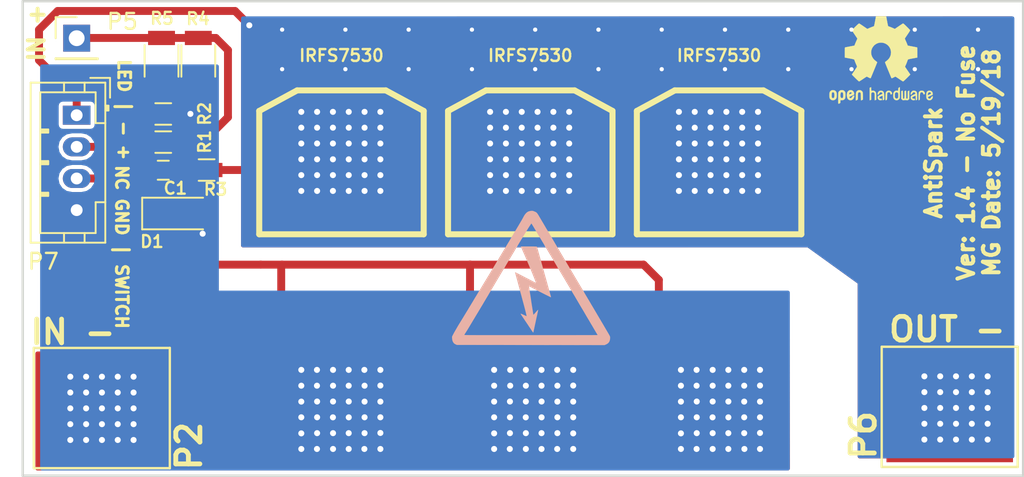
<source format=kicad_pcb>
(kicad_pcb (version 20170123) (host pcbnew "(2017-08-25 revision dd37d0595)-makepkg")

  (general
    (thickness 1.6)
    (drawings 11)
    (tracks 591)
    (zones 0)
    (modules 40)
    (nets 7)
  )

  (page A4)
  (layers
    (0 F.Cu signal)
    (31 B.Cu signal)
    (32 B.Adhes user)
    (33 F.Adhes user)
    (34 B.Paste user)
    (35 F.Paste user)
    (36 B.SilkS user)
    (37 F.SilkS user)
    (38 B.Mask user)
    (39 F.Mask user)
    (40 Dwgs.User user)
    (41 Cmts.User user)
    (42 Eco1.User user)
    (43 Eco2.User user)
    (44 Edge.Cuts user)
    (45 Margin user)
    (46 B.CrtYd user)
    (47 F.CrtYd user)
    (48 B.Fab user)
    (49 F.Fab user)
  )

  (setup
    (last_trace_width 0.5)
    (user_trace_width 0.5)
    (trace_clearance 0)
    (zone_clearance 0.254)
    (zone_45_only no)
    (trace_min 0.2)
    (segment_width 0.2)
    (edge_width 0.15)
    (via_size 0.6)
    (via_drill 0.4)
    (via_min_size 0.4)
    (via_min_drill 0.3)
    (user_via 0.8 0.5)
    (uvia_size 0.3)
    (uvia_drill 0.1)
    (uvias_allowed no)
    (uvia_min_size 0.2)
    (uvia_min_drill 0.1)
    (pcb_text_width 0.3)
    (pcb_text_size 1.5 1.5)
    (mod_edge_width 0.15)
    (mod_text_size 0.75 0.75)
    (mod_text_width 0.15)
    (pad_size 0.5461 0.5461)
    (pad_drill 0.2675)
    (pad_to_mask_clearance 0.2)
    (aux_axis_origin 0 0)
    (visible_elements 7FFFFFFF)
    (pcbplotparams
      (layerselection 0x010fc_ffffffff)
      (usegerberextensions false)
      (excludeedgelayer true)
      (linewidth 0.100000)
      (plotframeref false)
      (viasonmask false)
      (mode 1)
      (useauxorigin false)
      (hpglpennumber 1)
      (hpglpenspeed 20)
      (hpglpendiameter 15)
      (psnegative false)
      (psa4output false)
      (plotreference true)
      (plotvalue true)
      (plotinvisibletext false)
      (padsonsilk false)
      (subtractmaskfromsilk false)
      (outputformat 1)
      (mirror false)
      (drillshape 0)
      (scaleselection 1)
      (outputdirectory gerbers/))
  )

  (net 0 "")
  (net 1 VCC)
  (net 2 GND)
  (net 3 "Net-(C1-Pad1)")
  (net 4 "Net-(P6-Pad1)")
  (net 5 /SW_NC)
  (net 6 "Net-(P7-Pad2)")

  (net_class Default "This is the default net class."
    (clearance 0)
    (trace_width 0.25)
    (via_dia 0.6)
    (via_drill 0.4)
    (uvia_dia 0.3)
    (uvia_drill 0.1)
    (add_net /SW_NC)
    (add_net GND)
    (add_net "Net-(C1-Pad1)")
    (add_net "Net-(P6-Pad1)")
    (add_net "Net-(P7-Pad2)")
    (add_net VCC)
  )

  (module w_logo:Logo_silk_high_voltage_10x8.5mm (layer B.Cu) (tedit 0) (tstamp 5B0333BC)
    (at 147.83 106.28 180)
    (descr "High voltage logo, 10x8.5mm")
    (fp_text reference G*** (at 0 -4.43738 180) (layer B.SilkS) hide
      (effects (font (size 0.1778 0.1778) (thickness 0.03556)) (justify mirror))
    )
    (fp_text value LOGO (at 0 4.43738 180) (layer B.SilkS) hide
      (effects (font (size 0.1778 0.1778) (thickness 0.03556)) (justify mirror))
    )
    (fp_poly (pts (xy 1.016 0.35814) (xy 1.01346 0.34798) (xy 1.00838 0.32258) (xy 0.99822 0.28448)
      (xy 0.98552 0.23876) (xy 0.98552 0.2286) (xy 0.96774 0.17018) (xy 0.94996 0.1016)
      (xy 0.92964 0.02794) (xy 0.91186 -0.03556) (xy 0.90932 -0.04318) (xy 0.89662 -0.0889)
      (xy 0.88392 -0.13208) (xy 0.87376 -0.17526) (xy 0.86106 -0.22098) (xy 0.84582 -0.27178)
      (xy 0.83058 -0.3302) (xy 0.8128 -0.40132) (xy 0.78994 -0.48514) (xy 0.762 -0.58674)
      (xy 0.75946 -0.58928) (xy 0.73152 -0.69596) (xy 0.70866 -0.78232) (xy 0.68834 -0.85852)
      (xy 0.67056 -0.92202) (xy 0.65532 -0.98044) (xy 0.64008 -1.03124) (xy 0.62738 -1.08204)
      (xy 0.61214 -1.13284) (xy 0.6096 -1.14554) (xy 0.59436 -1.20396) (xy 0.57912 -1.26238)
      (xy 0.56388 -1.31572) (xy 0.55372 -1.35636) (xy 0.55118 -1.36652) (xy 0.51054 -1.51384)
      (xy 0.47244 -1.65608) (xy 0.43688 -1.78816) (xy 0.40386 -1.91262) (xy 0.37592 -2.02438)
      (xy 0.35052 -2.12598) (xy 0.32766 -2.21234) (xy 0.30988 -2.28854) (xy 0.29718 -2.34696)
      (xy 0.28702 -2.3876) (xy 0.28448 -2.413) (xy 0.28448 -2.42062) (xy 0.29718 -2.41808)
      (xy 0.32258 -2.40792) (xy 0.36322 -2.39014) (xy 0.40894 -2.36982) (xy 0.45466 -2.3495)
      (xy 0.5207 -2.31902) (xy 0.5715 -2.29616) (xy 0.60706 -2.28092) (xy 0.63246 -2.2733)
      (xy 0.65024 -2.27076) (xy 0.65786 -2.2733) (xy 0.6604 -2.2733) (xy 0.6604 -2.27584)
      (xy 0.65786 -2.28346) (xy 0.65278 -2.29362) (xy 0.64262 -2.30886) (xy 0.62992 -2.33172)
      (xy 0.6096 -2.36474) (xy 0.58166 -2.40538) (xy 0.5461 -2.45872) (xy 0.50292 -2.52222)
      (xy 0.44958 -2.60096) (xy 0.38862 -2.69494) (xy 0.37592 -2.71526) (xy 0.32004 -2.794)
      (xy 0.26162 -2.8829) (xy 0.20066 -2.9718) (xy 0.14478 -3.05816) (xy 0.09144 -3.1369)
      (xy 0.04318 -3.20548) (xy 0.03048 -3.2258) (xy -0.01524 -3.29692) (xy -0.05334 -3.3528)
      (xy -0.08128 -3.39344) (xy -0.10414 -3.42392) (xy -0.11938 -3.44678) (xy -0.12954 -3.45694)
      (xy -0.13716 -3.46202) (xy -0.1397 -3.46202) (xy -0.14224 -3.45694) (xy -0.14224 -3.4544)
      (xy -0.14732 -3.43916) (xy -0.15494 -3.40868) (xy -0.16256 -3.36804) (xy -0.17272 -3.31978)
      (xy -0.17272 -3.31978) (xy -0.18034 -3.28422) (xy -0.19304 -3.23088) (xy -0.20574 -3.16484)
      (xy -0.22352 -3.0861) (xy -0.2413 -2.99974) (xy -0.26162 -2.9083) (xy -0.28194 -2.81432)
      (xy -0.28956 -2.77876) (xy -0.30988 -2.68224) (xy -0.3302 -2.58572) (xy -0.35052 -2.49174)
      (xy -0.37084 -2.40284) (xy -0.38862 -2.3241) (xy -0.40132 -2.25806) (xy -0.41402 -2.20472)
      (xy -0.41656 -2.19456) (xy -0.42672 -2.13868) (xy -0.43688 -2.09296) (xy -0.4445 -2.05486)
      (xy -0.44704 -2.032) (xy -0.44704 -2.02692) (xy -0.43942 -2.02692) (xy -0.42926 -2.03454)
      (xy -0.40894 -2.05232) (xy -0.381 -2.0828) (xy -0.3429 -2.12344) (xy -0.29718 -2.17678)
      (xy -0.24638 -2.2352) (xy -0.20828 -2.27584) (xy -0.18034 -2.30632) (xy -0.16256 -2.3241)
      (xy -0.14986 -2.33172) (xy -0.14478 -2.33172) (xy -0.14224 -2.32156) (xy -0.13716 -2.29362)
      (xy -0.13208 -2.25298) (xy -0.12192 -2.19964) (xy -0.1143 -2.14122) (xy -0.11176 -2.12344)
      (xy -0.09906 -2.04724) (xy -0.08636 -1.96342) (xy -0.07366 -1.88214) (xy -0.06096 -1.80848)
      (xy -0.05334 -1.75768) (xy -0.04318 -1.69164) (xy -0.03048 -1.6129) (xy -0.01778 -1.52908)
      (xy -0.00508 -1.45034) (xy 0 -1.40716) (xy 0.01016 -1.32842) (xy 0.0254 -1.23952)
      (xy 0.0381 -1.14808) (xy 0.05334 -1.06172) (xy 0.05842 -1.02616) (xy 0.07112 -0.9525)
      (xy 0.08128 -0.8763) (xy 0.09398 -0.8001) (xy 0.10414 -0.73406) (xy 0.10922 -0.69596)
      (xy 0.11684 -0.64516) (xy 0.12446 -0.60198) (xy 0.12954 -0.56896) (xy 0.13208 -0.55372)
      (xy 0.13208 -0.55118) (xy 0.13208 -0.5461) (xy 0.12446 -0.54356) (xy 0.11176 -0.54864)
      (xy 0.08636 -0.5588) (xy 0.05334 -0.57404) (xy 0.00508 -0.5969) (xy -0.05334 -0.62738)
      (xy -0.12954 -0.66548) (xy -0.17272 -0.68834) (xy -0.35814 -0.78232) (xy -0.52578 -0.86868)
      (xy -0.67564 -0.94488) (xy -0.81026 -1.01346) (xy -0.92456 -1.07188) (xy -1.02362 -1.12014)
      (xy -1.1049 -1.16078) (xy -1.1684 -1.19126) (xy -1.21666 -1.21412) (xy -1.24714 -1.22682)
      (xy -1.25984 -1.2319) (xy -1.25984 -1.22936) (xy -1.25984 -1.21666) (xy -1.25222 -1.18618)
      (xy -1.23952 -1.13792) (xy -1.22428 -1.0795) (xy -1.2065 -1.01092) (xy -1.18618 -0.93472)
      (xy -1.16332 -0.85344) (xy -1.13792 -0.76708) (xy -1.12014 -0.70104) (xy -1.10236 -0.635)
      (xy -1.08458 -0.56896) (xy -1.0668 -0.51054) (xy -1.0541 -0.45974) (xy -1.04648 -0.42926)
      (xy -1.03378 -0.38608) (xy -1.01854 -0.3302) (xy -1.00076 -0.26924) (xy -0.98552 -0.21336)
      (xy -0.96774 -0.14986) (xy -0.94742 -0.07874) (xy -0.92964 -0.01016) (xy -0.91694 0.03302)
      (xy -0.9017 0.08382) (xy -0.88392 0.14732) (xy -0.8636 0.21844) (xy -0.84328 0.2921)
      (xy -0.83058 0.34036) (xy -0.8128 0.40386) (xy -0.79502 0.4699) (xy -0.77724 0.52832)
      (xy -0.76454 0.57912) (xy -0.75438 0.6096) (xy -0.74676 0.63754) (xy -0.73406 0.68326)
      (xy -0.71882 0.74168) (xy -0.6985 0.8128) (xy -0.67564 0.89154) (xy -0.65278 0.9779)
      (xy -0.62738 1.06934) (xy -0.61468 1.10998) (xy -0.58674 1.20904) (xy -0.5588 1.31064)
      (xy -0.53086 1.41224) (xy -0.50292 1.50876) (xy -0.47752 1.59766) (xy -0.4572 1.6764)
      (xy -0.43942 1.73736) (xy -0.43688 1.74752) (xy -0.4191 1.81102) (xy -0.40386 1.8669)
      (xy -0.38862 1.91516) (xy -0.37592 1.95072) (xy -0.3683 1.97104) (xy -0.36576 1.97358)
      (xy -0.35306 1.97612) (xy -0.32512 1.97612) (xy -0.2794 1.97866) (xy -0.22098 1.97866)
      (xy -0.1524 1.9812) (xy -0.0762 1.9812) (xy 0.00254 1.9812) (xy 0.0889 1.9812)
      (xy 0.17526 1.9812) (xy 0.26416 1.9812) (xy 0.34544 1.9812) (xy 0.42418 1.9812)
      (xy 0.49276 1.9812) (xy 0.55118 1.9812) (xy 0.5969 1.97866) (xy 0.62738 1.97866)
      (xy 0.64262 1.97612) (xy 0.64008 1.96596) (xy 0.63246 1.94056) (xy 0.61722 1.905)
      (xy 0.60198 1.86944) (xy 0.50292 1.64084) (xy 0.40386 1.41732) (xy 0.31242 1.20396)
      (xy 0.22352 0.99568) (xy 0.1397 0.8001) (xy 0.06096 0.61722) (xy -0.00762 0.4445)
      (xy -0.07366 0.28702) (xy -0.12954 0.14478) (xy -0.18034 0.01778) (xy -0.19304 -0.0127)
      (xy -0.21844 -0.0762) (xy -0.2413 -0.13716) (xy -0.26162 -0.18796) (xy -0.27686 -0.23114)
      (xy -0.28956 -0.25908) (xy -0.28956 -0.26416) (xy -0.29972 -0.2921) (xy -0.30734 -0.30988)
      (xy -0.30734 -0.31496) (xy -0.29718 -0.31242) (xy -0.27178 -0.29972) (xy -0.2286 -0.2794)
      (xy -0.17272 -0.25146) (xy -0.10414 -0.2159) (xy -0.02286 -0.17272) (xy 0.06858 -0.12446)
      (xy 0.17018 -0.07112) (xy 0.28194 -0.01524) (xy 0.40132 0.04572) (xy 0.42418 0.05842)
      (xy 0.51816 0.10668) (xy 0.6096 0.15494) (xy 0.69596 0.19812) (xy 0.7747 0.23876)
      (xy 0.84328 0.27432) (xy 0.90424 0.3048) (xy 0.95504 0.3302) (xy 0.9906 0.34798)
      (xy 1.01092 0.3556) (xy 1.016 0.35814) (xy 1.016 0.35814)) (layer B.SilkS) (width 0.00254))
    (fp_poly (pts (xy 4.99872 -3.7211) (xy 4.99618 -3.82016) (xy 4.98348 -3.91922) (xy 4.96062 -4.00812)
      (xy 4.91998 -4.08432) (xy 4.89712 -4.1148) (xy 4.87426 -4.14274) (xy 4.84632 -4.1656)
      (xy 4.8133 -4.18592) (xy 4.7752 -4.20624) (xy 4.69138 -4.24434) (xy 4.22148 -4.24434)
      (xy 4.22148 -3.60934) (xy 4.21386 -3.5941) (xy 4.19862 -3.5687) (xy 4.17576 -3.5306)
      (xy 4.14782 -3.48488) (xy 4.13004 -3.45948) (xy 4.11226 -3.43154) (xy 4.09956 -3.40868)
      (xy 4.08432 -3.38582) (xy 4.07162 -3.3655) (xy 4.05638 -3.34264) (xy 4.04114 -3.31978)
      (xy 4.0259 -3.29184) (xy 4.00558 -3.25882) (xy 3.98018 -3.21818) (xy 3.95224 -3.17246)
      (xy 3.91922 -3.11658) (xy 3.87858 -3.05054) (xy 3.83286 -2.9718) (xy 3.77698 -2.88036)
      (xy 3.71348 -2.77368) (xy 3.64744 -2.66192) (xy 3.58902 -2.56794) (xy 3.53568 -2.4765)
      (xy 3.48488 -2.39268) (xy 3.43916 -2.31648) (xy 3.39852 -2.2479) (xy 3.36296 -2.19202)
      (xy 3.33756 -2.14884) (xy 3.31978 -2.11836) (xy 3.30962 -2.10312) (xy 3.29946 -2.0828)
      (xy 3.27914 -2.04978) (xy 3.2512 -2.0066) (xy 3.22072 -1.95326) (xy 3.1877 -1.89738)
      (xy 3.16992 -1.8669) (xy 3.12674 -1.79578) (xy 3.07848 -1.71704) (xy 3.03022 -1.63576)
      (xy 2.98704 -1.55956) (xy 2.9464 -1.49352) (xy 2.9464 -1.49098) (xy 2.9083 -1.43002)
      (xy 2.8702 -1.36398) (xy 2.83464 -1.30302) (xy 2.80162 -1.24968) (xy 2.77876 -1.21158)
      (xy 2.75336 -1.1684) (xy 2.72034 -1.11506) (xy 2.68478 -1.05156) (xy 2.64668 -0.98552)
      (xy 2.60858 -0.92202) (xy 2.60604 -0.91948) (xy 2.5654 -0.8509) (xy 2.51968 -0.77216)
      (xy 2.46888 -0.68834) (xy 2.42062 -0.60706) (xy 2.37744 -0.53594) (xy 2.3368 -0.46736)
      (xy 2.29108 -0.38608) (xy 2.24028 -0.30226) (xy 2.18948 -0.2159) (xy 2.14122 -0.13462)
      (xy 2.11836 -0.09906) (xy 2.07518 -0.02286) (xy 2.02438 0.05842) (xy 1.97358 0.14478)
      (xy 1.92532 0.22606) (xy 1.88214 0.29972) (xy 1.86436 0.3302) (xy 1.8288 0.38862)
      (xy 1.79578 0.44196) (xy 1.76784 0.49022) (xy 1.74498 0.52832) (xy 1.72974 0.55372)
      (xy 1.7272 0.5588) (xy 1.7145 0.57912) (xy 1.69418 0.61468) (xy 1.66878 0.65786)
      (xy 1.6383 0.70866) (xy 1.61544 0.74422) (xy 1.58496 0.79756) (xy 1.55702 0.84582)
      (xy 1.53162 0.88646) (xy 1.51384 0.91694) (xy 1.50622 0.92964) (xy 1.49606 0.94996)
      (xy 1.47574 0.98298) (xy 1.4478 1.02616) (xy 1.41732 1.0795) (xy 1.3843 1.13538)
      (xy 1.36906 1.16078) (xy 1.32588 1.2319) (xy 1.27762 1.31318) (xy 1.22682 1.39954)
      (xy 1.17602 1.48336) (xy 1.13284 1.55956) (xy 1.1303 1.5621) (xy 1.0922 1.62306)
      (xy 1.05918 1.68148) (xy 1.02616 1.73482) (xy 1.00076 1.78054) (xy 0.98044 1.81102)
      (xy 0.97536 1.82118) (xy 0.95758 1.85166) (xy 0.92964 1.89738) (xy 0.89408 1.9558)
      (xy 0.85344 2.02692) (xy 0.80518 2.10566) (xy 0.75184 2.19456) (xy 0.69596 2.28854)
      (xy 0.63754 2.38506) (xy 0.57658 2.48412) (xy 0.51816 2.58318) (xy 0.45974 2.6797)
      (xy 0.40132 2.77368) (xy 0.34798 2.86004) (xy 0.29972 2.94132) (xy 0.25654 3.01244)
      (xy 0.21844 3.0734) (xy 0.21336 3.07848) (xy 0.17526 3.14452) (xy 0.13462 3.20548)
      (xy 0.09652 3.26644) (xy 0.06096 3.31978) (xy 0.02794 3.3655) (xy 0.00508 3.40106)
      (xy -0.01016 3.42646) (xy -0.02032 3.43408) (xy -0.0254 3.42646) (xy -0.04318 3.40106)
      (xy -0.06858 3.36296) (xy -0.1016 3.30708) (xy -0.14224 3.24104) (xy -0.1905 3.1623)
      (xy -0.24384 3.07086) (xy -0.3048 2.9718) (xy -0.37084 2.86258) (xy -0.43942 2.7432)
      (xy -0.51562 2.61874) (xy -0.59182 2.4892) (xy -0.6731 2.35458) (xy -0.71374 2.28346)
      (xy -0.72898 2.2606) (xy -0.75184 2.2225) (xy -0.77978 2.17424) (xy -0.81534 2.11582)
      (xy -0.8509 2.05232) (xy -0.889 1.98628) (xy -1.05918 1.7018) (xy -1.22174 1.43002)
      (xy -1.37668 1.1684) (xy -1.52654 0.9144) (xy -1.67132 0.66802) (xy -1.8161 0.42164)
      (xy -1.85674 0.35306) (xy -1.89484 0.2921) (xy -1.9304 0.23114) (xy -1.96342 0.17526)
      (xy -1.99136 0.12954) (xy -2.01168 0.09398) (xy -2.01676 0.08382) (xy -2.03454 0.05588)
      (xy -2.05994 0.0127) (xy -2.09042 -0.0381) (xy -2.12598 -0.09652) (xy -2.16408 -0.16256)
      (xy -2.19202 -0.20828) (xy -2.23012 -0.27432) (xy -2.26822 -0.33782) (xy -2.30378 -0.39624)
      (xy -2.33426 -0.44704) (xy -2.35712 -0.48514) (xy -2.36728 -0.50546) (xy -2.39014 -0.54102)
      (xy -2.41808 -0.58674) (xy -2.44856 -0.64008) (xy -2.47904 -0.69342) (xy -2.48412 -0.70104)
      (xy -2.53238 -0.78232) (xy -2.58064 -0.86614) (xy -2.6289 -0.94742) (xy -2.67462 -1.02616)
      (xy -2.7178 -1.09474) (xy -2.75082 -1.15062) (xy -2.76352 -1.17094) (xy -2.78892 -1.21412)
      (xy -2.81432 -1.25984) (xy -2.83718 -1.29794) (xy -2.83972 -1.30048) (xy -2.85242 -1.32588)
      (xy -2.87782 -1.36652) (xy -2.91084 -1.4224) (xy -2.95402 -1.49606) (xy -3.00482 -1.58242)
      (xy -3.06324 -1.68402) (xy -3.13182 -1.79832) (xy -3.20548 -1.92278) (xy -3.2893 -2.06248)
      (xy -3.3782 -2.21234) (xy -3.38074 -2.21742) (xy -3.42646 -2.29616) (xy -3.47472 -2.37998)
      (xy -3.52552 -2.46634) (xy -3.57378 -2.54762) (xy -3.61696 -2.62128) (xy -3.6449 -2.66446)
      (xy -3.683 -2.72796) (xy -3.7211 -2.79654) (xy -3.7592 -2.86004) (xy -3.79222 -2.91846)
      (xy -3.82016 -2.96418) (xy -3.82524 -2.96926) (xy -3.85318 -3.01752) (xy -3.88112 -3.06578)
      (xy -3.90398 -3.10642) (xy -3.92176 -3.13436) (xy -3.9624 -3.20548) (xy -4.00304 -3.27406)
      (xy -4.04368 -3.34264) (xy -4.08178 -3.40868) (xy -4.11734 -3.4671) (xy -4.14782 -3.5179)
      (xy -4.17068 -3.55854) (xy -4.18846 -3.58648) (xy -4.19608 -3.59918) (xy -4.19862 -3.59918)
      (xy -4.20624 -3.61442) (xy -4.20624 -3.61696) (xy -4.19608 -3.61696) (xy -4.16814 -3.6195)
      (xy -4.11988 -3.6195) (xy -4.05384 -3.6195) (xy -3.97002 -3.6195) (xy -3.86842 -3.62204)
      (xy -3.75412 -3.62204) (xy -3.62204 -3.62204) (xy -3.47472 -3.62204) (xy -3.3147 -3.62204)
      (xy -3.13944 -3.62204) (xy -2.95148 -3.62204) (xy -2.75336 -3.62458) (xy -2.54254 -3.62458)
      (xy -2.31902 -3.62458) (xy -2.08788 -3.62458) (xy -1.84658 -3.62458) (xy -1.59512 -3.62458)
      (xy -1.33604 -3.62458) (xy -1.07188 -3.62458) (xy -0.79756 -3.62458) (xy -0.51816 -3.62458)
      (xy -0.23114 -3.62458) (xy 0.01016 -3.62458) (xy 0.35814 -3.62458) (xy 0.6858 -3.62458)
      (xy 0.99314 -3.62458) (xy 1.2827 -3.62458) (xy 1.55702 -3.62458) (xy 1.81102 -3.62458)
      (xy 2.04978 -3.62458) (xy 2.2733 -3.62458) (xy 2.48158 -3.62458) (xy 2.67208 -3.62458)
      (xy 2.84988 -3.62458) (xy 3.01244 -3.62458) (xy 3.16484 -3.62458) (xy 3.302 -3.62458)
      (xy 3.42646 -3.62458) (xy 3.54076 -3.62204) (xy 3.64236 -3.62204) (xy 3.7338 -3.62204)
      (xy 3.81508 -3.62204) (xy 3.88874 -3.62204) (xy 3.95224 -3.62204) (xy 4.00812 -3.6195)
      (xy 4.05384 -3.6195) (xy 4.09448 -3.6195) (xy 4.1275 -3.61696) (xy 4.15544 -3.61696)
      (xy 4.1783 -3.61696) (xy 4.19354 -3.61442) (xy 4.20624 -3.61442) (xy 4.21386 -3.61188)
      (xy 4.21894 -3.61188) (xy 4.22148 -3.60934) (xy 4.22148 -3.60934) (xy 4.22148 -4.24434)
      (xy 0.02286 -4.24942) (xy -4.64312 -4.2545) (xy -4.73202 -4.21894) (xy -4.81584 -4.17576)
      (xy -4.88442 -4.12242) (xy -4.93522 -4.05892) (xy -4.97078 -3.98272) (xy -4.9911 -3.89382)
      (xy -4.99872 -3.79984) (xy -4.99872 -3.7719) (xy -4.99618 -3.74904) (xy -4.99364 -3.72872)
      (xy -4.98856 -3.70586) (xy -4.9784 -3.68046) (xy -4.96316 -3.64998) (xy -4.9403 -3.60934)
      (xy -4.91236 -3.55854) (xy -4.87426 -3.49504) (xy -4.85394 -3.45948) (xy -4.82092 -3.4036)
      (xy -4.7879 -3.34772) (xy -4.75996 -3.29946) (xy -4.7371 -3.26136) (xy -4.72186 -3.23596)
      (xy -4.70408 -3.20294) (xy -4.67614 -3.15722) (xy -4.64312 -3.10134) (xy -4.60756 -3.03784)
      (xy -4.56692 -2.96926) (xy -4.52628 -2.90068) (xy -4.48818 -2.83464) (xy -4.48056 -2.82448)
      (xy -4.4577 -2.78638) (xy -4.42976 -2.73812) (xy -4.39674 -2.68224) (xy -4.36118 -2.62128)
      (xy -4.32562 -2.56286) (xy -4.28498 -2.49428) (xy -4.23926 -2.41554) (xy -4.191 -2.33426)
      (xy -4.14528 -2.25552) (xy -4.11734 -2.20726) (xy -4.07924 -2.14376) (xy -4.0386 -2.07518)
      (xy -3.99796 -2.0066) (xy -3.9624 -1.94564) (xy -3.937 -1.90246) (xy -3.90652 -1.85166)
      (xy -3.87096 -1.7907) (xy -3.83032 -1.72466) (xy -3.78968 -1.65608) (xy -3.75412 -1.59258)
      (xy -3.71602 -1.52908) (xy -3.67792 -1.46304) (xy -3.63982 -1.39954) (xy -3.6068 -1.3462)
      (xy -3.5814 -1.30302) (xy -3.5814 -1.30048) (xy -3.56616 -1.27762) (xy -3.55092 -1.24968)
      (xy -3.5306 -1.21666) (xy -3.51028 -1.1811) (xy -3.48234 -1.13792) (xy -3.45186 -1.08458)
      (xy -3.4163 -1.02362) (xy -3.37566 -0.95504) (xy -3.3274 -0.87122) (xy -3.27152 -0.77724)
      (xy -3.20802 -0.67056) (xy -3.13436 -0.54864) (xy -3.05308 -0.40894) (xy -3.048 -0.40386)
      (xy -3.00482 -0.32766) (xy -2.9591 -0.254) (xy -2.91592 -0.18034) (xy -2.87782 -0.11684)
      (xy -2.8448 -0.06096) (xy -2.8194 -0.01778) (xy -2.80924 0) (xy -2.78892 0.03302)
      (xy -2.76098 0.07874) (xy -2.72542 0.1397) (xy -2.68478 0.20828) (xy -2.6416 0.28194)
      (xy -2.59588 0.36068) (xy -2.55524 0.42926) (xy -2.47142 0.56896) (xy -2.39268 0.70358)
      (xy -2.31648 0.83058) (xy -2.24536 0.94996) (xy -2.17932 1.05918) (xy -2.1209 1.15824)
      (xy -2.0701 1.2446) (xy -2.02946 1.31318) (xy -2.0066 1.35128) (xy -1.98882 1.3843)
      (xy -1.96088 1.43256) (xy -1.92532 1.49098) (xy -1.88214 1.5621) (xy -1.83642 1.64084)
      (xy -1.78816 1.72466) (xy -1.73736 1.81102) (xy -1.69926 1.87198) (xy -1.64592 1.96088)
      (xy -1.59258 2.05232) (xy -1.53924 2.14122) (xy -1.49098 2.22504) (xy -1.44526 2.30378)
      (xy -1.40462 2.36982) (xy -1.37414 2.42316) (xy -1.3589 2.44856) (xy -1.3208 2.51206)
      (xy -1.28016 2.58318) (xy -1.23952 2.65176) (xy -1.20142 2.71272) (xy -1.1811 2.74828)
      (xy -1.15062 2.80162) (xy -1.11252 2.86512) (xy -1.07188 2.9337) (xy -1.03124 3.00482)
      (xy -1.00076 3.05308) (xy -0.9271 3.17754) (xy -0.8636 3.2893) (xy -0.80518 3.38836)
      (xy -0.75438 3.47472) (xy -0.7112 3.54584) (xy -0.67818 3.60172) (xy -0.65532 3.64236)
      (xy -0.64008 3.66522) (xy -0.62484 3.69062) (xy -0.60198 3.72872) (xy -0.57658 3.77444)
      (xy -0.5461 3.82524) (xy -0.53848 3.8354) (xy -0.49276 3.91668) (xy -0.45466 3.98018)
      (xy -0.42164 4.03098) (xy -0.3937 4.07162) (xy -0.36576 4.1021) (xy -0.34036 4.1275)
      (xy -0.31242 4.14782) (xy -0.28194 4.1656) (xy -0.24384 4.18084) (xy -0.20066 4.19862)
      (xy -0.19304 4.20116) (xy -0.14986 4.21894) (xy -0.11938 4.2291) (xy -0.0889 4.23418)
      (xy -0.05842 4.23418) (xy -0.0127 4.23418) (xy 0.07112 4.22148) (xy 0.14986 4.20116)
      (xy 0.22352 4.1656) (xy 0.28956 4.1148) (xy 0.35306 4.04876) (xy 0.41402 3.96748)
      (xy 0.47244 3.86588) (xy 0.50546 3.80492) (xy 0.51816 3.77952) (xy 0.54102 3.73888)
      (xy 0.5715 3.68554) (xy 0.60706 3.62204) (xy 0.65024 3.55092) (xy 0.69596 3.47218)
      (xy 0.74422 3.3909) (xy 0.79248 3.30708) (xy 0.84328 3.22326) (xy 0.89154 3.14198)
      (xy 0.93472 3.06832) (xy 0.9525 3.04292) (xy 0.97536 2.99974) (xy 1.00838 2.94894)
      (xy 1.04394 2.88798) (xy 1.08204 2.82194) (xy 1.12268 2.75336) (xy 1.12522 2.74828)
      (xy 1.17856 2.66192) (xy 1.23952 2.55778) (xy 1.31064 2.4384) (xy 1.38938 2.30632)
      (xy 1.47828 2.159) (xy 1.5748 1.99898) (xy 1.6764 1.8288) (xy 1.78562 1.64592)
      (xy 1.90246 1.45288) (xy 2.02438 1.24968) (xy 2.15138 1.0414) (xy 2.28092 0.82296)
      (xy 2.41808 0.5969) (xy 2.55524 0.3683) (xy 2.69748 0.13208) (xy 2.84226 -0.10414)
      (xy 2.87782 -0.1651) (xy 2.94132 -0.26924) (xy 3.0099 -0.381) (xy 3.08356 -0.50292)
      (xy 3.15722 -0.62738) (xy 3.23342 -0.75184) (xy 3.30962 -0.8763) (xy 3.38328 -0.99822)
      (xy 3.45186 -1.11506) (xy 3.5179 -1.22174) (xy 3.57632 -1.31826) (xy 3.62712 -1.40208)
      (xy 3.65506 -1.45288) (xy 3.74142 -1.59512) (xy 3.81762 -1.72212) (xy 3.88874 -1.83642)
      (xy 3.95224 -1.9431) (xy 4.01066 -2.04216) (xy 4.06908 -2.13614) (xy 4.12496 -2.22758)
      (xy 4.18084 -2.31902) (xy 4.23926 -2.41554) (xy 4.2926 -2.50444) (xy 4.3942 -2.66954)
      (xy 4.48564 -2.8194) (xy 4.56946 -2.95402) (xy 4.64312 -3.07848) (xy 4.70662 -3.1877)
      (xy 4.76504 -3.2893) (xy 4.81838 -3.38074) (xy 4.8641 -3.46202) (xy 4.90474 -3.53822)
      (xy 4.93776 -3.59918) (xy 4.99872 -3.7211) (xy 4.99872 -3.7211)) (layer B.SilkS) (width 0.00254))
  )

  (module Kinetic_Footprints:via-0.45mm (layer F.Cu) (tedit 5B00D6FC) (tstamp 5B032685)
    (at 176.09 93.09)
    (fp_text reference "" (at 0 0.5) (layer F.SilkS)
      (effects (font (size 0.55 0.55) (thickness 0.1375)))
    )
    (fp_text value "" (at 0 -0.5) (layer F.Fab)
      (effects (font (size 0.55 0.55) (thickness 0.1375)))
    )
    (pad 1 thru_hole circle (at 0 0) (size 0.5461 0.5461) (drill 0.2675) (layers *.Cu)
      (net 4 "Net-(P6-Pad1)"))
  )

  (module Kinetic_Footprints:via-0.45mm (layer F.Cu) (tedit 5B00D6FC) (tstamp 5B032681)
    (at 172.09 93.09)
    (fp_text reference "" (at 0 0.5) (layer F.SilkS)
      (effects (font (size 0.55 0.55) (thickness 0.1375)))
    )
    (fp_text value "" (at 0 -0.5) (layer F.Fab)
      (effects (font (size 0.55 0.55) (thickness 0.1375)))
    )
    (pad 1 thru_hole circle (at 0 0) (size 0.5461 0.5461) (drill 0.2675) (layers *.Cu)
      (net 4 "Net-(P6-Pad1)"))
  )

  (module Kinetic_Footprints:via-0.45mm (layer F.Cu) (tedit 5B00D6FC) (tstamp 5B03267D)
    (at 168.09 93.09)
    (fp_text reference "" (at 0 0.5) (layer F.SilkS)
      (effects (font (size 0.55 0.55) (thickness 0.1375)))
    )
    (fp_text value "" (at 0 -0.5) (layer F.Fab)
      (effects (font (size 0.55 0.55) (thickness 0.1375)))
    )
    (pad 1 thru_hole circle (at 0 0) (size 0.5461 0.5461) (drill 0.2675) (layers *.Cu)
      (net 4 "Net-(P6-Pad1)"))
  )

  (module Kinetic_Footprints:via-0.45mm (layer F.Cu) (tedit 5B00D6FC) (tstamp 5B032679)
    (at 164.09 93.09)
    (fp_text reference "" (at 0 0.5) (layer F.SilkS)
      (effects (font (size 0.55 0.55) (thickness 0.1375)))
    )
    (fp_text value "" (at 0 -0.5) (layer F.Fab)
      (effects (font (size 0.55 0.55) (thickness 0.1375)))
    )
    (pad 1 thru_hole circle (at 0 0) (size 0.5461 0.5461) (drill 0.2675) (layers *.Cu)
      (net 4 "Net-(P6-Pad1)"))
  )

  (module Kinetic_Footprints:via-0.45mm (layer F.Cu) (tedit 5B00D6FC) (tstamp 5B032675)
    (at 160.09 93.09)
    (fp_text reference "" (at 0 0.5) (layer F.SilkS)
      (effects (font (size 0.55 0.55) (thickness 0.1375)))
    )
    (fp_text value "" (at 0 -0.5) (layer F.Fab)
      (effects (font (size 0.55 0.55) (thickness 0.1375)))
    )
    (pad 1 thru_hole circle (at 0 0) (size 0.5461 0.5461) (drill 0.2675) (layers *.Cu)
      (net 4 "Net-(P6-Pad1)"))
  )

  (module Kinetic_Footprints:via-0.45mm (layer F.Cu) (tedit 5B00D6FC) (tstamp 5B032671)
    (at 156.09 93.09)
    (fp_text reference "" (at 0 0.5) (layer F.SilkS)
      (effects (font (size 0.55 0.55) (thickness 0.1375)))
    )
    (fp_text value "" (at 0 -0.5) (layer F.Fab)
      (effects (font (size 0.55 0.55) (thickness 0.1375)))
    )
    (pad 1 thru_hole circle (at 0 0) (size 0.5461 0.5461) (drill 0.2675) (layers *.Cu)
      (net 4 "Net-(P6-Pad1)"))
  )

  (module Kinetic_Footprints:via-0.45mm (layer F.Cu) (tedit 5B00D6FC) (tstamp 5B03266D)
    (at 152.09 93.09)
    (fp_text reference "" (at 0 0.5) (layer F.SilkS)
      (effects (font (size 0.55 0.55) (thickness 0.1375)))
    )
    (fp_text value "" (at 0 -0.5) (layer F.Fab)
      (effects (font (size 0.55 0.55) (thickness 0.1375)))
    )
    (pad 1 thru_hole circle (at 0 0) (size 0.5461 0.5461) (drill 0.2675) (layers *.Cu)
      (net 4 "Net-(P6-Pad1)"))
  )

  (module Kinetic_Footprints:via-0.45mm (layer F.Cu) (tedit 5B00D6FC) (tstamp 5B032669)
    (at 148.09 93.09)
    (fp_text reference "" (at 0 0.5) (layer F.SilkS)
      (effects (font (size 0.55 0.55) (thickness 0.1375)))
    )
    (fp_text value "" (at 0 -0.5) (layer F.Fab)
      (effects (font (size 0.55 0.55) (thickness 0.1375)))
    )
    (pad 1 thru_hole circle (at 0 0) (size 0.5461 0.5461) (drill 0.2675) (layers *.Cu)
      (net 4 "Net-(P6-Pad1)"))
  )

  (module Kinetic_Footprints:via-0.45mm (layer F.Cu) (tedit 5B00D6FC) (tstamp 5B032665)
    (at 144.09 93.09)
    (fp_text reference "" (at 0 0.5) (layer F.SilkS)
      (effects (font (size 0.55 0.55) (thickness 0.1375)))
    )
    (fp_text value "" (at 0 -0.5) (layer F.Fab)
      (effects (font (size 0.55 0.55) (thickness 0.1375)))
    )
    (pad 1 thru_hole circle (at 0 0) (size 0.5461 0.5461) (drill 0.2675) (layers *.Cu)
      (net 4 "Net-(P6-Pad1)"))
  )

  (module Kinetic_Footprints:via-0.45mm (layer F.Cu) (tedit 5B00D6FC) (tstamp 5B032661)
    (at 140.09 93.09)
    (fp_text reference "" (at 0 0.5) (layer F.SilkS)
      (effects (font (size 0.55 0.55) (thickness 0.1375)))
    )
    (fp_text value "" (at 0 -0.5) (layer F.Fab)
      (effects (font (size 0.55 0.55) (thickness 0.1375)))
    )
    (pad 1 thru_hole circle (at 0 0) (size 0.5461 0.5461) (drill 0.2675) (layers *.Cu)
      (net 4 "Net-(P6-Pad1)"))
  )

  (module Kinetic_Footprints:via-0.45mm (layer F.Cu) (tedit 5B00D6FC) (tstamp 5B03265D)
    (at 136.09 93.09)
    (fp_text reference "" (at 0 0.5) (layer F.SilkS)
      (effects (font (size 0.55 0.55) (thickness 0.1375)))
    )
    (fp_text value "" (at 0 -0.5) (layer F.Fab)
      (effects (font (size 0.55 0.55) (thickness 0.1375)))
    )
    (pad 1 thru_hole circle (at 0 0) (size 0.5461 0.5461) (drill 0.2675) (layers *.Cu)
      (net 4 "Net-(P6-Pad1)"))
  )

  (module Kinetic_Footprints:via-0.45mm (layer F.Cu) (tedit 5B00D6FC) (tstamp 5B032659)
    (at 132.09 93.09)
    (fp_text reference "" (at 0 0.5) (layer F.SilkS)
      (effects (font (size 0.55 0.55) (thickness 0.1375)))
    )
    (fp_text value "" (at 0 -0.5) (layer F.Fab)
      (effects (font (size 0.55 0.55) (thickness 0.1375)))
    )
    (pad 1 thru_hole circle (at 0 0) (size 0.5461 0.5461) (drill 0.2675) (layers *.Cu)
      (net 4 "Net-(P6-Pad1)"))
  )

  (module Kinetic_Footprints:via-0.45mm (layer F.Cu) (tedit 5B00D6FC) (tstamp 5B032655)
    (at 176.09 90.59)
    (fp_text reference "" (at 0 0.5) (layer F.SilkS)
      (effects (font (size 0.55 0.55) (thickness 0.1375)))
    )
    (fp_text value "" (at 0 -0.5) (layer F.Fab)
      (effects (font (size 0.55 0.55) (thickness 0.1375)))
    )
    (pad 1 thru_hole circle (at 0 0) (size 0.5461 0.5461) (drill 0.2675) (layers *.Cu)
      (net 4 "Net-(P6-Pad1)"))
  )

  (module Kinetic_Footprints:via-0.45mm (layer F.Cu) (tedit 5B00D6FC) (tstamp 5B032651)
    (at 172.09 90.59)
    (fp_text reference "" (at 0 0.5) (layer F.SilkS)
      (effects (font (size 0.55 0.55) (thickness 0.1375)))
    )
    (fp_text value "" (at 0 -0.5) (layer F.Fab)
      (effects (font (size 0.55 0.55) (thickness 0.1375)))
    )
    (pad 1 thru_hole circle (at 0 0) (size 0.5461 0.5461) (drill 0.2675) (layers *.Cu)
      (net 4 "Net-(P6-Pad1)"))
  )

  (module Kinetic_Footprints:via-0.45mm (layer F.Cu) (tedit 5B00D6FC) (tstamp 5B03264D)
    (at 168.09 90.59)
    (fp_text reference "" (at 0 0.5) (layer F.SilkS)
      (effects (font (size 0.55 0.55) (thickness 0.1375)))
    )
    (fp_text value "" (at 0 -0.5) (layer F.Fab)
      (effects (font (size 0.55 0.55) (thickness 0.1375)))
    )
    (pad 1 thru_hole circle (at 0 0) (size 0.5461 0.5461) (drill 0.2675) (layers *.Cu)
      (net 4 "Net-(P6-Pad1)"))
  )

  (module Kinetic_Footprints:via-0.45mm (layer F.Cu) (tedit 5B00D6FC) (tstamp 5B032649)
    (at 164.09 90.59)
    (fp_text reference "" (at 0 0.5) (layer F.SilkS)
      (effects (font (size 0.55 0.55) (thickness 0.1375)))
    )
    (fp_text value "" (at 0 -0.5) (layer F.Fab)
      (effects (font (size 0.55 0.55) (thickness 0.1375)))
    )
    (pad 1 thru_hole circle (at 0 0) (size 0.5461 0.5461) (drill 0.2675) (layers *.Cu)
      (net 4 "Net-(P6-Pad1)"))
  )

  (module Kinetic_Footprints:via-0.45mm (layer F.Cu) (tedit 5B00D6FC) (tstamp 5B032645)
    (at 160.09 90.59)
    (fp_text reference "" (at 0 0.5) (layer F.SilkS)
      (effects (font (size 0.55 0.55) (thickness 0.1375)))
    )
    (fp_text value "" (at 0 -0.5) (layer F.Fab)
      (effects (font (size 0.55 0.55) (thickness 0.1375)))
    )
    (pad 1 thru_hole circle (at 0 0) (size 0.5461 0.5461) (drill 0.2675) (layers *.Cu)
      (net 4 "Net-(P6-Pad1)"))
  )

  (module Kinetic_Footprints:via-0.45mm (layer F.Cu) (tedit 5B00D6FC) (tstamp 5B032641)
    (at 156.09 90.59)
    (fp_text reference "" (at 0 0.5) (layer F.SilkS)
      (effects (font (size 0.55 0.55) (thickness 0.1375)))
    )
    (fp_text value "" (at 0 -0.5) (layer F.Fab)
      (effects (font (size 0.55 0.55) (thickness 0.1375)))
    )
    (pad 1 thru_hole circle (at 0 0) (size 0.5461 0.5461) (drill 0.2675) (layers *.Cu)
      (net 4 "Net-(P6-Pad1)"))
  )

  (module Kinetic_Footprints:via-0.45mm (layer F.Cu) (tedit 5B00D6FC) (tstamp 5B03263D)
    (at 152.09 90.59)
    (fp_text reference "" (at 0 0.5) (layer F.SilkS)
      (effects (font (size 0.55 0.55) (thickness 0.1375)))
    )
    (fp_text value "" (at 0 -0.5) (layer F.Fab)
      (effects (font (size 0.55 0.55) (thickness 0.1375)))
    )
    (pad 1 thru_hole circle (at 0 0) (size 0.5461 0.5461) (drill 0.2675) (layers *.Cu)
      (net 4 "Net-(P6-Pad1)"))
  )

  (module Kinetic_Footprints:via-0.45mm (layer F.Cu) (tedit 5B00D6FC) (tstamp 5B032639)
    (at 148.09 90.59)
    (fp_text reference "" (at 0 0.5) (layer F.SilkS)
      (effects (font (size 0.55 0.55) (thickness 0.1375)))
    )
    (fp_text value "" (at 0 -0.5) (layer F.Fab)
      (effects (font (size 0.55 0.55) (thickness 0.1375)))
    )
    (pad 1 thru_hole circle (at 0 0) (size 0.5461 0.5461) (drill 0.2675) (layers *.Cu)
      (net 4 "Net-(P6-Pad1)"))
  )

  (module Kinetic_Footprints:via-0.45mm (layer F.Cu) (tedit 5B00D6FC) (tstamp 5B032635)
    (at 144.09 90.59)
    (fp_text reference "" (at 0 0.5) (layer F.SilkS)
      (effects (font (size 0.55 0.55) (thickness 0.1375)))
    )
    (fp_text value "" (at 0 -0.5) (layer F.Fab)
      (effects (font (size 0.55 0.55) (thickness 0.1375)))
    )
    (pad 1 thru_hole circle (at 0 0) (size 0.5461 0.5461) (drill 0.2675) (layers *.Cu)
      (net 4 "Net-(P6-Pad1)"))
  )

  (module Kinetic_Footprints:via-0.45mm (layer F.Cu) (tedit 5B00D6FC) (tstamp 5B032631)
    (at 140.09 90.59)
    (fp_text reference "" (at 0 0.5) (layer F.SilkS)
      (effects (font (size 0.55 0.55) (thickness 0.1375)))
    )
    (fp_text value "" (at 0 -0.5) (layer F.Fab)
      (effects (font (size 0.55 0.55) (thickness 0.1375)))
    )
    (pad 1 thru_hole circle (at 0 0) (size 0.5461 0.5461) (drill 0.2675) (layers *.Cu)
      (net 4 "Net-(P6-Pad1)"))
  )

  (module Kinetic_Footprints:via-0.45mm (layer F.Cu) (tedit 5B00D6FC) (tstamp 5B03262D)
    (at 136.09 90.59)
    (fp_text reference "" (at 0 0.5) (layer F.SilkS)
      (effects (font (size 0.55 0.55) (thickness 0.1375)))
    )
    (fp_text value "" (at 0 -0.5) (layer F.Fab)
      (effects (font (size 0.55 0.55) (thickness 0.1375)))
    )
    (pad 1 thru_hole circle (at 0 0) (size 0.5461 0.5461) (drill 0.2675) (layers *.Cu)
      (net 4 "Net-(P6-Pad1)"))
  )

  (module Kinetic_Footprints:via-0.45mm (layer F.Cu) (tedit 5B00D6FC) (tstamp 5B0324CB)
    (at 132.09 90.59)
    (fp_text reference "" (at 0 0.5) (layer F.SilkS)
      (effects (font (size 0.55 0.55) (thickness 0.1375)))
    )
    (fp_text value "" (at 0 -0.5) (layer F.Fab)
      (effects (font (size 0.55 0.55) (thickness 0.1375)))
    )
    (pad 1 thru_hole circle (at 0 0) (size 0.5461 0.5461) (drill 0.2675) (layers *.Cu)
      (net 4 "Net-(P6-Pad1)"))
  )

  (module Symbols:OSHW-Logo2_7.3x6mm_SilkScreen (layer F.Cu) (tedit 0) (tstamp 5B031E12)
    (at 169.96 92.5)
    (descr "Open Source Hardware Symbol")
    (tags "Logo Symbol OSHW")
    (attr virtual)
    (fp_text reference REF*** (at 0 0) (layer F.SilkS) hide
      (effects (font (size 1 1) (thickness 0.15)))
    )
    (fp_text value OSHW-Logo2_7.3x6mm_SilkScreen (at 0.75 0) (layer F.Fab) hide
      (effects (font (size 1 1) (thickness 0.15)))
    )
    (fp_poly (pts (xy -2.400256 1.919918) (xy -2.344799 1.947568) (xy -2.295852 1.99848) (xy -2.282371 2.017338)
      (xy -2.267686 2.042015) (xy -2.258158 2.068816) (xy -2.252707 2.104587) (xy -2.250253 2.156169)
      (xy -2.249714 2.224267) (xy -2.252148 2.317588) (xy -2.260606 2.387657) (xy -2.276826 2.439931)
      (xy -2.302546 2.479869) (xy -2.339503 2.512929) (xy -2.342218 2.514886) (xy -2.37864 2.534908)
      (xy -2.422498 2.544815) (xy -2.478276 2.547257) (xy -2.568952 2.547257) (xy -2.56899 2.635283)
      (xy -2.569834 2.684308) (xy -2.574976 2.713065) (xy -2.588413 2.730311) (xy -2.614142 2.744808)
      (xy -2.620321 2.747769) (xy -2.649236 2.761648) (xy -2.671624 2.770414) (xy -2.688271 2.771171)
      (xy -2.699964 2.761023) (xy -2.70749 2.737073) (xy -2.711634 2.696426) (xy -2.713185 2.636186)
      (xy -2.712929 2.553455) (xy -2.711651 2.445339) (xy -2.711252 2.413) (xy -2.709815 2.301524)
      (xy -2.708528 2.228603) (xy -2.569029 2.228603) (xy -2.568245 2.290499) (xy -2.56476 2.330997)
      (xy -2.556876 2.357708) (xy -2.542895 2.378244) (xy -2.533403 2.38826) (xy -2.494596 2.417567)
      (xy -2.460237 2.419952) (xy -2.424784 2.39575) (xy -2.423886 2.394857) (xy -2.409461 2.376153)
      (xy -2.400687 2.350732) (xy -2.396261 2.311584) (xy -2.394882 2.251697) (xy -2.394857 2.23843)
      (xy -2.398188 2.155901) (xy -2.409031 2.098691) (xy -2.42866 2.063766) (xy -2.45835 2.048094)
      (xy -2.475509 2.046514) (xy -2.516234 2.053926) (xy -2.544168 2.07833) (xy -2.560983 2.12298)
      (xy -2.56835 2.19113) (xy -2.569029 2.228603) (xy -2.708528 2.228603) (xy -2.708292 2.215245)
      (xy -2.706323 2.150333) (xy -2.70355 2.102958) (xy -2.699612 2.06929) (xy -2.694151 2.045498)
      (xy -2.686808 2.027753) (xy -2.677223 2.012224) (xy -2.673113 2.006381) (xy -2.618595 1.951185)
      (xy -2.549664 1.91989) (xy -2.469928 1.911165) (xy -2.400256 1.919918)) (layer F.SilkS) (width 0.01))
    (fp_poly (pts (xy -1.283907 1.92778) (xy -1.237328 1.954723) (xy -1.204943 1.981466) (xy -1.181258 2.009484)
      (xy -1.164941 2.043748) (xy -1.154661 2.089227) (xy -1.149086 2.150892) (xy -1.146884 2.233711)
      (xy -1.146629 2.293246) (xy -1.146629 2.512391) (xy -1.208314 2.540044) (xy -1.27 2.567697)
      (xy -1.277257 2.32767) (xy -1.280256 2.238028) (xy -1.283402 2.172962) (xy -1.287299 2.128026)
      (xy -1.292553 2.09877) (xy -1.299769 2.080748) (xy -1.30955 2.069511) (xy -1.312688 2.067079)
      (xy -1.360239 2.048083) (xy -1.408303 2.0556) (xy -1.436914 2.075543) (xy -1.448553 2.089675)
      (xy -1.456609 2.10822) (xy -1.461729 2.136334) (xy -1.464559 2.179173) (xy -1.465744 2.241895)
      (xy -1.465943 2.307261) (xy -1.465982 2.389268) (xy -1.467386 2.447316) (xy -1.472086 2.486465)
      (xy -1.482013 2.51178) (xy -1.499097 2.528323) (xy -1.525268 2.541156) (xy -1.560225 2.554491)
      (xy -1.598404 2.569007) (xy -1.593859 2.311389) (xy -1.592029 2.218519) (xy -1.589888 2.149889)
      (xy -1.586819 2.100711) (xy -1.582206 2.066198) (xy -1.575432 2.041562) (xy -1.565881 2.022016)
      (xy -1.554366 2.00477) (xy -1.49881 1.94968) (xy -1.43102 1.917822) (xy -1.357287 1.910191)
      (xy -1.283907 1.92778)) (layer F.SilkS) (width 0.01))
    (fp_poly (pts (xy -2.958885 1.921962) (xy -2.890855 1.957733) (xy -2.840649 2.015301) (xy -2.822815 2.052312)
      (xy -2.808937 2.107882) (xy -2.801833 2.178096) (xy -2.80116 2.254727) (xy -2.806573 2.329552)
      (xy -2.81773 2.394342) (xy -2.834286 2.440873) (xy -2.839374 2.448887) (xy -2.899645 2.508707)
      (xy -2.971231 2.544535) (xy -3.048908 2.55502) (xy -3.127452 2.53881) (xy -3.149311 2.529092)
      (xy -3.191878 2.499143) (xy -3.229237 2.459433) (xy -3.232768 2.454397) (xy -3.247119 2.430124)
      (xy -3.256606 2.404178) (xy -3.26221 2.370022) (xy -3.264914 2.321119) (xy -3.265701 2.250935)
      (xy -3.265714 2.2352) (xy -3.265678 2.230192) (xy -3.120571 2.230192) (xy -3.119727 2.29643)
      (xy -3.116404 2.340386) (xy -3.109417 2.368779) (xy -3.097584 2.388325) (xy -3.091543 2.394857)
      (xy -3.056814 2.41968) (xy -3.023097 2.418548) (xy -2.989005 2.397016) (xy -2.968671 2.374029)
      (xy -2.956629 2.340478) (xy -2.949866 2.287569) (xy -2.949402 2.281399) (xy -2.948248 2.185513)
      (xy -2.960312 2.114299) (xy -2.98543 2.068194) (xy -3.02344 2.047635) (xy -3.037008 2.046514)
      (xy -3.072636 2.052152) (xy -3.097006 2.071686) (xy -3.111907 2.109042) (xy -3.119125 2.16815)
      (xy -3.120571 2.230192) (xy -3.265678 2.230192) (xy -3.265174 2.160413) (xy -3.262904 2.108159)
      (xy -3.257932 2.071949) (xy -3.249287 2.045299) (xy -3.235995 2.021722) (xy -3.233057 2.017338)
      (xy -3.183687 1.958249) (xy -3.129891 1.923947) (xy -3.064398 1.910331) (xy -3.042158 1.909665)
      (xy -2.958885 1.921962)) (layer F.SilkS) (width 0.01))
    (fp_poly (pts (xy -1.831697 1.931239) (xy -1.774473 1.969735) (xy -1.730251 2.025335) (xy -1.703833 2.096086)
      (xy -1.69849 2.148162) (xy -1.699097 2.169893) (xy -1.704178 2.186531) (xy -1.718145 2.201437)
      (xy -1.745411 2.217973) (xy -1.790388 2.239498) (xy -1.857489 2.269374) (xy -1.857829 2.269524)
      (xy -1.919593 2.297813) (xy -1.970241 2.322933) (xy -2.004596 2.342179) (xy -2.017482 2.352848)
      (xy -2.017486 2.352934) (xy -2.006128 2.376166) (xy -1.979569 2.401774) (xy -1.949077 2.420221)
      (xy -1.93363 2.423886) (xy -1.891485 2.411212) (xy -1.855192 2.379471) (xy -1.837483 2.344572)
      (xy -1.820448 2.318845) (xy -1.787078 2.289546) (xy -1.747851 2.264235) (xy -1.713244 2.250471)
      (xy -1.706007 2.249714) (xy -1.697861 2.26216) (xy -1.69737 2.293972) (xy -1.703357 2.336866)
      (xy -1.714643 2.382558) (xy -1.73005 2.422761) (xy -1.730829 2.424322) (xy -1.777196 2.489062)
      (xy -1.837289 2.533097) (xy -1.905535 2.554711) (xy -1.976362 2.552185) (xy -2.044196 2.523804)
      (xy -2.047212 2.521808) (xy -2.100573 2.473448) (xy -2.13566 2.410352) (xy -2.155078 2.327387)
      (xy -2.157684 2.304078) (xy -2.162299 2.194055) (xy -2.156767 2.142748) (xy -2.017486 2.142748)
      (xy -2.015676 2.174753) (xy -2.005778 2.184093) (xy -1.981102 2.177105) (xy -1.942205 2.160587)
      (xy -1.898725 2.139881) (xy -1.897644 2.139333) (xy -1.860791 2.119949) (xy -1.846 2.107013)
      (xy -1.849647 2.093451) (xy -1.865005 2.075632) (xy -1.904077 2.049845) (xy -1.946154 2.04795)
      (xy -1.983897 2.066717) (xy -2.009966 2.102915) (xy -2.017486 2.142748) (xy -2.156767 2.142748)
      (xy -2.152806 2.106027) (xy -2.12845 2.036212) (xy -2.094544 1.987302) (xy -2.033347 1.937878)
      (xy -1.965937 1.913359) (xy -1.89712 1.911797) (xy -1.831697 1.931239)) (layer F.SilkS) (width 0.01))
    (fp_poly (pts (xy -0.624114 1.851289) (xy -0.619861 1.910613) (xy -0.614975 1.945572) (xy -0.608205 1.96082)
      (xy -0.598298 1.961015) (xy -0.595086 1.959195) (xy -0.552356 1.946015) (xy -0.496773 1.946785)
      (xy -0.440263 1.960333) (xy -0.404918 1.977861) (xy -0.368679 2.005861) (xy -0.342187 2.037549)
      (xy -0.324001 2.077813) (xy -0.312678 2.131543) (xy -0.306778 2.203626) (xy -0.304857 2.298951)
      (xy -0.304823 2.317237) (xy -0.3048 2.522646) (xy -0.350509 2.53858) (xy -0.382973 2.54942)
      (xy -0.400785 2.554468) (xy -0.401309 2.554514) (xy -0.403063 2.540828) (xy -0.404556 2.503076)
      (xy -0.405674 2.446224) (xy -0.406303 2.375234) (xy -0.4064 2.332073) (xy -0.406602 2.246973)
      (xy -0.407642 2.185981) (xy -0.410169 2.144177) (xy -0.414836 2.116642) (xy -0.422293 2.098456)
      (xy -0.433189 2.084698) (xy -0.439993 2.078073) (xy -0.486728 2.051375) (xy -0.537728 2.049375)
      (xy -0.583999 2.071955) (xy -0.592556 2.080107) (xy -0.605107 2.095436) (xy -0.613812 2.113618)
      (xy -0.619369 2.139909) (xy -0.622474 2.179562) (xy -0.623824 2.237832) (xy -0.624114 2.318173)
      (xy -0.624114 2.522646) (xy -0.669823 2.53858) (xy -0.702287 2.54942) (xy -0.720099 2.554468)
      (xy -0.720623 2.554514) (xy -0.721963 2.540623) (xy -0.723172 2.501439) (xy -0.724199 2.4407)
      (xy -0.724998 2.362141) (xy -0.725519 2.269498) (xy -0.725714 2.166509) (xy -0.725714 1.769342)
      (xy -0.678543 1.749444) (xy -0.631371 1.729547) (xy -0.624114 1.851289)) (layer F.SilkS) (width 0.01))
    (fp_poly (pts (xy 0.039744 1.950968) (xy 0.096616 1.972087) (xy 0.097267 1.972493) (xy 0.13244 1.99838)
      (xy 0.158407 2.028633) (xy 0.17667 2.068058) (xy 0.188732 2.121462) (xy 0.196096 2.193651)
      (xy 0.200264 2.289432) (xy 0.200629 2.303078) (xy 0.205876 2.508842) (xy 0.161716 2.531678)
      (xy 0.129763 2.54711) (xy 0.11047 2.554423) (xy 0.109578 2.554514) (xy 0.106239 2.541022)
      (xy 0.103587 2.504626) (xy 0.101956 2.451452) (xy 0.1016 2.408393) (xy 0.101592 2.338641)
      (xy 0.098403 2.294837) (xy 0.087288 2.273944) (xy 0.063501 2.272925) (xy 0.022296 2.288741)
      (xy -0.039914 2.317815) (xy -0.085659 2.341963) (xy -0.109187 2.362913) (xy -0.116104 2.385747)
      (xy -0.116114 2.386877) (xy -0.104701 2.426212) (xy -0.070908 2.447462) (xy -0.019191 2.450539)
      (xy 0.018061 2.450006) (xy 0.037703 2.460735) (xy 0.049952 2.486505) (xy 0.057002 2.519337)
      (xy 0.046842 2.537966) (xy 0.043017 2.540632) (xy 0.007001 2.55134) (xy -0.043434 2.552856)
      (xy -0.095374 2.545759) (xy -0.132178 2.532788) (xy -0.183062 2.489585) (xy -0.211986 2.429446)
      (xy -0.217714 2.382462) (xy -0.213343 2.340082) (xy -0.197525 2.305488) (xy -0.166203 2.274763)
      (xy -0.115322 2.24399) (xy -0.040824 2.209252) (xy -0.036286 2.207288) (xy 0.030821 2.176287)
      (xy 0.072232 2.150862) (xy 0.089981 2.128014) (xy 0.086107 2.104745) (xy 0.062643 2.078056)
      (xy 0.055627 2.071914) (xy 0.00863 2.0481) (xy -0.040067 2.049103) (xy -0.082478 2.072451)
      (xy -0.110616 2.115675) (xy -0.113231 2.12416) (xy -0.138692 2.165308) (xy -0.170999 2.185128)
      (xy -0.217714 2.20477) (xy -0.217714 2.15395) (xy -0.203504 2.080082) (xy -0.161325 2.012327)
      (xy -0.139376 1.989661) (xy -0.089483 1.960569) (xy -0.026033 1.9474) (xy 0.039744 1.950968)) (layer F.SilkS) (width 0.01))
    (fp_poly (pts (xy 0.529926 1.949755) (xy 0.595858 1.974084) (xy 0.649273 2.017117) (xy 0.670164 2.047409)
      (xy 0.692939 2.102994) (xy 0.692466 2.143186) (xy 0.668562 2.170217) (xy 0.659717 2.174813)
      (xy 0.62153 2.189144) (xy 0.602028 2.185472) (xy 0.595422 2.161407) (xy 0.595086 2.148114)
      (xy 0.582992 2.09921) (xy 0.551471 2.064999) (xy 0.507659 2.048476) (xy 0.458695 2.052634)
      (xy 0.418894 2.074227) (xy 0.40545 2.086544) (xy 0.395921 2.101487) (xy 0.389485 2.124075)
      (xy 0.385317 2.159328) (xy 0.382597 2.212266) (xy 0.380502 2.287907) (xy 0.37996 2.311857)
      (xy 0.377981 2.39379) (xy 0.375731 2.451455) (xy 0.372357 2.489608) (xy 0.367006 2.513004)
      (xy 0.358824 2.526398) (xy 0.346959 2.534545) (xy 0.339362 2.538144) (xy 0.307102 2.550452)
      (xy 0.288111 2.554514) (xy 0.281836 2.540948) (xy 0.278006 2.499934) (xy 0.2766 2.430999)
      (xy 0.277598 2.333669) (xy 0.277908 2.318657) (xy 0.280101 2.229859) (xy 0.282693 2.165019)
      (xy 0.286382 2.119067) (xy 0.291864 2.086935) (xy 0.299835 2.063553) (xy 0.310993 2.043852)
      (xy 0.31683 2.03541) (xy 0.350296 1.998057) (xy 0.387727 1.969003) (xy 0.392309 1.966467)
      (xy 0.459426 1.946443) (xy 0.529926 1.949755)) (layer F.SilkS) (width 0.01))
    (fp_poly (pts (xy 1.190117 2.065358) (xy 1.189933 2.173837) (xy 1.189219 2.257287) (xy 1.187675 2.319704)
      (xy 1.185001 2.365085) (xy 1.180894 2.397429) (xy 1.175055 2.420733) (xy 1.167182 2.438995)
      (xy 1.161221 2.449418) (xy 1.111855 2.505945) (xy 1.049264 2.541377) (xy 0.980013 2.55409)
      (xy 0.910668 2.542463) (xy 0.869375 2.521568) (xy 0.826025 2.485422) (xy 0.796481 2.441276)
      (xy 0.778655 2.383462) (xy 0.770463 2.306313) (xy 0.769302 2.249714) (xy 0.769458 2.245647)
      (xy 0.870857 2.245647) (xy 0.871476 2.31055) (xy 0.874314 2.353514) (xy 0.88084 2.381622)
      (xy 0.892523 2.401953) (xy 0.906483 2.417288) (xy 0.953365 2.44689) (xy 1.003701 2.449419)
      (xy 1.051276 2.424705) (xy 1.054979 2.421356) (xy 1.070783 2.403935) (xy 1.080693 2.383209)
      (xy 1.086058 2.352362) (xy 1.088228 2.304577) (xy 1.088571 2.251748) (xy 1.087827 2.185381)
      (xy 1.084748 2.141106) (xy 1.078061 2.112009) (xy 1.066496 2.091173) (xy 1.057013 2.080107)
      (xy 1.01296 2.052198) (xy 0.962224 2.048843) (xy 0.913796 2.070159) (xy 0.90445 2.078073)
      (xy 0.88854 2.095647) (xy 0.87861 2.116587) (xy 0.873278 2.147782) (xy 0.871163 2.196122)
      (xy 0.870857 2.245647) (xy 0.769458 2.245647) (xy 0.77281 2.158568) (xy 0.784726 2.090086)
      (xy 0.807135 2.0386) (xy 0.842124 1.998443) (xy 0.869375 1.977861) (xy 0.918907 1.955625)
      (xy 0.976316 1.945304) (xy 1.029682 1.948067) (xy 1.059543 1.959212) (xy 1.071261 1.962383)
      (xy 1.079037 1.950557) (xy 1.084465 1.918866) (xy 1.088571 1.870593) (xy 1.093067 1.816829)
      (xy 1.099313 1.784482) (xy 1.110676 1.765985) (xy 1.130528 1.75377) (xy 1.143 1.748362)
      (xy 1.190171 1.728601) (xy 1.190117 2.065358)) (layer F.SilkS) (width 0.01))
    (fp_poly (pts (xy 1.779833 1.958663) (xy 1.782048 1.99685) (xy 1.783784 2.054886) (xy 1.784899 2.12818)
      (xy 1.785257 2.205055) (xy 1.785257 2.465196) (xy 1.739326 2.511127) (xy 1.707675 2.539429)
      (xy 1.67989 2.550893) (xy 1.641915 2.550168) (xy 1.62684 2.548321) (xy 1.579726 2.542948)
      (xy 1.540756 2.539869) (xy 1.531257 2.539585) (xy 1.499233 2.541445) (xy 1.453432 2.546114)
      (xy 1.435674 2.548321) (xy 1.392057 2.551735) (xy 1.362745 2.54432) (xy 1.33368 2.521427)
      (xy 1.323188 2.511127) (xy 1.277257 2.465196) (xy 1.277257 1.978602) (xy 1.314226 1.961758)
      (xy 1.346059 1.949282) (xy 1.364683 1.944914) (xy 1.369458 1.958718) (xy 1.373921 1.997286)
      (xy 1.377775 2.056356) (xy 1.380722 2.131663) (xy 1.382143 2.195286) (xy 1.386114 2.445657)
      (xy 1.420759 2.450556) (xy 1.452268 2.447131) (xy 1.467708 2.436041) (xy 1.472023 2.415308)
      (xy 1.475708 2.371145) (xy 1.478469 2.309146) (xy 1.480012 2.234909) (xy 1.480235 2.196706)
      (xy 1.480457 1.976783) (xy 1.526166 1.960849) (xy 1.558518 1.950015) (xy 1.576115 1.944962)
      (xy 1.576623 1.944914) (xy 1.578388 1.958648) (xy 1.580329 1.99673) (xy 1.582282 2.054482)
      (xy 1.584084 2.127227) (xy 1.585343 2.195286) (xy 1.589314 2.445657) (xy 1.6764 2.445657)
      (xy 1.680396 2.21724) (xy 1.684392 1.988822) (xy 1.726847 1.966868) (xy 1.758192 1.951793)
      (xy 1.776744 1.944951) (xy 1.777279 1.944914) (xy 1.779833 1.958663)) (layer F.SilkS) (width 0.01))
    (fp_poly (pts (xy 2.144876 1.956335) (xy 2.186667 1.975344) (xy 2.219469 1.998378) (xy 2.243503 2.024133)
      (xy 2.260097 2.057358) (xy 2.270577 2.1028) (xy 2.276271 2.165207) (xy 2.278507 2.249327)
      (xy 2.278743 2.304721) (xy 2.278743 2.520826) (xy 2.241774 2.53767) (xy 2.212656 2.549981)
      (xy 2.198231 2.554514) (xy 2.195472 2.541025) (xy 2.193282 2.504653) (xy 2.191942 2.451542)
      (xy 2.191657 2.409372) (xy 2.190434 2.348447) (xy 2.187136 2.300115) (xy 2.182321 2.270518)
      (xy 2.178496 2.264229) (xy 2.152783 2.270652) (xy 2.112418 2.287125) (xy 2.065679 2.309458)
      (xy 2.020845 2.333457) (xy 1.986193 2.35493) (xy 1.970002 2.369685) (xy 1.969938 2.369845)
      (xy 1.97133 2.397152) (xy 1.983818 2.423219) (xy 2.005743 2.444392) (xy 2.037743 2.451474)
      (xy 2.065092 2.450649) (xy 2.103826 2.450042) (xy 2.124158 2.459116) (xy 2.136369 2.483092)
      (xy 2.137909 2.487613) (xy 2.143203 2.521806) (xy 2.129047 2.542568) (xy 2.092148 2.552462)
      (xy 2.052289 2.554292) (xy 1.980562 2.540727) (xy 1.943432 2.521355) (xy 1.897576 2.475845)
      (xy 1.873256 2.419983) (xy 1.871073 2.360957) (xy 1.891629 2.305953) (xy 1.922549 2.271486)
      (xy 1.95342 2.252189) (xy 2.001942 2.227759) (xy 2.058485 2.202985) (xy 2.06791 2.199199)
      (xy 2.130019 2.171791) (xy 2.165822 2.147634) (xy 2.177337 2.123619) (xy 2.16658 2.096635)
      (xy 2.148114 2.075543) (xy 2.104469 2.049572) (xy 2.056446 2.047624) (xy 2.012406 2.067637)
      (xy 1.980709 2.107551) (xy 1.976549 2.117848) (xy 1.952327 2.155724) (xy 1.916965 2.183842)
      (xy 1.872343 2.206917) (xy 1.872343 2.141485) (xy 1.874969 2.101506) (xy 1.88623 2.069997)
      (xy 1.911199 2.036378) (xy 1.935169 2.010484) (xy 1.972441 1.973817) (xy 2.001401 1.954121)
      (xy 2.032505 1.94622) (xy 2.067713 1.944914) (xy 2.144876 1.956335)) (layer F.SilkS) (width 0.01))
    (fp_poly (pts (xy 2.6526 1.958752) (xy 2.669948 1.966334) (xy 2.711356 1.999128) (xy 2.746765 2.046547)
      (xy 2.768664 2.097151) (xy 2.772229 2.122098) (xy 2.760279 2.156927) (xy 2.734067 2.175357)
      (xy 2.705964 2.186516) (xy 2.693095 2.188572) (xy 2.686829 2.173649) (xy 2.674456 2.141175)
      (xy 2.669028 2.126502) (xy 2.63859 2.075744) (xy 2.59452 2.050427) (xy 2.53801 2.051206)
      (xy 2.533825 2.052203) (xy 2.503655 2.066507) (xy 2.481476 2.094393) (xy 2.466327 2.139287)
      (xy 2.45725 2.204615) (xy 2.453286 2.293804) (xy 2.452914 2.341261) (xy 2.45273 2.416071)
      (xy 2.451522 2.467069) (xy 2.448309 2.499471) (xy 2.442109 2.518495) (xy 2.43194 2.529356)
      (xy 2.416819 2.537272) (xy 2.415946 2.53767) (xy 2.386828 2.549981) (xy 2.372403 2.554514)
      (xy 2.370186 2.540809) (xy 2.368289 2.502925) (xy 2.366847 2.445715) (xy 2.365998 2.374027)
      (xy 2.365829 2.321565) (xy 2.366692 2.220047) (xy 2.37007 2.143032) (xy 2.377142 2.086023)
      (xy 2.389088 2.044526) (xy 2.40709 2.014043) (xy 2.432327 1.99008) (xy 2.457247 1.973355)
      (xy 2.517171 1.951097) (xy 2.586911 1.946076) (xy 2.6526 1.958752)) (layer F.SilkS) (width 0.01))
    (fp_poly (pts (xy 3.153595 1.966966) (xy 3.211021 2.004497) (xy 3.238719 2.038096) (xy 3.260662 2.099064)
      (xy 3.262405 2.147308) (xy 3.258457 2.211816) (xy 3.109686 2.276934) (xy 3.037349 2.310202)
      (xy 2.990084 2.336964) (xy 2.965507 2.360144) (xy 2.961237 2.382667) (xy 2.974889 2.407455)
      (xy 2.989943 2.423886) (xy 3.033746 2.450235) (xy 3.081389 2.452081) (xy 3.125145 2.431546)
      (xy 3.157289 2.390752) (xy 3.163038 2.376347) (xy 3.190576 2.331356) (xy 3.222258 2.312182)
      (xy 3.265714 2.295779) (xy 3.265714 2.357966) (xy 3.261872 2.400283) (xy 3.246823 2.435969)
      (xy 3.21528 2.476943) (xy 3.210592 2.482267) (xy 3.175506 2.51872) (xy 3.145347 2.538283)
      (xy 3.107615 2.547283) (xy 3.076335 2.55023) (xy 3.020385 2.550965) (xy 2.980555 2.54166)
      (xy 2.955708 2.527846) (xy 2.916656 2.497467) (xy 2.889625 2.464613) (xy 2.872517 2.423294)
      (xy 2.863238 2.367521) (xy 2.859693 2.291305) (xy 2.85941 2.252622) (xy 2.860372 2.206247)
      (xy 2.948007 2.206247) (xy 2.949023 2.231126) (xy 2.951556 2.2352) (xy 2.968274 2.229665)
      (xy 3.004249 2.215017) (xy 3.052331 2.19419) (xy 3.062386 2.189714) (xy 3.123152 2.158814)
      (xy 3.156632 2.131657) (xy 3.16399 2.10622) (xy 3.146391 2.080481) (xy 3.131856 2.069109)
      (xy 3.07941 2.046364) (xy 3.030322 2.050122) (xy 2.989227 2.077884) (xy 2.960758 2.127152)
      (xy 2.951631 2.166257) (xy 2.948007 2.206247) (xy 2.860372 2.206247) (xy 2.861285 2.162249)
      (xy 2.868196 2.095384) (xy 2.881884 2.046695) (xy 2.904096 2.010849) (xy 2.936574 1.982513)
      (xy 2.950733 1.973355) (xy 3.015053 1.949507) (xy 3.085473 1.948006) (xy 3.153595 1.966966)) (layer F.SilkS) (width 0.01))
    (fp_poly (pts (xy 0.10391 -2.757652) (xy 0.182454 -2.757222) (xy 0.239298 -2.756058) (xy 0.278105 -2.753793)
      (xy 0.302538 -2.75006) (xy 0.316262 -2.744494) (xy 0.32294 -2.736727) (xy 0.326236 -2.726395)
      (xy 0.326556 -2.725057) (xy 0.331562 -2.700921) (xy 0.340829 -2.653299) (xy 0.353392 -2.587259)
      (xy 0.368287 -2.507872) (xy 0.384551 -2.420204) (xy 0.385119 -2.417125) (xy 0.40141 -2.331211)
      (xy 0.416652 -2.255304) (xy 0.429861 -2.193955) (xy 0.440054 -2.151718) (xy 0.446248 -2.133145)
      (xy 0.446543 -2.132816) (xy 0.464788 -2.123747) (xy 0.502405 -2.108633) (xy 0.551271 -2.090738)
      (xy 0.551543 -2.090642) (xy 0.613093 -2.067507) (xy 0.685657 -2.038035) (xy 0.754057 -2.008403)
      (xy 0.757294 -2.006938) (xy 0.868702 -1.956374) (xy 1.115399 -2.12484) (xy 1.191077 -2.176197)
      (xy 1.259631 -2.222111) (xy 1.317088 -2.25997) (xy 1.359476 -2.287163) (xy 1.382825 -2.301079)
      (xy 1.385042 -2.302111) (xy 1.40201 -2.297516) (xy 1.433701 -2.275345) (xy 1.481352 -2.234553)
      (xy 1.546198 -2.174095) (xy 1.612397 -2.109773) (xy 1.676214 -2.046388) (xy 1.733329 -1.988549)
      (xy 1.780305 -1.939825) (xy 1.813703 -1.90379) (xy 1.830085 -1.884016) (xy 1.830694 -1.882998)
      (xy 1.832505 -1.869428) (xy 1.825683 -1.847267) (xy 1.80854 -1.813522) (xy 1.779393 -1.7652)
      (xy 1.736555 -1.699308) (xy 1.679448 -1.614483) (xy 1.628766 -1.539823) (xy 1.583461 -1.47286)
      (xy 1.54615 -1.417484) (xy 1.519452 -1.37758) (xy 1.505985 -1.357038) (xy 1.505137 -1.355644)
      (xy 1.506781 -1.335962) (xy 1.519245 -1.297707) (xy 1.540048 -1.248111) (xy 1.547462 -1.232272)
      (xy 1.579814 -1.16171) (xy 1.614328 -1.081647) (xy 1.642365 -1.012371) (xy 1.662568 -0.960955)
      (xy 1.678615 -0.921881) (xy 1.687888 -0.901459) (xy 1.689041 -0.899886) (xy 1.706096 -0.897279)
      (xy 1.746298 -0.890137) (xy 1.804302 -0.879477) (xy 1.874763 -0.866315) (xy 1.952335 -0.851667)
      (xy 2.031672 -0.836551) (xy 2.107431 -0.821982) (xy 2.174264 -0.808978) (xy 2.226828 -0.798555)
      (xy 2.259776 -0.79173) (xy 2.267857 -0.789801) (xy 2.276205 -0.785038) (xy 2.282506 -0.774282)
      (xy 2.287045 -0.753902) (xy 2.290104 -0.720266) (xy 2.291967 -0.669745) (xy 2.292918 -0.598708)
      (xy 2.29324 -0.503524) (xy 2.293257 -0.464508) (xy 2.293257 -0.147201) (xy 2.217057 -0.132161)
      (xy 2.174663 -0.124005) (xy 2.1114 -0.112101) (xy 2.034962 -0.097884) (xy 1.953043 -0.08279)
      (xy 1.9304 -0.078645) (xy 1.854806 -0.063947) (xy 1.788953 -0.049495) (xy 1.738366 -0.036625)
      (xy 1.708574 -0.026678) (xy 1.703612 -0.023713) (xy 1.691426 -0.002717) (xy 1.673953 0.037967)
      (xy 1.654577 0.090322) (xy 1.650734 0.1016) (xy 1.625339 0.171523) (xy 1.593817 0.250418)
      (xy 1.562969 0.321266) (xy 1.562817 0.321595) (xy 1.511447 0.432733) (xy 1.680399 0.681253)
      (xy 1.849352 0.929772) (xy 1.632429 1.147058) (xy 1.566819 1.211726) (xy 1.506979 1.268733)
      (xy 1.456267 1.315033) (xy 1.418046 1.347584) (xy 1.395675 1.363343) (xy 1.392466 1.364343)
      (xy 1.373626 1.356469) (xy 1.33518 1.334578) (xy 1.28133 1.301267) (xy 1.216276 1.259131)
      (xy 1.14594 1.211943) (xy 1.074555 1.16381) (xy 1.010908 1.121928) (xy 0.959041 1.088871)
      (xy 0.922995 1.067218) (xy 0.906867 1.059543) (xy 0.887189 1.066037) (xy 0.849875 1.08315)
      (xy 0.802621 1.107326) (xy 0.797612 1.110013) (xy 0.733977 1.141927) (xy 0.690341 1.157579)
      (xy 0.663202 1.157745) (xy 0.649057 1.143204) (xy 0.648975 1.143) (xy 0.641905 1.125779)
      (xy 0.625042 1.084899) (xy 0.599695 1.023525) (xy 0.567171 0.944819) (xy 0.528778 0.851947)
      (xy 0.485822 0.748072) (xy 0.444222 0.647502) (xy 0.398504 0.536516) (xy 0.356526 0.433703)
      (xy 0.319548 0.342215) (xy 0.288827 0.265201) (xy 0.265622 0.205815) (xy 0.25119 0.167209)
      (xy 0.246743 0.1528) (xy 0.257896 0.136272) (xy 0.287069 0.10993) (xy 0.325971 0.080887)
      (xy 0.436757 -0.010961) (xy 0.523351 -0.116241) (xy 0.584716 -0.232734) (xy 0.619815 -0.358224)
      (xy 0.627608 -0.490493) (xy 0.621943 -0.551543) (xy 0.591078 -0.678205) (xy 0.53792 -0.790059)
      (xy 0.465767 -0.885999) (xy 0.377917 -0.964924) (xy 0.277665 -1.02573) (xy 0.16831 -1.067313)
      (xy 0.053147 -1.088572) (xy -0.064525 -1.088401) (xy -0.18141 -1.065699) (xy -0.294211 -1.019362)
      (xy -0.399631 -0.948287) (xy -0.443632 -0.908089) (xy -0.528021 -0.804871) (xy -0.586778 -0.692075)
      (xy -0.620296 -0.57299) (xy -0.628965 -0.450905) (xy -0.613177 -0.329107) (xy -0.573322 -0.210884)
      (xy -0.509793 -0.099525) (xy -0.422979 0.001684) (xy -0.325971 0.080887) (xy -0.285563 0.111162)
      (xy -0.257018 0.137219) (xy -0.246743 0.152825) (xy -0.252123 0.169843) (xy -0.267425 0.2105)
      (xy -0.291388 0.271642) (xy -0.322756 0.350119) (xy -0.360268 0.44278) (xy -0.402667 0.546472)
      (xy -0.444337 0.647526) (xy -0.49031 0.758607) (xy -0.532893 0.861541) (xy -0.570779 0.953165)
      (xy -0.60266 1.030316) (xy -0.627229 1.089831) (xy -0.64318 1.128544) (xy -0.64909 1.143)
      (xy -0.663052 1.157685) (xy -0.69006 1.157642) (xy -0.733587 1.142099) (xy -0.79711 1.110284)
      (xy -0.797612 1.110013) (xy -0.84544 1.085323) (xy -0.884103 1.067338) (xy -0.905905 1.059614)
      (xy -0.906867 1.059543) (xy -0.923279 1.067378) (xy -0.959513 1.089165) (xy -1.011526 1.122328)
      (xy -1.075275 1.164291) (xy -1.14594 1.211943) (xy -1.217884 1.260191) (xy -1.282726 1.302151)
      (xy -1.336265 1.335227) (xy -1.374303 1.356821) (xy -1.392467 1.364343) (xy -1.409192 1.354457)
      (xy -1.44282 1.326826) (xy -1.48999 1.284495) (xy -1.547342 1.230505) (xy -1.611516 1.167899)
      (xy -1.632503 1.146983) (xy -1.849501 0.929623) (xy -1.684332 0.68722) (xy -1.634136 0.612781)
      (xy -1.590081 0.545972) (xy -1.554638 0.490665) (xy -1.530281 0.450729) (xy -1.519478 0.430036)
      (xy -1.519162 0.428563) (xy -1.524857 0.409058) (xy -1.540174 0.369822) (xy -1.562463 0.31743)
      (xy -1.578107 0.282355) (xy -1.607359 0.215201) (xy -1.634906 0.147358) (xy -1.656263 0.090034)
      (xy -1.662065 0.072572) (xy -1.678548 0.025938) (xy -1.69466 -0.010095) (xy -1.70351 -0.023713)
      (xy -1.72304 -0.032048) (xy -1.765666 -0.043863) (xy -1.825855 -0.057819) (xy -1.898078 -0.072578)
      (xy -1.9304 -0.078645) (xy -2.012478 -0.093727) (xy -2.091205 -0.108331) (xy -2.158891 -0.12102)
      (xy -2.20784 -0.130358) (xy -2.217057 -0.132161) (xy -2.293257 -0.147201) (xy -2.293257 -0.464508)
      (xy -2.293086 -0.568846) (xy -2.292384 -0.647787) (xy -2.290866 -0.704962) (xy -2.288251 -0.744001)
      (xy -2.284254 -0.768535) (xy -2.278591 -0.782195) (xy -2.27098 -0.788611) (xy -2.267857 -0.789801)
      (xy -2.249022 -0.79402) (xy -2.207412 -0.802438) (xy -2.14837 -0.814039) (xy -2.077243 -0.827805)
      (xy -1.999375 -0.84272) (xy -1.920113 -0.857768) (xy -1.844802 -0.871931) (xy -1.778787 -0.884194)
      (xy -1.727413 -0.893539) (xy -1.696025 -0.89895) (xy -1.689041 -0.899886) (xy -1.682715 -0.912404)
      (xy -1.66871 -0.945754) (xy -1.649645 -0.993623) (xy -1.642366 -1.012371) (xy -1.613004 -1.084805)
      (xy -1.578429 -1.16483) (xy -1.547463 -1.232272) (xy -1.524677 -1.283841) (xy -1.509518 -1.326215)
      (xy -1.504458 -1.352166) (xy -1.505264 -1.355644) (xy -1.515959 -1.372064) (xy -1.54038 -1.408583)
      (xy -1.575905 -1.461313) (xy -1.619913 -1.526365) (xy -1.669783 -1.599849) (xy -1.679644 -1.614355)
      (xy -1.737508 -1.700296) (xy -1.780044 -1.765739) (xy -1.808946 -1.813696) (xy -1.82591 -1.84718)
      (xy -1.832633 -1.869205) (xy -1.83081 -1.882783) (xy -1.830764 -1.882869) (xy -1.816414 -1.900703)
      (xy -1.784677 -1.935183) (xy -1.73899 -1.982732) (xy -1.682796 -2.039778) (xy -1.619532 -2.102745)
      (xy -1.612398 -2.109773) (xy -1.53267 -2.18698) (xy -1.471143 -2.24367) (xy -1.426579 -2.28089)
      (xy -1.397743 -2.299685) (xy -1.385042 -2.302111) (xy -1.366506 -2.291529) (xy -1.328039 -2.267084)
      (xy -1.273614 -2.231388) (xy -1.207202 -2.187053) (xy -1.132775 -2.136689) (xy -1.115399 -2.12484)
      (xy -0.868703 -1.956374) (xy -0.757294 -2.006938) (xy -0.689543 -2.036405) (xy -0.616817 -2.066041)
      (xy -0.554297 -2.08967) (xy -0.551543 -2.090642) (xy -0.50264 -2.108543) (xy -0.464943 -2.12368)
      (xy -0.446575 -2.13279) (xy -0.446544 -2.132816) (xy -0.440715 -2.149283) (xy -0.430808 -2.189781)
      (xy -0.417805 -2.249758) (xy -0.402691 -2.32466) (xy -0.386448 -2.409936) (xy -0.385119 -2.417125)
      (xy -0.368825 -2.504986) (xy -0.353867 -2.58474) (xy -0.341209 -2.651319) (xy -0.331814 -2.699653)
      (xy -0.326646 -2.724675) (xy -0.326556 -2.725057) (xy -0.323411 -2.735701) (xy -0.317296 -2.743738)
      (xy -0.304547 -2.749533) (xy -0.2815 -2.753453) (xy -0.244491 -2.755865) (xy -0.189856 -2.757135)
      (xy -0.113933 -2.757629) (xy -0.013056 -2.757714) (xy 0 -2.757714) (xy 0.10391 -2.757652)) (layer F.SilkS) (width 0.01))
  )

  (module Connector_PinHeader_2.54mm:PinHeader_1x01_P2.54mm_Vertical (layer F.Cu) (tedit 59FED5CC) (tstamp 5B025CA5)
    (at 119.1 91.13)
    (descr "Through hole straight pin header, 1x01, 2.54mm pitch, single row")
    (tags "Through hole pin header THT 1x01 2.54mm single row")
    (path /577ED9DE)
    (fp_text reference P5 (at 2.89 -1.05) (layer F.SilkS)
      (effects (font (size 1 1) (thickness 0.15)))
    )
    (fp_text value Pad_Conn (at 0 2.33) (layer F.Fab)
      (effects (font (size 1 1) (thickness 0.15)))
    )
    (fp_line (start -0.635 -1.27) (end 1.27 -1.27) (layer F.Fab) (width 0.1))
    (fp_line (start 1.27 -1.27) (end 1.27 1.27) (layer F.Fab) (width 0.1))
    (fp_line (start 1.27 1.27) (end -1.27 1.27) (layer F.Fab) (width 0.1))
    (fp_line (start -1.27 1.27) (end -1.27 -0.635) (layer F.Fab) (width 0.1))
    (fp_line (start -1.27 -0.635) (end -0.635 -1.27) (layer F.Fab) (width 0.1))
    (fp_line (start -1.33 1.33) (end 1.33 1.33) (layer F.SilkS) (width 0.12))
    (fp_line (start -1.33 1.27) (end -1.33 1.33) (layer F.SilkS) (width 0.12))
    (fp_line (start 1.33 1.27) (end 1.33 1.33) (layer F.SilkS) (width 0.12))
    (fp_line (start -1.33 1.27) (end 1.33 1.27) (layer F.SilkS) (width 0.12))
    (fp_line (start -1.33 0) (end -1.33 -1.33) (layer F.SilkS) (width 0.12))
    (fp_line (start -1.33 -1.33) (end 0 -1.33) (layer F.SilkS) (width 0.12))
    (fp_line (start -1.8 -1.8) (end -1.8 1.8) (layer F.CrtYd) (width 0.05))
    (fp_line (start -1.8 1.8) (end 1.8 1.8) (layer F.CrtYd) (width 0.05))
    (fp_line (start 1.8 1.8) (end 1.8 -1.8) (layer F.CrtYd) (width 0.05))
    (fp_line (start 1.8 -1.8) (end -1.8 -1.8) (layer F.CrtYd) (width 0.05))
    (fp_text user %R (at 0 0 90) (layer F.Fab)
      (effects (font (size 1 1) (thickness 0.15)))
    )
    (pad 1 thru_hole rect (at 0 0) (size 1.7 1.7) (drill 1) (layers *.Cu *.Mask)
      (net 1 VCC))
    (model ${KISYS3DMOD}/Connector_PinHeader_2.54mm.3dshapes/PinHeader_1x01_P2.54mm_Vertical.wrl
      (at (xyz 0 0 0))
      (scale (xyz 1 1 1))
      (rotate (xyz 0 0 0))
    )
  )

  (module Connector_JST:JST_PH_B4B-PH-K_1x04_P2.00mm_Vertical (layer F.Cu) (tedit 5A0E414C) (tstamp 5B0B4ADC)
    (at 119.1 96 270)
    (descr "JST PH series connector, B4B-PH-K (http://www.jst-mfg.com/product/pdf/eng/ePH.pdf), generated with kicad-footprint-generator")
    (tags "connector JST PH side entry")
    (path /577ECAA0)
    (fp_text reference P7 (at 9.25 2.11) (layer F.SilkS)
      (effects (font (size 1 1) (thickness 0.15)))
    )
    (fp_text value CONN_01X04 (at 3 4 270) (layer F.Fab)
      (effects (font (size 1 1) (thickness 0.15)))
    )
    (fp_text user %R (at 3 1.5 270) (layer F.Fab)
      (effects (font (size 1 1) (thickness 0.15)))
    )
    (fp_line (start 8.45 -2.2) (end -2.45 -2.2) (layer F.CrtYd) (width 0.05))
    (fp_line (start 8.45 3.3) (end 8.45 -2.2) (layer F.CrtYd) (width 0.05))
    (fp_line (start -2.45 3.3) (end 8.45 3.3) (layer F.CrtYd) (width 0.05))
    (fp_line (start -2.45 -2.2) (end -2.45 3.3) (layer F.CrtYd) (width 0.05))
    (fp_line (start 7.95 -1.7) (end -1.95 -1.7) (layer F.Fab) (width 0.1))
    (fp_line (start 7.95 2.8) (end 7.95 -1.7) (layer F.Fab) (width 0.1))
    (fp_line (start -1.95 2.8) (end 7.95 2.8) (layer F.Fab) (width 0.1))
    (fp_line (start -1.95 -1.7) (end -1.95 2.8) (layer F.Fab) (width 0.1))
    (fp_line (start -2.36 -2.11) (end -2.36 -0.86) (layer F.Fab) (width 0.1))
    (fp_line (start -1.11 -2.11) (end -2.36 -2.11) (layer F.Fab) (width 0.1))
    (fp_line (start -2.36 -2.11) (end -2.36 -0.86) (layer F.SilkS) (width 0.12))
    (fp_line (start -1.11 -2.11) (end -2.36 -2.11) (layer F.SilkS) (width 0.12))
    (fp_line (start 5 2.3) (end 5 1.8) (layer F.SilkS) (width 0.12))
    (fp_line (start 5.1 1.8) (end 5.1 2.3) (layer F.SilkS) (width 0.12))
    (fp_line (start 4.9 1.8) (end 5.1 1.8) (layer F.SilkS) (width 0.12))
    (fp_line (start 4.9 2.3) (end 4.9 1.8) (layer F.SilkS) (width 0.12))
    (fp_line (start 3 2.3) (end 3 1.8) (layer F.SilkS) (width 0.12))
    (fp_line (start 3.1 1.8) (end 3.1 2.3) (layer F.SilkS) (width 0.12))
    (fp_line (start 2.9 1.8) (end 3.1 1.8) (layer F.SilkS) (width 0.12))
    (fp_line (start 2.9 2.3) (end 2.9 1.8) (layer F.SilkS) (width 0.12))
    (fp_line (start 1 2.3) (end 1 1.8) (layer F.SilkS) (width 0.12))
    (fp_line (start 1.1 1.8) (end 1.1 2.3) (layer F.SilkS) (width 0.12))
    (fp_line (start 0.9 1.8) (end 1.1 1.8) (layer F.SilkS) (width 0.12))
    (fp_line (start 0.9 2.3) (end 0.9 1.8) (layer F.SilkS) (width 0.12))
    (fp_line (start 8.06 0.8) (end 7.45 0.8) (layer F.SilkS) (width 0.12))
    (fp_line (start 8.06 -0.5) (end 7.45 -0.5) (layer F.SilkS) (width 0.12))
    (fp_line (start -2.06 0.8) (end -1.45 0.8) (layer F.SilkS) (width 0.12))
    (fp_line (start -2.06 -0.5) (end -1.45 -0.5) (layer F.SilkS) (width 0.12))
    (fp_line (start 5.5 -1.2) (end 5.5 -1.81) (layer F.SilkS) (width 0.12))
    (fp_line (start 7.45 -1.2) (end 5.5 -1.2) (layer F.SilkS) (width 0.12))
    (fp_line (start 7.45 2.3) (end 7.45 -1.2) (layer F.SilkS) (width 0.12))
    (fp_line (start -1.45 2.3) (end 7.45 2.3) (layer F.SilkS) (width 0.12))
    (fp_line (start -1.45 -1.2) (end -1.45 2.3) (layer F.SilkS) (width 0.12))
    (fp_line (start 0.5 -1.2) (end -1.45 -1.2) (layer F.SilkS) (width 0.12))
    (fp_line (start 0.5 -1.81) (end 0.5 -1.2) (layer F.SilkS) (width 0.12))
    (fp_line (start -0.3 -1.91) (end -0.6 -1.91) (layer F.SilkS) (width 0.12))
    (fp_line (start -0.6 -2.01) (end -0.6 -1.81) (layer F.SilkS) (width 0.12))
    (fp_line (start -0.3 -2.01) (end -0.6 -2.01) (layer F.SilkS) (width 0.12))
    (fp_line (start -0.3 -1.81) (end -0.3 -2.01) (layer F.SilkS) (width 0.12))
    (fp_line (start 8.06 -1.81) (end -2.06 -1.81) (layer F.SilkS) (width 0.12))
    (fp_line (start 8.06 2.91) (end 8.06 -1.81) (layer F.SilkS) (width 0.12))
    (fp_line (start -2.06 2.91) (end 8.06 2.91) (layer F.SilkS) (width 0.12))
    (fp_line (start -2.06 -1.81) (end -2.06 2.91) (layer F.SilkS) (width 0.12))
    (pad 4 thru_hole oval (at 6 0 270) (size 1.2 1.75) (drill 0.75) (layers *.Cu *.Mask)
      (net 2 GND))
    (pad 3 thru_hole oval (at 4 0 270) (size 1.2 1.75) (drill 0.75) (layers *.Cu *.Mask)
      (net 5 /SW_NC))
    (pad 2 thru_hole oval (at 2 0 270) (size 1.2 1.75) (drill 0.75) (layers *.Cu *.Mask)
      (net 6 "Net-(P7-Pad2)"))
    (pad 1 thru_hole rect (at 0 0 270) (size 1.2 1.75) (drill 0.75) (layers *.Cu *.Mask)
      (net 4 "Net-(P6-Pad1)"))
    (model ${KISYS3DMOD}/Connector_JST.3dshapes/JST_PH_B4B-PH-K_1x04_P2.00mm_Vertical.wrl
      (at (xyz 0 0 0))
      (scale (xyz 1 1 1))
      (rotate (xyz 0 0 0))
    )
  )

  (module Diodes_SMD:D_SOD-123F (layer F.Cu) (tedit 5B0077A9) (tstamp 5B0B4A91)
    (at 125.44 102.215)
    (descr D_SOD-123F)
    (tags D_SOD-123F)
    (path /5775E48B)
    (attr smd)
    (fp_text reference D1 (at -1.58 1.775) (layer F.SilkS)
      (effects (font (size 0.75 0.75) (thickness 0.15)))
    )
    (fp_text value ZENER (at 0 2.1) (layer F.Fab)
      (effects (font (size 1 1) (thickness 0.15)))
    )
    (fp_line (start -2.2 -1) (end 1.65 -1) (layer F.SilkS) (width 0.12))
    (fp_line (start -2.2 1) (end 1.65 1) (layer F.SilkS) (width 0.12))
    (fp_line (start -2.2 -1.15) (end -2.2 1.15) (layer F.CrtYd) (width 0.05))
    (fp_line (start 2.2 1.15) (end -2.2 1.15) (layer F.CrtYd) (width 0.05))
    (fp_line (start 2.2 -1.15) (end 2.2 1.15) (layer F.CrtYd) (width 0.05))
    (fp_line (start -2.2 -1.15) (end 2.2 -1.15) (layer F.CrtYd) (width 0.05))
    (fp_line (start -1.4 -0.9) (end 1.4 -0.9) (layer F.Fab) (width 0.1))
    (fp_line (start 1.4 -0.9) (end 1.4 0.9) (layer F.Fab) (width 0.1))
    (fp_line (start 1.4 0.9) (end -1.4 0.9) (layer F.Fab) (width 0.1))
    (fp_line (start -1.4 0.9) (end -1.4 -0.9) (layer F.Fab) (width 0.1))
    (fp_line (start -0.75 0) (end -0.35 0) (layer F.Fab) (width 0.1))
    (fp_line (start -0.35 0) (end -0.35 -0.55) (layer F.Fab) (width 0.1))
    (fp_line (start -0.35 0) (end -0.35 0.55) (layer F.Fab) (width 0.1))
    (fp_line (start -0.35 0) (end 0.25 -0.4) (layer F.Fab) (width 0.1))
    (fp_line (start 0.25 -0.4) (end 0.25 0.4) (layer F.Fab) (width 0.1))
    (fp_line (start 0.25 0.4) (end -0.35 0) (layer F.Fab) (width 0.1))
    (fp_line (start 0.25 0) (end 0.75 0) (layer F.Fab) (width 0.1))
    (fp_line (start -2.2 -1) (end -2.2 1) (layer F.SilkS) (width 0.12))
    (fp_text user %R (at -0.127 -1.905) (layer F.Fab)
      (effects (font (size 1 1) (thickness 0.15)))
    )
    (pad 2 smd rect (at 1.4 0) (size 1.1 1.1) (layers F.Cu F.Paste F.Mask)
      (net 2 GND))
    (pad 1 smd rect (at -1.4 0) (size 1.1 1.1) (layers F.Cu F.Paste F.Mask)
      (net 5 /SW_NC))
    (model ${KISYS3DMOD}/Diodes_SMD.3dshapes/D_SOD-123F.wrl
      (at (xyz 0 0 0))
      (scale (xyz 1 1 1))
      (rotate (xyz 0 0 0))
    )
  )

  (module sparkparts:1PAD_8x7mm (layer F.Cu) (tedit 57DC5F4B) (tstamp 5B0B49E9)
    (at 174.3 114.44)
    (path /577ED99B)
    (fp_text reference P6 (at -5.46 1.79 270) (layer F.SilkS)
      (effects (font (thickness 0.3048)))
    )
    (fp_text value Pad_Conn (at 0.01 5.06) (layer F.SilkS) hide
      (effects (font (thickness 0.3048)))
    )
    (fp_line (start -4.3 3.8) (end -4.3 -3.8) (layer F.SilkS) (width 0.15))
    (fp_line (start 4.3 3.8) (end -4.3 3.8) (layer F.SilkS) (width 0.15))
    (fp_line (start 4.3 -3.8) (end 4.3 3.8) (layer F.SilkS) (width 0.15))
    (fp_line (start -4.3 -3.8) (end 4.3 -3.8) (layer F.SilkS) (width 0.15))
    (pad 1 smd rect (at 0 0) (size 8 7) (layers F.Cu F.Paste F.Mask)
      (net 4 "Net-(P6-Pad1)"))
  )

  (module sparkparts:1PAD_8x7mm (layer F.Cu) (tedit 57DC5F4B) (tstamp 5B0B49D9)
    (at 120.69 114.515)
    (path /577ED942)
    (fp_text reference P2 (at 5.51 2.405 270) (layer F.SilkS)
      (effects (font (thickness 0.3048)))
    )
    (fp_text value Pad_Conn (at 0.01 5.06) (layer F.SilkS) hide
      (effects (font (thickness 0.3048)))
    )
    (fp_line (start -4.3 -3.8) (end 4.3 -3.8) (layer F.SilkS) (width 0.15))
    (fp_line (start 4.3 -3.8) (end 4.3 3.8) (layer F.SilkS) (width 0.15))
    (fp_line (start 4.3 3.8) (end -4.3 3.8) (layer F.SilkS) (width 0.15))
    (fp_line (start -4.3 3.8) (end -4.3 -3.8) (layer F.SilkS) (width 0.15))
    (pad 1 smd rect (at 0 0) (size 8 7) (layers F.Cu F.Paste F.Mask)
      (net 2 GND))
  )

  (module Capacitors_SMD:C_0603 (layer F.Cu) (tedit 59958EE7) (tstamp 577EEAA2)
    (at 124.574 99.477 180)
    (descr "Capacitor SMD 0603, reflow soldering, AVX (see smccp.pdf)")
    (tags "capacitor 0603")
    (path /5775E442)
    (attr smd)
    (fp_text reference C1 (at -0.766 -1.143 180) (layer F.SilkS)
      (effects (font (size 0.75 0.75) (thickness 0.15)))
    )
    (fp_text value 1uF (at 0 1.5 180) (layer F.Fab)
      (effects (font (size 0.75 0.75) (thickness 0.15)))
    )
    (fp_text user %R (at 0 0 180) (layer F.Fab)
      (effects (font (size 0.3 0.3) (thickness 0.075)))
    )
    (fp_line (start -0.8 0.4) (end -0.8 -0.4) (layer F.Fab) (width 0.1))
    (fp_line (start 0.8 0.4) (end -0.8 0.4) (layer F.Fab) (width 0.1))
    (fp_line (start 0.8 -0.4) (end 0.8 0.4) (layer F.Fab) (width 0.1))
    (fp_line (start -0.8 -0.4) (end 0.8 -0.4) (layer F.Fab) (width 0.1))
    (fp_line (start -0.35 -0.6) (end 0.35 -0.6) (layer F.SilkS) (width 0.12))
    (fp_line (start 0.35 0.6) (end -0.35 0.6) (layer F.SilkS) (width 0.12))
    (fp_line (start -1.4 -0.65) (end 1.4 -0.65) (layer F.CrtYd) (width 0.05))
    (fp_line (start -1.4 -0.65) (end -1.4 0.65) (layer F.CrtYd) (width 0.05))
    (fp_line (start 1.4 0.65) (end 1.4 -0.65) (layer F.CrtYd) (width 0.05))
    (fp_line (start 1.4 0.65) (end -1.4 0.65) (layer F.CrtYd) (width 0.05))
    (pad 1 smd rect (at -0.75 0 180) (size 0.8 0.75) (layers F.Cu F.Paste F.Mask)
      (net 3 "Net-(C1-Pad1)"))
    (pad 2 smd rect (at 0.75 0 180) (size 0.8 0.75) (layers F.Cu F.Paste F.Mask)
      (net 5 /SW_NC))
    (model Capacitors_SMD.3dshapes/C_0603.wrl
      (at (xyz 0 0 0))
      (scale (xyz 1 1 1))
      (rotate (xyz 0 0 0))
    )
  )

  (module Resistors_SMD:R_0603 (layer F.Cu) (tedit 58E0A804) (tstamp 577EEB46)
    (at 127.315 99.465 180)
    (descr "Resistor SMD 0603, reflow soldering, Vishay (see dcrcw.pdf)")
    (tags "resistor 0603")
    (path /5775E416)
    (attr smd)
    (fp_text reference R3 (at -0.565 -1.225 180) (layer F.SilkS)
      (effects (font (size 0.75 0.75) (thickness 0.15)))
    )
    (fp_text value 1K (at 0 1.5 180) (layer F.Fab)
      (effects (font (size 0.75 0.75) (thickness 0.15)))
    )
    (fp_text user %R (at 0 0 180) (layer F.Fab)
      (effects (font (size 0.4 0.4) (thickness 0.075)))
    )
    (fp_line (start -0.8 0.4) (end -0.8 -0.4) (layer F.Fab) (width 0.1))
    (fp_line (start 0.8 0.4) (end -0.8 0.4) (layer F.Fab) (width 0.1))
    (fp_line (start 0.8 -0.4) (end 0.8 0.4) (layer F.Fab) (width 0.1))
    (fp_line (start -0.8 -0.4) (end 0.8 -0.4) (layer F.Fab) (width 0.1))
    (fp_line (start 0.5 0.68) (end -0.5 0.68) (layer F.SilkS) (width 0.12))
    (fp_line (start -0.5 -0.68) (end 0.5 -0.68) (layer F.SilkS) (width 0.12))
    (fp_line (start -1.25 -0.7) (end 1.25 -0.7) (layer F.CrtYd) (width 0.05))
    (fp_line (start -1.25 -0.7) (end -1.25 0.7) (layer F.CrtYd) (width 0.05))
    (fp_line (start 1.25 0.7) (end 1.25 -0.7) (layer F.CrtYd) (width 0.05))
    (fp_line (start 1.25 0.7) (end -1.25 0.7) (layer F.CrtYd) (width 0.05))
    (pad 1 smd rect (at -0.75 0 180) (size 0.5 0.9) (layers F.Cu F.Paste F.Mask)
      (net 4 "Net-(P6-Pad1)"))
    (pad 2 smd rect (at 0.75 0 180) (size 0.5 0.9) (layers F.Cu F.Paste F.Mask)
      (net 3 "Net-(C1-Pad1)"))
    (model ${KISYS3DMOD}/Resistors_SMD.3dshapes/R_0603.wrl
      (at (xyz 0 0 0))
      (scale (xyz 1 1 1))
      (rotate (xyz 0 0 0))
    )
  )

  (module Resistors_SMD:R_0603 (layer F.Cu) (tedit 58E0A804) (tstamp 577EEB40)
    (at 124.574 95.921)
    (descr "Resistor SMD 0603, reflow soldering, Vishay (see dcrcw.pdf)")
    (tags "resistor 0603")
    (path /5775E315)
    (attr smd)
    (fp_text reference R2 (at 2.616 -0.011 90) (layer F.SilkS)
      (effects (font (size 0.75 0.75) (thickness 0.15)))
    )
    (fp_text value 1M (at 0 1.5) (layer F.Fab)
      (effects (font (size 0.75 0.75) (thickness 0.15)))
    )
    (fp_line (start 1.25 0.7) (end -1.25 0.7) (layer F.CrtYd) (width 0.05))
    (fp_line (start 1.25 0.7) (end 1.25 -0.7) (layer F.CrtYd) (width 0.05))
    (fp_line (start -1.25 -0.7) (end -1.25 0.7) (layer F.CrtYd) (width 0.05))
    (fp_line (start -1.25 -0.7) (end 1.25 -0.7) (layer F.CrtYd) (width 0.05))
    (fp_line (start -0.5 -0.68) (end 0.5 -0.68) (layer F.SilkS) (width 0.12))
    (fp_line (start 0.5 0.68) (end -0.5 0.68) (layer F.SilkS) (width 0.12))
    (fp_line (start -0.8 -0.4) (end 0.8 -0.4) (layer F.Fab) (width 0.1))
    (fp_line (start 0.8 -0.4) (end 0.8 0.4) (layer F.Fab) (width 0.1))
    (fp_line (start 0.8 0.4) (end -0.8 0.4) (layer F.Fab) (width 0.1))
    (fp_line (start -0.8 0.4) (end -0.8 -0.4) (layer F.Fab) (width 0.1))
    (fp_text user %R (at 0 0) (layer F.Fab)
      (effects (font (size 0.4 0.4) (thickness 0.075)))
    )
    (pad 2 smd rect (at 0.75 0) (size 0.5 0.9) (layers F.Cu F.Paste F.Mask)
      (net 2 GND))
    (pad 1 smd rect (at -0.75 0) (size 0.5 0.9) (layers F.Cu F.Paste F.Mask)
      (net 5 /SW_NC))
    (model ${KISYS3DMOD}/Resistors_SMD.3dshapes/R_0603.wrl
      (at (xyz 0 0 0))
      (scale (xyz 1 1 1))
      (rotate (xyz 0 0 0))
    )
  )

  (module Resistors_SMD:R_0603 (layer F.Cu) (tedit 58E0A804) (tstamp 577EEB3A)
    (at 124.574 97.699 180)
    (descr "Resistor SMD 0603, reflow soldering, Vishay (see dcrcw.pdf)")
    (tags "resistor 0603")
    (path /5775E3D7)
    (attr smd)
    (fp_text reference R1 (at -2.616 0.019 270) (layer F.SilkS)
      (effects (font (size 0.75 0.75) (thickness 0.15)))
    )
    (fp_text value 1M (at 0 1.5 180) (layer F.Fab)
      (effects (font (size 0.75 0.75) (thickness 0.15)))
    )
    (fp_line (start 1.25 0.7) (end -1.25 0.7) (layer F.CrtYd) (width 0.05))
    (fp_line (start 1.25 0.7) (end 1.25 -0.7) (layer F.CrtYd) (width 0.05))
    (fp_line (start -1.25 -0.7) (end -1.25 0.7) (layer F.CrtYd) (width 0.05))
    (fp_line (start -1.25 -0.7) (end 1.25 -0.7) (layer F.CrtYd) (width 0.05))
    (fp_line (start -0.5 -0.68) (end 0.5 -0.68) (layer F.SilkS) (width 0.12))
    (fp_line (start 0.5 0.68) (end -0.5 0.68) (layer F.SilkS) (width 0.12))
    (fp_line (start -0.8 -0.4) (end 0.8 -0.4) (layer F.Fab) (width 0.1))
    (fp_line (start 0.8 -0.4) (end 0.8 0.4) (layer F.Fab) (width 0.1))
    (fp_line (start 0.8 0.4) (end -0.8 0.4) (layer F.Fab) (width 0.1))
    (fp_line (start -0.8 0.4) (end -0.8 -0.4) (layer F.Fab) (width 0.1))
    (fp_text user %R (at 0 0 180) (layer F.Fab)
      (effects (font (size 0.4 0.4) (thickness 0.075)))
    )
    (pad 2 smd rect (at 0.75 0 180) (size 0.5 0.9) (layers F.Cu F.Paste F.Mask)
      (net 5 /SW_NC))
    (pad 1 smd rect (at -0.75 0 180) (size 0.5 0.9) (layers F.Cu F.Paste F.Mask)
      (net 1 VCC))
    (model ${KISYS3DMOD}/Resistors_SMD.3dshapes/R_0603.wrl
      (at (xyz 0 0 0))
      (scale (xyz 1 1 1))
      (rotate (xyz 0 0 0))
    )
  )

  (module sparkparts:D2PAK-7-GDS (layer F.Cu) (tedit 5B00D967) (tstamp 577EEB12)
    (at 135.842 104.228)
    (path /577F004A)
    (fp_text reference Q1 (at 6.096 4.953) (layer F.SilkS) hide
      (effects (font (size 0.75 0.75) (thickness 0.15)))
    )
    (fp_text value IRFS7530 (at 0 -12) (layer F.SilkS)
      (effects (font (size 0.75 0.75) (thickness 0.15)))
    )
    (fp_line (start 5.19938 -8.49884) (end 5.19938 -0.70104) (layer F.SilkS) (width 0.381))
    (fp_line (start 2.79908 -9.79932) (end 5.19938 -8.49884) (layer F.SilkS) (width 0.381))
    (fp_line (start -2.79908 -9.79932) (end 2.79908 -9.79932) (layer F.SilkS) (width 0.381))
    (fp_line (start -5.19938 -8.49884) (end -2.79908 -9.79932) (layer F.SilkS) (width 0.381))
    (fp_line (start -5.19938 -0.70104) (end -5.19938 -8.49884) (layer F.SilkS) (width 0.381))
    (fp_line (start 5.19938 -0.70104) (end -5.19938 -0.70104) (layer F.SilkS) (width 0.381))
    (pad S smd rect (at 3.81 4.70154) (size 0.89916 3.2004) (layers F.Cu F.Paste F.Mask)
      (net 2 GND))
    (pad S smd rect (at 2.54 4.70154) (size 0.89916 3.2004) (layers F.Cu F.Paste F.Mask)
      (net 2 GND))
    (pad S smd rect (at 1.27 4.70154) (size 0.89916 3.2004) (layers F.Cu F.Paste F.Mask)
      (net 2 GND))
    (pad S smd rect (at -1.27 4.70154) (size 0.89916 3.2004) (layers F.Cu F.Paste F.Mask)
      (net 2 GND))
    (pad S smd rect (at -2.54 4.70154) (size 0.89916 3.2004) (layers F.Cu F.Paste F.Mask)
      (net 2 GND))
    (pad G smd rect (at -3.81 4.70154) (size 0.89916 3.2004) (layers F.Cu F.Paste F.Mask)
      (net 5 /SW_NC))
    (pad D smd rect (at 0 -5.90042) (size 10.80008 8.15086) (layers F.Cu F.Paste F.Mask)
      (net 4 "Net-(P6-Pad1)"))
    (model ${KISYS3DMOD}/TO_SOT_Packages_SMD.3dshapes/TO-263-6.step
      (at (xyz 0 0.07874015748031496 0))
      (scale (xyz 1 1 1))
      (rotate (xyz 0 0 -90))
    )
  )

  (module sparkparts:D2PAK-7-GDS (layer F.Cu) (tedit 5B00D970) (tstamp 577EEB23)
    (at 147.78 104.228)
    (path /577F00A7)
    (fp_text reference Q2 (at 5.969 4.826) (layer F.SilkS) hide
      (effects (font (size 0.75 0.75) (thickness 0.15)))
    )
    (fp_text value IRFS7530 (at 0 -12) (layer F.SilkS)
      (effects (font (size 0.75 0.75) (thickness 0.15)))
    )
    (fp_line (start 5.19938 -8.49884) (end 5.19938 -0.70104) (layer F.SilkS) (width 0.381))
    (fp_line (start 2.79908 -9.79932) (end 5.19938 -8.49884) (layer F.SilkS) (width 0.381))
    (fp_line (start -2.79908 -9.79932) (end 2.79908 -9.79932) (layer F.SilkS) (width 0.381))
    (fp_line (start -5.19938 -8.49884) (end -2.79908 -9.79932) (layer F.SilkS) (width 0.381))
    (fp_line (start -5.19938 -0.70104) (end -5.19938 -8.49884) (layer F.SilkS) (width 0.381))
    (fp_line (start 5.19938 -0.70104) (end -5.19938 -0.70104) (layer F.SilkS) (width 0.381))
    (pad S smd rect (at 3.81 4.70154) (size 0.89916 3.2004) (layers F.Cu F.Paste F.Mask)
      (net 2 GND))
    (pad S smd rect (at 2.54 4.70154) (size 0.89916 3.2004) (layers F.Cu F.Paste F.Mask)
      (net 2 GND))
    (pad S smd rect (at 1.27 4.70154) (size 0.89916 3.2004) (layers F.Cu F.Paste F.Mask)
      (net 2 GND))
    (pad S smd rect (at -1.27 4.70154) (size 0.89916 3.2004) (layers F.Cu F.Paste F.Mask)
      (net 2 GND))
    (pad S smd rect (at -2.54 4.70154) (size 0.89916 3.2004) (layers F.Cu F.Paste F.Mask)
      (net 2 GND))
    (pad G smd rect (at -3.81 4.70154) (size 0.89916 3.2004) (layers F.Cu F.Paste F.Mask)
      (net 5 /SW_NC))
    (pad D smd rect (at 0 -5.90042) (size 10.80008 8.15086) (layers F.Cu F.Paste F.Mask)
      (net 4 "Net-(P6-Pad1)"))
    (model ${KISYS3DMOD}/TO_SOT_Packages_SMD.3dshapes/TO-263-6.step
      (at (xyz 0 0.07874015748031496 0))
      (scale (xyz 1 1 1))
      (rotate (xyz 0 0 -90))
    )
  )

  (module sparkparts:D2PAK-7-GDS (layer F.Cu) (tedit 5B00D976) (tstamp 577EEB34)
    (at 159.718 104.228)
    (path /577F00F2)
    (fp_text reference Q3 (at 5.969 4.826) (layer F.SilkS) hide
      (effects (font (size 0.75 0.75) (thickness 0.15)))
    )
    (fp_text value IRFS7530 (at 0 -12) (layer F.SilkS)
      (effects (font (size 0.75 0.75) (thickness 0.15)))
    )
    (fp_line (start 5.19938 -8.49884) (end 5.19938 -0.70104) (layer F.SilkS) (width 0.381))
    (fp_line (start 2.79908 -9.79932) (end 5.19938 -8.49884) (layer F.SilkS) (width 0.381))
    (fp_line (start -2.79908 -9.79932) (end 2.79908 -9.79932) (layer F.SilkS) (width 0.381))
    (fp_line (start -5.19938 -8.49884) (end -2.79908 -9.79932) (layer F.SilkS) (width 0.381))
    (fp_line (start -5.19938 -0.70104) (end -5.19938 -8.49884) (layer F.SilkS) (width 0.381))
    (fp_line (start 5.19938 -0.70104) (end -5.19938 -0.70104) (layer F.SilkS) (width 0.381))
    (pad S smd rect (at 3.81 4.70154) (size 0.89916 3.2004) (layers F.Cu F.Paste F.Mask)
      (net 2 GND))
    (pad S smd rect (at 2.54 4.70154) (size 0.89916 3.2004) (layers F.Cu F.Paste F.Mask)
      (net 2 GND))
    (pad S smd rect (at 1.27 4.70154) (size 0.89916 3.2004) (layers F.Cu F.Paste F.Mask)
      (net 2 GND))
    (pad S smd rect (at -1.27 4.70154) (size 0.89916 3.2004) (layers F.Cu F.Paste F.Mask)
      (net 2 GND))
    (pad S smd rect (at -2.54 4.70154) (size 0.89916 3.2004) (layers F.Cu F.Paste F.Mask)
      (net 2 GND))
    (pad G smd rect (at -3.81 4.70154) (size 0.89916 3.2004) (layers F.Cu F.Paste F.Mask)
      (net 5 /SW_NC))
    (pad D smd rect (at 0 -5.90042) (size 10.80008 8.15086) (layers F.Cu F.Paste F.Mask)
      (net 4 "Net-(P6-Pad1)"))
    (model ${KISYS3DMOD}/TO_SOT_Packages_SMD.3dshapes/TO-263-6.step
      (at (xyz 0 0.07874015748031496 0))
      (scale (xyz 1 1 1))
      (rotate (xyz 0 0 -90))
    )
  )

  (module Resistors_SMD:R_1206 (layer F.Cu) (tedit 58E0A804) (tstamp 5ADB7204)
    (at 126.79 92.565 270)
    (descr "Resistor SMD 1206, reflow soldering, Vishay (see dcrcw.pdf)")
    (tags "resistor 1206")
    (path /5AD7FABD)
    (attr smd)
    (fp_text reference R4 (at -2.665 0.02) (layer F.SilkS)
      (effects (font (size 0.75 0.75) (thickness 0.15)))
    )
    (fp_text value 16.5K (at 0 1.95 270) (layer F.Fab)
      (effects (font (size 0.75 0.75) (thickness 0.15)))
    )
    (fp_line (start 2.15 1.1) (end -2.15 1.1) (layer F.CrtYd) (width 0.05))
    (fp_line (start 2.15 1.1) (end 2.15 -1.11) (layer F.CrtYd) (width 0.05))
    (fp_line (start -2.15 -1.11) (end -2.15 1.1) (layer F.CrtYd) (width 0.05))
    (fp_line (start -2.15 -1.11) (end 2.15 -1.11) (layer F.CrtYd) (width 0.05))
    (fp_line (start -1 -1.07) (end 1 -1.07) (layer F.SilkS) (width 0.12))
    (fp_line (start 1 1.07) (end -1 1.07) (layer F.SilkS) (width 0.12))
    (fp_line (start -1.6 -0.8) (end 1.6 -0.8) (layer F.Fab) (width 0.1))
    (fp_line (start 1.6 -0.8) (end 1.6 0.8) (layer F.Fab) (width 0.1))
    (fp_line (start 1.6 0.8) (end -1.6 0.8) (layer F.Fab) (width 0.1))
    (fp_line (start -1.6 0.8) (end -1.6 -0.8) (layer F.Fab) (width 0.1))
    (fp_text user %R (at 0 0 270) (layer F.Fab)
      (effects (font (size 0.7 0.7) (thickness 0.105)))
    )
    (pad 2 smd rect (at 1.45 0 270) (size 0.9 1.7) (layers F.Cu F.Paste F.Mask)
      (net 6 "Net-(P7-Pad2)"))
    (pad 1 smd rect (at -1.45 0 270) (size 0.9 1.7) (layers F.Cu F.Paste F.Mask)
      (net 1 VCC))
    (model ${KISYS3DMOD}/Resistors_SMD.3dshapes/R_1206.wrl
      (at (xyz 0 0 0))
      (scale (xyz 1 1 1))
      (rotate (xyz 0 0 0))
    )
  )

  (module Resistors_SMD:R_1206 (layer F.Cu) (tedit 58E0A804) (tstamp 5ADB7215)
    (at 124.465 92.565 270)
    (descr "Resistor SMD 1206, reflow soldering, Vishay (see dcrcw.pdf)")
    (tags "resistor 1206")
    (path /5AD7FB17)
    (attr smd)
    (fp_text reference R5 (at -2.685 -0.025) (layer F.SilkS)
      (effects (font (size 0.75 0.75) (thickness 0.15)))
    )
    (fp_text value 16.5K (at 0 1.95 270) (layer F.Fab)
      (effects (font (size 0.75 0.75) (thickness 0.15)))
    )
    (fp_text user %R (at 0 0 270) (layer F.Fab)
      (effects (font (size 0.7 0.7) (thickness 0.105)))
    )
    (fp_line (start -1.6 0.8) (end -1.6 -0.8) (layer F.Fab) (width 0.1))
    (fp_line (start 1.6 0.8) (end -1.6 0.8) (layer F.Fab) (width 0.1))
    (fp_line (start 1.6 -0.8) (end 1.6 0.8) (layer F.Fab) (width 0.1))
    (fp_line (start -1.6 -0.8) (end 1.6 -0.8) (layer F.Fab) (width 0.1))
    (fp_line (start 1 1.07) (end -1 1.07) (layer F.SilkS) (width 0.12))
    (fp_line (start -1 -1.07) (end 1 -1.07) (layer F.SilkS) (width 0.12))
    (fp_line (start -2.15 -1.11) (end 2.15 -1.11) (layer F.CrtYd) (width 0.05))
    (fp_line (start -2.15 -1.11) (end -2.15 1.1) (layer F.CrtYd) (width 0.05))
    (fp_line (start 2.15 1.1) (end 2.15 -1.11) (layer F.CrtYd) (width 0.05))
    (fp_line (start 2.15 1.1) (end -2.15 1.1) (layer F.CrtYd) (width 0.05))
    (pad 1 smd rect (at -1.45 0 270) (size 0.9 1.7) (layers F.Cu F.Paste F.Mask)
      (net 1 VCC))
    (pad 2 smd rect (at 1.45 0 270) (size 0.9 1.7) (layers F.Cu F.Paste F.Mask)
      (net 6 "Net-(P7-Pad2)"))
    (model ${KISYS3DMOD}/Resistors_SMD.3dshapes/R_1206.wrl
      (at (xyz 0 0 0))
      (scale (xyz 1 1 1))
      (rotate (xyz 0 0 0))
    )
  )

  (gr_text "IN +" (at 116.56 90.79 90) (layer F.SilkS)
    (effects (font (size 1 1) (thickness 0.25)))
  )
  (gr_text "LED | - +" (at 122.1 95.65 270) (layer F.SilkS)
    (effects (font (size 0.75 0.75) (thickness 0.1875)))
  )
  (gr_text "Ver: 1.4 - No Fuse\nMG Date: 5/19/18" (at 176.14 99 90) (layer F.SilkS)
    (effects (font (size 1 1) (thickness 0.25)))
  )
  (gr_text AntiSpark (at 173.28 99 90) (layer F.SilkS)
    (effects (font (size 1 1) (thickness 0.25)))
  )
  (gr_text "NC GND | SWITCH" (at 121.95 104.33 270) (layer F.SilkS)
    (effects (font (size 0.75 0.75) (thickness 0.1875)))
  )
  (gr_text "OUT -" (at 174.14 109.54) (layer F.SilkS)
    (effects (font (size 1.5 1.5) (thickness 0.3)))
  )
  (gr_text "IN -" (at 118.86 109.71) (layer F.SilkS)
    (effects (font (size 1.5 1.5) (thickness 0.3)))
  )
  (gr_line (start 178.94 88.79) (end 115.69 88.79) (angle 90) (layer Edge.Cuts) (width 0.15))
  (gr_line (start 178.94 118.79) (end 178.94 88.79) (angle 90) (layer Edge.Cuts) (width 0.15))
  (gr_line (start 115.69 118.79) (end 178.94 118.79) (angle 90) (layer Edge.Cuts) (width 0.15))
  (gr_line (start 115.69 88.79) (end 115.69 118.79) (angle 90) (layer Edge.Cuts) (width 0.15))

  (segment (start 126.79 91.115) (end 127.895 91.115) (width 0.5) (layer F.Cu) (net 1))
  (segment (start 127.895 91.115) (end 128.665 91.885) (width 0.5) (layer F.Cu) (net 1))
  (segment (start 128.665 91.885) (end 128.665 96.125) (width 0.5) (layer F.Cu) (net 1))
  (segment (start 128.665 96.125) (end 127.091 97.699) (width 0.5) (layer F.Cu) (net 1))
  (segment (start 127.091 97.699) (end 125.324 97.699) (width 0.5) (layer F.Cu) (net 1))
  (segment (start 124.465 91.115) (end 119.115 91.115) (width 0.5) (layer F.Cu) (net 1))
  (segment (start 119.115 91.115) (end 119.1 91.13) (width 0.5) (layer F.Cu) (net 1))
  (segment (start 127.075 102.215) (end 127.075 103.48) (width 0.5) (layer F.Cu) (net 2))
  (segment (start 127.075 103.48) (end 127.065 103.49) (width 0.5) (layer F.Cu) (net 2))
  (via (at 127.065 103.49) (size 0.635) (drill 0.381) (layers F.Cu B.Cu) (net 2))
  (segment (start 125.324 95.921) (end 126.284 95.921) (width 0.5) (layer F.Cu) (net 2))
  (segment (start 126.284 95.921) (end 126.29 95.915) (width 0.5) (layer F.Cu) (net 2))
  (via (at 126.29 95.915) (size 0.635) (drill 0.381) (layers F.Cu B.Cu) (net 2))
  (segment (start 121.697 114.5338) (end 122.697 114.5338) (width 0.25) (layer F.Cu) (net 2))
  (segment (start 120.697 114.5338) (end 121.697 114.5338) (width 0.25) (layer F.Cu) (net 2))
  (segment (start 120.697 114.5338) (end 119.697 114.5338) (width 0.25) (layer F.Cu) (net 2))
  (segment (start 118.697 114.5338) (end 119.697 114.5338) (width 0.25) (layer F.Cu) (net 2))
  (segment (start 118.697 113.5338) (end 118.697 114.5338) (width 0.25) (layer F.Cu) (net 2))
  (segment (start 119.697 113.5338) (end 118.697 113.5338) (width 0.25) (layer F.Cu) (net 2))
  (segment (start 120.697 113.5338) (end 119.697 113.5338) (width 0.25) (layer F.Cu) (net 2))
  (segment (start 121.697 113.5338) (end 120.697 113.5338) (width 0.25) (layer F.Cu) (net 2))
  (segment (start 122.697 113.5338) (end 121.697 113.5338) (width 0.25) (layer F.Cu) (net 2))
  (segment (start 122.697 112.5338) (end 122.697 113.5338) (width 0.25) (layer F.Cu) (net 2))
  (segment (start 121.697 112.5338) (end 122.697 112.5338) (width 0.25) (layer F.Cu) (net 2))
  (segment (start 120.697 112.5338) (end 121.697 112.5338) (width 0.25) (layer F.Cu) (net 2))
  (segment (start 119.697 112.5338) (end 120.697 112.5338) (width 0.25) (layer F.Cu) (net 2))
  (segment (start 119.697 112.5338) (end 119.697 113.5338) (width 0.25) (layer F.Cu) (net 2))
  (segment (start 119.697 113.5338) (end 120.697 114.5338) (width 0.25) (layer F.Cu) (net 2))
  (segment (start 118.697 112.5338) (end 119.697 112.5338) (width 0.25) (layer F.Cu) (net 2))
  (segment (start 119.697 116.5338) (end 118.697 116.5338) (width 0.25) (layer F.Cu) (net 2))
  (segment (start 120.697 116.5338) (end 119.697 116.5338) (width 0.25) (layer F.Cu) (net 2))
  (segment (start 121.697 116.5338) (end 120.697 116.5338) (width 0.25) (layer F.Cu) (net 2))
  (segment (start 122.697 116.5338) (end 121.697 116.5338) (width 0.25) (layer F.Cu) (net 2))
  (segment (start 122.697 115.5338) (end 122.697 116.5338) (width 0.25) (layer F.Cu) (net 2))
  (segment (start 122.697 115.5338) (end 121.7088 115.5338) (width 0.25) (layer F.Cu) (net 2))
  (segment (start 121.7088 115.5338) (end 120.69 114.515) (width 0.25) (layer F.Cu) (net 2))
  (segment (start 121.697 115.5338) (end 122.697 115.5338) (width 0.25) (layer F.Cu) (net 2))
  (segment (start 120.697 115.5338) (end 121.697 115.5338) (width 0.25) (layer F.Cu) (net 2))
  (segment (start 119.697 115.5338) (end 120.697 115.5338) (width 0.25) (layer F.Cu) (net 2))
  (segment (start 118.697 115.5338) (end 119.697 115.5338) (width 0.25) (layer F.Cu) (net 2))
  (segment (start 118.697 114.5338) (end 118.697 115.5338) (width 0.25) (layer F.Cu) (net 2))
  (segment (start 120.697 114.5338) (end 120.697 114.522) (width 0.25) (layer F.Cu) (net 2))
  (segment (start 120.697 114.522) (end 120.69 114.515) (width 0.25) (layer F.Cu) (net 2))
  (segment (start 118.697 112.5338) (end 120.697 114.5338) (width 0.25) (layer F.Cu) (net 2))
  (via (at 122.697 116.5338) (size 0.635) (drill 0.381) (layers F.Cu B.Cu) (net 2) (tstamp 578594B6))
  (via (at 121.697 116.5338) (size 0.635) (drill 0.381) (layers F.Cu B.Cu) (net 2) (tstamp 578594B5))
  (via (at 120.697 116.5338) (size 0.635) (drill 0.381) (layers F.Cu B.Cu) (net 2) (tstamp 578594B4))
  (via (at 119.697 116.5338) (size 0.635) (drill 0.381) (layers F.Cu B.Cu) (net 2) (tstamp 578594B3))
  (via (at 118.697 116.5338) (size 0.635) (drill 0.381) (layers F.Cu B.Cu) (net 2) (tstamp 578594B2))
  (via (at 122.697 115.5338) (size 0.635) (drill 0.381) (layers F.Cu B.Cu) (net 2) (tstamp 578594B1))
  (via (at 121.697 115.5338) (size 0.635) (drill 0.381) (layers F.Cu B.Cu) (net 2) (tstamp 578594B0))
  (via (at 120.697 115.5338) (size 0.635) (drill 0.381) (layers F.Cu B.Cu) (net 2) (tstamp 578594AF))
  (via (at 119.697 115.5338) (size 0.635) (drill 0.381) (layers F.Cu B.Cu) (net 2) (tstamp 578594AE))
  (via (at 118.697 115.5338) (size 0.635) (drill 0.381) (layers F.Cu B.Cu) (net 2) (tstamp 578594AD))
  (via (at 122.697 114.5338) (size 0.635) (drill 0.381) (layers F.Cu B.Cu) (net 2) (tstamp 578594AC))
  (via (at 121.697 114.5338) (size 0.635) (drill 0.381) (layers F.Cu B.Cu) (net 2) (tstamp 578594AB))
  (via (at 120.697 114.5338) (size 0.635) (drill 0.381) (layers F.Cu B.Cu) (net 2) (tstamp 578594AA))
  (via (at 119.697 114.5338) (size 0.635) (drill 0.381) (layers F.Cu B.Cu) (net 2) (tstamp 578594A9))
  (via (at 118.697 114.5338) (size 0.635) (drill 0.381) (layers F.Cu B.Cu) (net 2) (tstamp 578594A8))
  (via (at 122.697 113.5338) (size 0.635) (drill 0.381) (layers F.Cu B.Cu) (net 2) (tstamp 578594A7))
  (via (at 121.697 113.5338) (size 0.635) (drill 0.381) (layers F.Cu B.Cu) (net 2) (tstamp 578594A6))
  (via (at 120.697 113.5338) (size 0.635) (drill 0.381) (layers F.Cu B.Cu) (net 2) (tstamp 578594A5))
  (via (at 119.697 113.5338) (size 0.635) (drill 0.381) (layers F.Cu B.Cu) (net 2) (tstamp 578594A4))
  (via (at 118.697 113.5338) (size 0.635) (drill 0.381) (layers F.Cu B.Cu) (net 2) (tstamp 578594A3))
  (via (at 122.697 112.5338) (size 0.635) (drill 0.381) (layers F.Cu B.Cu) (net 2) (tstamp 578594A2))
  (via (at 121.697 112.5338) (size 0.635) (drill 0.381) (layers F.Cu B.Cu) (net 2) (tstamp 578594A1))
  (via (at 120.697 112.5338) (size 0.635) (drill 0.381) (layers F.Cu B.Cu) (net 2) (tstamp 578594A0))
  (via (at 119.697 112.5338) (size 0.635) (drill 0.381) (layers F.Cu B.Cu) (net 2) (tstamp 5785949F))
  (via (at 118.697 112.5338) (size 0.635) (drill 0.381) (layers F.Cu B.Cu) (net 2))
  (segment (start 135.3086 117.102) (end 134.2926 117.102) (width 0.25) (layer B.Cu) (net 2))
  (segment (start 134.2926 117.102) (end 133.302 117.102) (width 0.25) (layer B.Cu) (net 2))
  (segment (start 134.302 116.102) (end 134.302 117.0926) (width 0.25) (layer B.Cu) (net 2))
  (segment (start 134.302 117.0926) (end 134.2926 117.102) (width 0.25) (layer B.Cu) (net 2))
  (via (at 134.2926 117.102) (size 0.635) (drill 0.381) (layers F.Cu B.Cu) (net 2))
  (segment (start 136.2992 117.102) (end 135.3086 117.102) (width 0.25) (layer B.Cu) (net 2))
  (segment (start 135.3086 116.102) (end 135.3086 117.102) (width 0.25) (layer B.Cu) (net 2))
  (via (at 135.3086 117.102) (size 0.635) (drill 0.381) (layers F.Cu B.Cu) (net 2))
  (segment (start 137.2898 117.102) (end 136.2992 117.102) (width 0.25) (layer B.Cu) (net 2))
  (segment (start 136.2992 116.102) (end 136.2992 117.102) (width 0.25) (layer B.Cu) (net 2))
  (via (at 136.2992 117.102) (size 0.635) (drill 0.381) (layers F.Cu B.Cu) (net 2))
  (segment (start 138.302 117.102) (end 137.2898 117.102) (width 0.25) (layer B.Cu) (net 2))
  (segment (start 137.302 116.102) (end 137.302 117.0898) (width 0.25) (layer B.Cu) (net 2))
  (segment (start 137.302 117.0898) (end 137.2898 117.102) (width 0.25) (layer B.Cu) (net 2))
  (via (at 137.2898 117.102) (size 0.635) (drill 0.381) (layers F.Cu B.Cu) (net 2))
  (segment (start 133.302 117.102) (end 133.302 116.1152) (width 0.25) (layer B.Cu) (net 2))
  (segment (start 133.302 116.1152) (end 133.302 115.0992) (width 0.25) (layer B.Cu) (net 2))
  (segment (start 134.302 116.102) (end 133.3152 116.102) (width 0.25) (layer B.Cu) (net 2))
  (segment (start 133.3152 116.102) (end 133.302 116.1152) (width 0.25) (layer B.Cu) (net 2))
  (via (at 133.302 116.1152) (size 0.635) (drill 0.381) (layers F.Cu B.Cu) (net 2))
  (segment (start 136.2992 116.102) (end 135.3086 116.102) (width 0.25) (layer B.Cu) (net 2))
  (segment (start 135.3086 116.102) (end 134.302 116.102) (width 0.25) (layer B.Cu) (net 2))
  (segment (start 135.302 115.102) (end 135.302 116.0954) (width 0.25) (layer B.Cu) (net 2))
  (via (at 135.3086 116.102) (size 0.635) (drill 0.381) (layers F.Cu B.Cu) (net 2))
  (segment (start 135.302 116.0954) (end 135.3086 116.102) (width 0.25) (layer B.Cu) (net 2))
  (segment (start 137.302 116.102) (end 136.2992 116.102) (width 0.25) (layer B.Cu) (net 2))
  (segment (start 136.302 115.102) (end 136.302 116.0992) (width 0.25) (layer B.Cu) (net 2))
  (segment (start 136.302 116.0992) (end 136.2992 116.102) (width 0.25) (layer B.Cu) (net 2))
  (via (at 136.2992 116.102) (size 0.635) (drill 0.381) (layers F.Cu B.Cu) (net 2))
  (segment (start 138.302 115.0992) (end 138.302 116.0898) (width 0.25) (layer B.Cu) (net 2))
  (segment (start 138.302 116.0898) (end 138.302 117.102) (width 0.25) (layer B.Cu) (net 2))
  (segment (start 137.302 116.102) (end 138.2898 116.102) (width 0.25) (layer B.Cu) (net 2))
  (segment (start 138.2898 116.102) (end 138.302 116.0898) (width 0.25) (layer B.Cu) (net 2))
  (via (at 138.302 116.0898) (size 0.635) (drill 0.381) (layers F.Cu B.Cu) (net 2))
  (segment (start 133.302 115.0992) (end 133.302 114.1086) (width 0.25) (layer B.Cu) (net 2))
  (segment (start 134.302 115.0992) (end 133.302 115.0992) (width 0.25) (layer B.Cu) (net 2))
  (via (at 133.302 115.0992) (size 0.635) (drill 0.381) (layers F.Cu B.Cu) (net 2))
  (segment (start 134.302 116.102) (end 134.302 115.0992) (width 0.25) (layer B.Cu) (net 2))
  (via (at 134.302 115.0992) (size 0.635) (drill 0.381) (layers F.Cu B.Cu) (net 2))
  (segment (start 134.302 115.0992) (end 134.302 114.102) (width 0.25) (layer B.Cu) (net 2))
  (segment (start 135.302 115.102) (end 134.3048 115.102) (width 0.25) (layer B.Cu) (net 2))
  (segment (start 134.3048 115.102) (end 134.302 115.0992) (width 0.25) (layer B.Cu) (net 2))
  (segment (start 138.302 114.1086) (end 138.302 115.0992) (width 0.25) (layer B.Cu) (net 2))
  (segment (start 137.302 115.0992) (end 138.302 115.0992) (width 0.25) (layer B.Cu) (net 2))
  (via (at 138.302 115.0992) (size 0.635) (drill 0.381) (layers F.Cu B.Cu) (net 2))
  (segment (start 137.302 114.1086) (end 137.302 115.0992) (width 0.25) (layer B.Cu) (net 2))
  (segment (start 137.302 115.0992) (end 137.302 116.102) (width 0.25) (layer B.Cu) (net 2))
  (segment (start 136.302 115.102) (end 137.2992 115.102) (width 0.25) (layer B.Cu) (net 2))
  (segment (start 137.2992 115.102) (end 137.302 115.0992) (width 0.25) (layer B.Cu) (net 2))
  (via (at 137.302 115.0992) (size 0.635) (drill 0.381) (layers F.Cu B.Cu) (net 2))
  (segment (start 133.302 114.1086) (end 133.302 113.102) (width 0.25) (layer B.Cu) (net 2))
  (segment (start 134.302 114.102) (end 133.3086 114.102) (width 0.25) (layer B.Cu) (net 2))
  (segment (start 133.3086 114.102) (end 133.302 114.1086) (width 0.25) (layer B.Cu) (net 2))
  (via (at 133.302 114.1086) (size 0.635) (drill 0.381) (layers F.Cu B.Cu) (net 2))
  (segment (start 134.302 114.102) (end 135.3086 114.102) (width 0.25) (layer B.Cu) (net 2))
  (segment (start 135.3086 114.102) (end 136.302 114.102) (width 0.25) (layer B.Cu) (net 2))
  (segment (start 135.3086 113.102) (end 135.3086 114.102) (width 0.25) (layer B.Cu) (net 2))
  (via (at 135.3086 114.102) (size 0.635) (drill 0.381) (layers F.Cu B.Cu) (net 2))
  (segment (start 138.302 113.0926) (end 138.302 114.1086) (width 0.25) (layer B.Cu) (net 2))
  (segment (start 137.302 114.1086) (end 138.302 114.1086) (width 0.25) (layer B.Cu) (net 2))
  (via (at 138.302 114.1086) (size 0.635) (drill 0.381) (layers F.Cu B.Cu) (net 2))
  (segment (start 137.302 113.102) (end 137.302 114.1086) (width 0.25) (layer B.Cu) (net 2))
  (via (at 137.302 114.1086) (size 0.635) (drill 0.381) (layers F.Cu B.Cu) (net 2))
  (segment (start 138.302 112.102) (end 138.302 113.0926) (width 0.25) (layer B.Cu) (net 2))
  (segment (start 137.302 113.102) (end 138.2926 113.102) (width 0.25) (layer B.Cu) (net 2))
  (segment (start 138.2926 113.102) (end 138.302 113.0926) (width 0.25) (layer B.Cu) (net 2))
  (via (at 138.302 113.0926) (size 0.635) (drill 0.381) (layers F.Cu B.Cu) (net 2))
  (segment (start 137.302 113.102) (end 136.2992 113.102) (width 0.25) (layer B.Cu) (net 2))
  (segment (start 135.3086 113.102) (end 136.2992 113.102) (width 0.25) (layer B.Cu) (net 2))
  (via (at 136.2992 113.102) (size 0.635) (drill 0.381) (layers F.Cu B.Cu) (net 2))
  (segment (start 134.2926 113.102) (end 135.3086 113.102) (width 0.25) (layer B.Cu) (net 2))
  (via (at 135.3086 113.102) (size 0.635) (drill 0.381) (layers F.Cu B.Cu) (net 2))
  (segment (start 133.302 113.102) (end 134.2926 113.102) (width 0.25) (layer B.Cu) (net 2))
  (via (at 134.2926 113.102) (size 0.635) (drill 0.381) (layers F.Cu B.Cu) (net 2))
  (segment (start 137.2898 112.102) (end 138.302 112.102) (width 0.25) (layer B.Cu) (net 2))
  (via (at 137.2898 112.102) (size 0.635) (drill 0.381) (layers F.Cu B.Cu) (net 2))
  (segment (start 136.2992 112.102) (end 137.2898 112.102) (width 0.25) (layer B.Cu) (net 2))
  (segment (start 135.3086 112.102) (end 136.2992 112.102) (width 0.25) (layer B.Cu) (net 2))
  (via (at 136.2992 112.102) (size 0.635) (drill 0.381) (layers F.Cu B.Cu) (net 2))
  (segment (start 134.2926 112.102) (end 135.3086 112.102) (width 0.25) (layer B.Cu) (net 2))
  (via (at 135.3086 112.102) (size 0.635) (drill 0.381) (layers F.Cu B.Cu) (net 2))
  (segment (start 133.302 112.102) (end 134.2926 112.102) (width 0.25) (layer B.Cu) (net 2))
  (via (at 134.2926 112.102) (size 0.635) (drill 0.381) (layers F.Cu B.Cu) (net 2))
  (segment (start 150.494 116.1152) (end 150.494 117.102) (width 0.25) (layer B.Cu) (net 2))
  (segment (start 150.494 115.0992) (end 150.494 116.1152) (width 0.25) (layer B.Cu) (net 2))
  (via (at 150.494 116.1152) (size 0.635) (drill 0.381) (layers F.Cu B.Cu) (net 2))
  (segment (start 150.494 114.1086) (end 150.494 115.0992) (width 0.25) (layer B.Cu) (net 2))
  (via (at 150.494 115.0992) (size 0.635) (drill 0.381) (layers F.Cu B.Cu) (net 2))
  (segment (start 150.494 113.0926) (end 150.494 114.1086) (width 0.25) (layer B.Cu) (net 2))
  (via (at 150.494 114.1086) (size 0.635) (drill 0.381) (layers F.Cu B.Cu) (net 2))
  (segment (start 150.494 117.102) (end 149.4818 117.102) (width 0.25) (layer B.Cu) (net 2))
  (segment (start 149.4818 117.102) (end 148.4912 117.102) (width 0.25) (layer B.Cu) (net 2))
  (segment (start 149.494 116.102) (end 149.494 117.0898) (width 0.25) (layer B.Cu) (net 2))
  (segment (start 149.494 117.0898) (end 149.4818 117.102) (width 0.25) (layer B.Cu) (net 2))
  (via (at 149.4818 117.102) (size 0.635) (drill 0.381) (layers F.Cu B.Cu) (net 2))
  (segment (start 149.494 115.0992) (end 149.494 116.102) (width 0.25) (layer B.Cu) (net 2))
  (segment (start 149.494 114.1086) (end 149.494 115.0992) (width 0.25) (layer B.Cu) (net 2))
  (via (at 149.494 115.0992) (size 0.635) (drill 0.381) (layers F.Cu B.Cu) (net 2))
  (segment (start 149.494 113.102) (end 149.494 114.1086) (width 0.25) (layer B.Cu) (net 2))
  (via (at 149.494 114.1086) (size 0.635) (drill 0.381) (layers F.Cu B.Cu) (net 2))
  (segment (start 145.494 117.102) (end 145.494 116.1152) (width 0.25) (layer B.Cu) (net 2))
  (segment (start 145.494 115.0992) (end 145.494 116.1152) (width 0.25) (layer B.Cu) (net 2))
  (via (at 145.494 116.1152) (size 0.635) (drill 0.381) (layers F.Cu B.Cu) (net 2))
  (segment (start 145.494 114.1086) (end 145.494 115.0992) (width 0.25) (layer B.Cu) (net 2))
  (via (at 145.494 115.0992) (size 0.635) (drill 0.381) (layers F.Cu B.Cu) (net 2))
  (via (at 145.494 114.1086) (size 0.635) (drill 0.381) (layers F.Cu B.Cu) (net 2))
  (segment (start 145.494 113.102) (end 145.494 114.1086) (width 0.25) (layer B.Cu) (net 2))
  (segment (start 148.4912 117.102) (end 147.5006 117.102) (width 0.25) (layer B.Cu) (net 2))
  (segment (start 148.4912 116.102) (end 148.4912 117.102) (width 0.25) (layer B.Cu) (net 2))
  (via (at 148.4912 117.102) (size 0.635) (drill 0.381) (layers F.Cu B.Cu) (net 2))
  (segment (start 149.494 116.102) (end 148.4912 116.102) (width 0.25) (layer B.Cu) (net 2))
  (segment (start 148.4912 116.102) (end 147.5006 116.102) (width 0.25) (layer B.Cu) (net 2))
  (segment (start 148.494 115.102) (end 148.494 116.0992) (width 0.25) (layer B.Cu) (net 2))
  (segment (start 148.494 116.0992) (end 148.4912 116.102) (width 0.25) (layer B.Cu) (net 2))
  (via (at 148.4912 116.102) (size 0.635) (drill 0.381) (layers F.Cu B.Cu) (net 2))
  (segment (start 147.5006 117.102) (end 146.4846 117.102) (width 0.25) (layer B.Cu) (net 2))
  (segment (start 147.5006 116.102) (end 147.5006 117.102) (width 0.25) (layer B.Cu) (net 2))
  (via (at 147.5006 117.102) (size 0.635) (drill 0.381) (layers F.Cu B.Cu) (net 2))
  (segment (start 147.5006 116.102) (end 146.494 116.102) (width 0.25) (layer B.Cu) (net 2))
  (segment (start 147.494 115.102) (end 147.494 116.0954) (width 0.25) (layer B.Cu) (net 2))
  (segment (start 147.494 116.0954) (end 147.5006 116.102) (width 0.25) (layer B.Cu) (net 2))
  (via (at 147.5006 116.102) (size 0.635) (drill 0.381) (layers F.Cu B.Cu) (net 2))
  (segment (start 147.5006 114.102) (end 147.5006 115.0954) (width 0.25) (layer B.Cu) (net 2))
  (segment (start 147.5006 115.0954) (end 147.494 115.102) (width 0.25) (layer B.Cu) (net 2))
  (via (at 147.494 115.102) (size 0.635) (drill 0.381) (layers F.Cu B.Cu) (net 2))
  (segment (start 146.494 114.102) (end 147.5006 114.102) (width 0.25) (layer B.Cu) (net 2))
  (segment (start 147.5006 114.102) (end 148.494 114.102) (width 0.25) (layer B.Cu) (net 2))
  (segment (start 147.5006 113.102) (end 147.5006 114.102) (width 0.25) (layer B.Cu) (net 2))
  (via (at 147.5006 114.102) (size 0.635) (drill 0.381) (layers F.Cu B.Cu) (net 2))
  (segment (start 146.494 117.0926) (end 146.4846 117.102) (width 0.25) (layer B.Cu) (net 2))
  (segment (start 146.4846 117.102) (end 145.494 117.102) (width 0.25) (layer B.Cu) (net 2))
  (segment (start 146.494 116.102) (end 146.494 117.0926) (width 0.25) (layer B.Cu) (net 2))
  (via (at 146.4846 117.102) (size 0.635) (drill 0.381) (layers F.Cu B.Cu) (net 2))
  (segment (start 146.494 116.102) (end 146.494 115.0992) (width 0.25) (layer B.Cu) (net 2))
  (segment (start 146.494 114.102) (end 146.494 115.0992) (width 0.25) (layer B.Cu) (net 2))
  (via (at 146.494 115.0992) (size 0.635) (drill 0.381) (layers F.Cu B.Cu) (net 2))
  (segment (start 146.51 113.102) (end 145.494 113.102) (width 0.25) (layer B.Cu) (net 2))
  (segment (start 147.5006 113.102) (end 146.51 113.102) (width 0.25) (layer B.Cu) (net 2))
  (via (at 146.51 113.102) (size 0.635) (drill 0.381) (layers F.Cu B.Cu) (net 2))
  (segment (start 148.4912 113.102) (end 147.5006 113.102) (width 0.25) (layer B.Cu) (net 2))
  (via (at 147.5006 113.102) (size 0.635) (drill 0.381) (layers F.Cu B.Cu) (net 2))
  (segment (start 149.494 113.102) (end 148.4912 113.102) (width 0.25) (layer B.Cu) (net 2))
  (via (at 148.4912 113.102) (size 0.635) (drill 0.381) (layers F.Cu B.Cu) (net 2))
  (segment (start 150.494 112.102) (end 150.494 113.0926) (width 0.25) (layer B.Cu) (net 2))
  (via (at 150.494 113.0926) (size 0.635) (drill 0.381) (layers F.Cu B.Cu) (net 2))
  (segment (start 145.494 112.102) (end 146.51 112.102) (width 0.25) (layer B.Cu) (net 2))
  (segment (start 147.5006 112.102) (end 146.51 112.102) (width 0.25) (layer B.Cu) (net 2))
  (via (at 146.51 112.102) (size 0.635) (drill 0.381) (layers F.Cu B.Cu) (net 2))
  (segment (start 148.4912 112.102) (end 147.5006 112.102) (width 0.25) (layer B.Cu) (net 2))
  (via (at 147.5006 112.102) (size 0.635) (drill 0.381) (layers F.Cu B.Cu) (net 2))
  (segment (start 149.4818 112.102) (end 148.4912 112.102) (width 0.25) (layer B.Cu) (net 2))
  (via (at 148.4912 112.102) (size 0.635) (drill 0.381) (layers F.Cu B.Cu) (net 2))
  (segment (start 150.494 112.102) (end 149.4818 112.102) (width 0.25) (layer B.Cu) (net 2))
  (via (at 149.4818 112.102) (size 0.635) (drill 0.381) (layers F.Cu B.Cu) (net 2))
  (segment (start 157.305 117.102) (end 157.305 116.1152) (width 0.25) (layer B.Cu) (net 2))
  (segment (start 157.305 115.1246) (end 157.305 116.1152) (width 0.25) (layer B.Cu) (net 2))
  (via (at 157.305 116.1152) (size 0.635) (drill 0.381) (layers F.Cu B.Cu) (net 2))
  (segment (start 157.305 114.1086) (end 157.305 115.1246) (width 0.25) (layer B.Cu) (net 2))
  (via (at 157.305 115.0992) (size 0.635) (drill 0.381) (layers F.Cu B.Cu) (net 2))
  (segment (start 157.305 113.102) (end 157.305 114.1086) (width 0.25) (layer B.Cu) (net 2))
  (via (at 157.305 114.1086) (size 0.635) (drill 0.381) (layers F.Cu B.Cu) (net 2))
  (segment (start 158.2956 113.102) (end 157.305 113.102) (width 0.25) (layer B.Cu) (net 2))
  (segment (start 159.3116 113.102) (end 158.2956 113.102) (width 0.25) (layer B.Cu) (net 2))
  (via (at 158.2956 113.102) (size 0.635) (drill 0.381) (layers F.Cu B.Cu) (net 2))
  (segment (start 160.3022 113.102) (end 159.3116 113.102) (width 0.25) (layer B.Cu) (net 2))
  (via (at 159.3116 113.102) (size 0.635) (drill 0.381) (layers F.Cu B.Cu) (net 2))
  (segment (start 161.305 113.102) (end 160.3022 113.102) (width 0.25) (layer B.Cu) (net 2))
  (via (at 160.3022 113.102) (size 0.635) (drill 0.381) (layers F.Cu B.Cu) (net 2))
  (segment (start 158.305 116.102) (end 158.305 115.0992) (width 0.25) (layer B.Cu) (net 2))
  (segment (start 158.305 115.0992) (end 158.305 114.102) (width 0.25) (layer B.Cu) (net 2))
  (segment (start 159.305 115.102) (end 158.3078 115.102) (width 0.25) (layer B.Cu) (net 2))
  (segment (start 158.3078 115.102) (end 158.305 115.0992) (width 0.25) (layer B.Cu) (net 2))
  (via (at 158.305 115.0992) (size 0.635) (drill 0.381) (layers F.Cu B.Cu) (net 2))
  (segment (start 158.2956 117.102) (end 157.305 117.102) (width 0.25) (layer B.Cu) (net 2))
  (segment (start 159.3116 117.102) (end 158.2956 117.102) (width 0.25) (layer B.Cu) (net 2))
  (via (at 158.2956 117.102) (size 0.635) (drill 0.381) (layers F.Cu B.Cu) (net 2))
  (segment (start 160.3022 117.102) (end 159.3116 117.102) (width 0.25) (layer B.Cu) (net 2))
  (via (at 159.3116 117.102) (size 0.635) (drill 0.381) (layers F.Cu B.Cu) (net 2))
  (segment (start 161.3182 117.102) (end 160.3022 117.102) (width 0.25) (layer B.Cu) (net 2))
  (via (at 160.3022 117.102) (size 0.635) (drill 0.381) (layers F.Cu B.Cu) (net 2))
  (segment (start 161.3182 117.102) (end 160.3022 117.102) (width 0.25) (layer F.Cu) (net 2))
  (segment (start 162.305 117.102) (end 161.3182 117.102) (width 0.25) (layer B.Cu) (net 2))
  (via (at 161.3182 117.102) (size 0.635) (drill 0.381) (layers F.Cu B.Cu) (net 2))
  (segment (start 162.305 117.102) (end 161.3182 117.102) (width 0.25) (layer F.Cu) (net 2))
  (segment (start 158.305 114.102) (end 159.3116 114.102) (width 0.25) (layer B.Cu) (net 2))
  (segment (start 160.305 114.102) (end 159.3116 114.102) (width 0.25) (layer F.Cu) (net 2))
  (segment (start 159.3116 114.102) (end 160.305 114.102) (width 0.25) (layer B.Cu) (net 2))
  (via (at 159.3116 114.102) (size 0.635) (drill 0.381) (layers F.Cu B.Cu) (net 2))
  (segment (start 160.3022 116.102) (end 159.3116 116.102) (width 0.25) (layer B.Cu) (net 2))
  (segment (start 159.3116 116.102) (end 158.305 116.102) (width 0.25) (layer B.Cu) (net 2))
  (segment (start 160.3022 116.102) (end 159.3116 116.102) (width 0.25) (layer F.Cu) (net 2))
  (via (at 159.3116 116.102) (size 0.635) (drill 0.381) (layers F.Cu B.Cu) (net 2))
  (segment (start 161.305 116.102) (end 160.3022 116.102) (width 0.25) (layer B.Cu) (net 2))
  (via (at 160.3022 116.102) (size 0.635) (drill 0.381) (layers F.Cu B.Cu) (net 2))
  (segment (start 161.305 116.102) (end 160.3022 116.102) (width 0.25) (layer F.Cu) (net 2))
  (segment (start 161.305 114.1086) (end 161.305 115.0992) (width 0.25) (layer B.Cu) (net 2))
  (segment (start 161.305 115.0992) (end 161.305 116.102) (width 0.25) (layer B.Cu) (net 2))
  (via (at 161.305 115.0992) (size 0.635) (drill 0.381) (layers F.Cu B.Cu) (net 2))
  (segment (start 161.305 114.1086) (end 161.305 115.0992) (width 0.25) (layer F.Cu) (net 2))
  (segment (start 161.305 113.102) (end 161.305 114.1086) (width 0.25) (layer B.Cu) (net 2))
  (segment (start 161.305 113.102) (end 161.305 114.1086) (width 0.25) (layer F.Cu) (net 2))
  (via (at 161.305 114.1086) (size 0.635) (drill 0.381) (layers F.Cu B.Cu) (net 2))
  (segment (start 162.305 115.0992) (end 162.305 116.0898) (width 0.25) (layer B.Cu) (net 2))
  (segment (start 162.305 116.0898) (end 162.305 117.102) (width 0.25) (layer B.Cu) (net 2))
  (segment (start 162.305 115.0992) (end 162.305 116.0898) (width 0.25) (layer F.Cu) (net 2))
  (via (at 162.305 116.0898) (size 0.635) (drill 0.381) (layers F.Cu B.Cu) (net 2))
  (segment (start 162.305 114.1086) (end 162.305 115.0992) (width 0.25) (layer B.Cu) (net 2))
  (segment (start 162.305 114.1086) (end 162.305 115.0992) (width 0.25) (layer F.Cu) (net 2))
  (via (at 162.305 115.0992) (size 0.635) (drill 0.381) (layers F.Cu B.Cu) (net 2))
  (segment (start 162.305 113.0926) (end 162.305 114.1086) (width 0.25) (layer B.Cu) (net 2))
  (segment (start 162.305 113.0926) (end 162.305 114.1086) (width 0.25) (layer F.Cu) (net 2))
  (via (at 162.305 114.1086) (size 0.635) (drill 0.381) (layers F.Cu B.Cu) (net 2))
  (segment (start 162.305 112.102) (end 162.305 113.0926) (width 0.25) (layer B.Cu) (net 2))
  (segment (start 162.305 112.102) (end 162.305 113.0926) (width 0.25) (layer F.Cu) (net 2))
  (via (at 162.305 113.0926) (size 0.635) (drill 0.381) (layers F.Cu B.Cu) (net 2))
  (segment (start 160.353 112.102) (end 161.3055 112.102) (width 0.25) (layer B.Cu) (net 2))
  (segment (start 161.3055 112.102) (end 162.305 112.102) (width 0.25) (layer B.Cu) (net 2))
  (segment (start 160.353 112.102) (end 161.3055 112.102) (width 0.25) (layer F.Cu) (net 2))
  (via (at 161.3055 112.102) (size 0.635) (drill 0.381) (layers F.Cu B.Cu) (net 2))
  (segment (start 159.337 112.102) (end 160.353 112.102) (width 0.25) (layer B.Cu) (net 2))
  (via (at 160.3022 112.102) (size 0.635) (drill 0.381) (layers F.Cu B.Cu) (net 2))
  (segment (start 158.321 112.102) (end 159.337 112.102) (width 0.25) (layer B.Cu) (net 2))
  (via (at 159.3116 112.102) (size 0.635) (drill 0.381) (layers F.Cu B.Cu) (net 2))
  (segment (start 157.305 112.102) (end 158.321 112.102) (width 0.25) (layer F.Cu) (net 2))
  (via (at 158.2956 112.102) (size 0.635) (drill 0.381) (layers F.Cu B.Cu) (net 2))
  (segment (start 157.305 112.102) (end 158.321 112.102) (width 0.25) (layer B.Cu) (net 2))
  (segment (start 145.494 112.102) (end 145.194001 111.802001) (width 0.25) (layer B.Cu) (net 2))
  (segment (start 145.194001 111.802001) (end 138.601999 111.802001) (width 0.25) (layer B.Cu) (net 2))
  (segment (start 138.601999 111.802001) (end 138.302 112.102) (width 0.25) (layer B.Cu) (net 2))
  (segment (start 157.305 112.102) (end 156.930001 112.476999) (width 0.25) (layer B.Cu) (net 2))
  (segment (start 156.930001 112.476999) (end 150.868999 112.476999) (width 0.25) (layer B.Cu) (net 2))
  (segment (start 150.868999 112.476999) (end 150.793999 112.401999) (width 0.25) (layer B.Cu) (net 2))
  (segment (start 150.793999 112.401999) (end 150.494 112.102) (width 0.25) (layer B.Cu) (net 2))
  (segment (start 145.494 112.102) (end 145.494 109.18354) (width 0.25) (layer F.Cu) (net 2))
  (segment (start 145.494 109.18354) (end 145.24 108.92954) (width 0.25) (layer F.Cu) (net 2))
  (segment (start 133.302 112.102) (end 133.302 108.92954) (width 0.25) (layer F.Cu) (net 2))
  (segment (start 136.302 115.102) (end 135.302 115.102) (width 0.25) (layer B.Cu) (net 2) (tstamp 57857218))
  (segment (start 136.302 115.102) (end 136.302 114.102) (width 0.25) (layer B.Cu) (net 2) (tstamp 57857216))
  (segment (start 133.175 111.975) (end 133.302 112.102) (width 0.25) (layer F.Cu) (net 2) (tstamp 5785720D))
  (via (at 133.302 112.102) (size 0.635) (drill 0.381) (layers F.Cu B.Cu) (net 2) (tstamp 5785720C))
  (via (at 133.302 113.102) (size 0.635) (drill 0.381) (layers F.Cu B.Cu) (net 2) (tstamp 5785720A))
  (via (at 134.302 116.102) (size 0.635) (drill 0.381) (layers F.Cu B.Cu) (net 2) (tstamp 57857205))
  (via (at 133.302 117.102) (size 0.635) (drill 0.381) (layers F.Cu B.Cu) (net 2) (tstamp 57857204))
  (via (at 135.302 115.102) (size 0.635) (drill 0.381) (layers F.Cu B.Cu) (net 2) (tstamp 57857202))
  (via (at 134.302 114.102) (size 0.635) (drill 0.381) (layers F.Cu B.Cu) (net 2) (tstamp 578571FF))
  (via (at 136.302 114.102) (size 0.635) (drill 0.381) (layers F.Cu B.Cu) (net 2) (tstamp 578571FE))
  (via (at 138.302 117.102) (size 0.635) (drill 0.381) (layers F.Cu B.Cu) (net 2) (tstamp 578571F7))
  (via (at 137.302 116.102) (size 0.635) (drill 0.381) (layers F.Cu B.Cu) (net 2) (tstamp 578571F5))
  (via (at 136.302 115.102) (size 0.635) (drill 0.381) (layers F.Cu B.Cu) (net 2) (tstamp 578571F2))
  (via (at 138.302 112.102) (size 0.635) (drill 0.381) (layers F.Cu B.Cu) (net 2) (tstamp 578571EF))
  (via (at 137.302 113.102) (size 0.635) (drill 0.381) (layers F.Cu B.Cu) (net 2) (tstamp 578571EB))
  (segment (start 148.494 115.102) (end 147.494 115.102) (width 0.25) (layer B.Cu) (net 2) (tstamp 578571E8))
  (segment (start 148.494 115.102) (end 148.494 114.102) (width 0.25) (layer B.Cu) (net 2) (tstamp 578571E6))
  (segment (start 145.367 111.975) (end 145.494 112.102) (width 0.25) (layer F.Cu) (net 2) (tstamp 578571DD))
  (via (at 145.494 112.102) (size 0.635) (drill 0.381) (layers F.Cu B.Cu) (net 2) (tstamp 578571DC))
  (via (at 145.494 113.102) (size 0.635) (drill 0.381) (layers F.Cu B.Cu) (net 2) (tstamp 578571DA))
  (via (at 146.494 116.102) (size 0.635) (drill 0.381) (layers F.Cu B.Cu) (net 2) (tstamp 578571D5))
  (via (at 145.494 117.102) (size 0.635) (drill 0.381) (layers F.Cu B.Cu) (net 2) (tstamp 578571D4))
  (via (at 146.494 114.102) (size 0.635) (drill 0.381) (layers F.Cu B.Cu) (net 2) (tstamp 578571CF))
  (via (at 148.494 114.102) (size 0.635) (drill 0.381) (layers F.Cu B.Cu) (net 2) (tstamp 578571CE))
  (via (at 150.494 117.102) (size 0.635) (drill 0.381) (layers F.Cu B.Cu) (net 2) (tstamp 578571C7))
  (via (at 149.494 116.102) (size 0.635) (drill 0.381) (layers F.Cu B.Cu) (net 2) (tstamp 578571C5))
  (via (at 148.494 115.102) (size 0.635) (drill 0.381) (layers F.Cu B.Cu) (net 2) (tstamp 578571C2))
  (via (at 150.494 112.102) (size 0.635) (drill 0.381) (layers F.Cu B.Cu) (net 2) (tstamp 578571BF))
  (via (at 149.494 113.102) (size 0.635) (drill 0.381) (layers F.Cu B.Cu) (net 2) (tstamp 578571BB))
  (segment (start 160.305 115.102) (end 159.305 115.102) (width 0.25) (layer B.Cu) (net 2))
  (segment (start 160.305 115.102) (end 160.305 114.102) (width 0.25) (layer B.Cu) (net 2))
  (via (at 162.305 117.102) (size 0.635) (drill 0.381) (layers F.Cu B.Cu) (net 2) (tstamp 57857187))
  (via (at 157.305 117.102) (size 0.635) (drill 0.381) (layers F.Cu B.Cu) (net 2) (tstamp 57857182))
  (via (at 161.305 116.102) (size 0.635) (drill 0.381) (layers F.Cu B.Cu) (net 2) (tstamp 57857180))
  (via (at 158.305 116.102) (size 0.635) (drill 0.381) (layers F.Cu B.Cu) (net 2) (tstamp 5785717D))
  (via (at 160.305 115.102) (size 0.635) (drill 0.381) (layers F.Cu B.Cu) (net 2) (tstamp 57857179))
  (via (at 159.305 115.102) (size 0.635) (drill 0.381) (layers F.Cu B.Cu) (net 2) (tstamp 57857178))
  (via (at 160.305 114.102) (size 0.635) (drill 0.381) (layers F.Cu B.Cu) (net 2) (tstamp 57857173))
  (via (at 158.305 114.102) (size 0.635) (drill 0.381) (layers F.Cu B.Cu) (net 2) (tstamp 57857171))
  (via (at 161.305 113.102) (size 0.635) (drill 0.381) (layers F.Cu B.Cu) (net 2) (tstamp 5785716E))
  (via (at 157.305 113.102) (size 0.635) (drill 0.381) (layers F.Cu B.Cu) (net 2) (tstamp 5785716A))
  (via (at 162.305 112.102) (size 0.635) (drill 0.381) (layers F.Cu B.Cu) (net 2) (tstamp 57857169))
  (segment (start 157.178 108.92954) (end 157.178 111.975) (width 0.25) (layer F.Cu) (net 2))
  (segment (start 157.178 111.975) (end 157.305 112.102) (width 0.25) (layer F.Cu) (net 2))
  (via (at 157.305 112.102) (size 0.635) (drill 0.381) (layers F.Cu B.Cu) (net 2))
  (segment (start 117.9 89.41) (end 129.11 89.41) (width 0.5) (layer F.Cu) (net 4))
  (segment (start 129.11 89.41) (end 130.015 90.315) (width 0.5) (layer F.Cu) (net 4))
  (segment (start 116.72 90.59) (end 117.9 89.41) (width 0.5) (layer F.Cu) (net 4))
  (segment (start 116.72 92.52) (end 116.72 90.59) (width 0.5) (layer F.Cu) (net 4))
  (segment (start 119.1 96) (end 119.1 94.9) (width 0.5) (layer F.Cu) (net 4))
  (segment (start 119.1 94.9) (end 116.72 92.52) (width 0.5) (layer F.Cu) (net 4))
  (via (at 130.015 90.315) (size 0.635) (drill 0.381) (layers F.Cu B.Cu) (net 4))
  (segment (start 122.59 100.66) (end 121.93 100) (width 0.5) (layer F.Cu) (net 5))
  (segment (start 121.93 100) (end 119.1 100) (width 0.5) (layer F.Cu) (net 5))
  (segment (start 123.824 100.66) (end 123.824 102.196) (width 0.5) (layer F.Cu) (net 5))
  (segment (start 123.824 99.477) (end 123.824 100.66) (width 0.5) (layer F.Cu) (net 5))
  (segment (start 123.824 100.66) (end 122.59 100.66) (width 0.5) (layer F.Cu) (net 5))
  (segment (start 123.824 95.921) (end 123.824 96.93) (width 0.5) (layer F.Cu) (net 5))
  (segment (start 123.824 96.93) (end 123.824 97.699) (width 0.5) (layer F.Cu) (net 5))
  (segment (start 123.784 96.89) (end 123.824 96.93) (width 0.5) (layer F.Cu) (net 5))
  (segment (start 123.805 102.215) (end 123.805 103.325) (width 0.5) (layer F.Cu) (net 5))
  (segment (start 123.805 103.325) (end 125.9272 105.4472) (width 0.5) (layer F.Cu) (net 5))
  (segment (start 125.9272 105.4472) (end 130.7366 105.4472) (width 0.5) (layer F.Cu) (net 5))
  (segment (start 123.824 102.196) (end 123.805 102.215) (width 0.5) (layer F.Cu) (net 5))
  (segment (start 123.824 97.699) (end 123.824 99.477) (width 0.5) (layer F.Cu) (net 5))
  (segment (start 154.9428 105.4472) (end 143.97 105.4472) (width 0.5) (layer F.Cu) (net 5))
  (segment (start 143.97 105.4472) (end 132.0828 105.4472) (width 0.5) (layer F.Cu) (net 5))
  (segment (start 143.97 108.92954) (end 143.97 107.07934) (width 0.5) (layer F.Cu) (net 5))
  (segment (start 143.97 107.07934) (end 143.97 105.4472) (width 0.5) (layer F.Cu) (net 5))
  (segment (start 132.0828 105.4472) (end 130.7366 105.4472) (width 0.5) (layer F.Cu) (net 5))
  (segment (start 132.032 108.92954) (end 132.032 105.498) (width 0.5) (layer F.Cu) (net 5))
  (segment (start 132.032 105.498) (end 132.0828 105.4472) (width 0.25) (layer F.Cu) (net 5))
  (segment (start 155.908 106.4124) (end 154.9428 105.4472) (width 0.5) (layer F.Cu) (net 5))
  (segment (start 155.908 108.92954) (end 155.908 106.4124) (width 0.5) (layer F.Cu) (net 5))
  (segment (start 125.324 99.477) (end 126.553 99.477) (width 0.5) (layer F.Cu) (net 3))
  (segment (start 126.553 99.477) (end 126.565 99.465) (width 0.5) (layer F.Cu) (net 3))
  (segment (start 126.79 91.115) (end 124.465 91.115) (width 0.5) (layer F.Cu) (net 1))
  (segment (start 128.065 99.465) (end 134.70458 99.465) (width 0.5) (layer F.Cu) (net 4))
  (segment (start 134.70458 99.465) (end 135.842 98.32758) (width 0.5) (layer F.Cu) (net 4))
  (segment (start 176.6974 115.5084) (end 176.6974 116.5084) (width 0.25) (layer F.Cu) (net 4))
  (segment (start 175.6974 115.5084) (end 176.6974 115.5084) (width 0.25) (layer F.Cu) (net 4))
  (segment (start 175.6974 116.5084) (end 175.6974 115.5084) (width 0.25) (layer F.Cu) (net 4))
  (segment (start 174.6974 116.5084) (end 175.6974 116.5084) (width 0.25) (layer F.Cu) (net 4))
  (segment (start 174.6974 115.5084) (end 174.6974 116.5084) (width 0.25) (layer F.Cu) (net 4))
  (segment (start 173.6974 115.5084) (end 174.6974 115.5084) (width 0.25) (layer F.Cu) (net 4))
  (segment (start 173.6974 116.5084) (end 173.6974 115.5084) (width 0.25) (layer F.Cu) (net 4))
  (segment (start 172.6974 116.5084) (end 173.6974 116.5084) (width 0.25) (layer F.Cu) (net 4))
  (segment (start 172.6974 115.5084) (end 172.6974 116.5084) (width 0.25) (layer F.Cu) (net 4))
  (segment (start 172.6974 114.5084) (end 172.6974 115.5084) (width 0.25) (layer F.Cu) (net 4))
  (segment (start 173.6974 114.5084) (end 172.6974 114.5084) (width 0.25) (layer F.Cu) (net 4))
  (segment (start 174.6974 114.5084) (end 173.6974 114.5084) (width 0.25) (layer F.Cu) (net 4))
  (segment (start 175.6974 114.5084) (end 174.6974 114.5084) (width 0.25) (layer F.Cu) (net 4))
  (segment (start 176.6974 114.5084) (end 175.6974 114.5084) (width 0.25) (layer F.Cu) (net 4))
  (segment (start 176.6974 113.5084) (end 176.6974 114.5084) (width 0.25) (layer F.Cu) (net 4))
  (segment (start 175.6974 113.5084) (end 176.6974 113.5084) (width 0.25) (layer F.Cu) (net 4))
  (segment (start 174.6974 113.5084) (end 175.6974 113.5084) (width 0.25) (layer F.Cu) (net 4))
  (segment (start 173.6974 113.5084) (end 174.6974 113.5084) (width 0.25) (layer F.Cu) (net 4))
  (segment (start 173.6974 113.5084) (end 172.6974 113.5084) (width 0.25) (layer F.Cu) (net 4))
  (segment (start 172.6974 112.5084) (end 172.6974 113.5084) (width 0.25) (layer F.Cu) (net 4))
  (segment (start 173.6974 112.5084) (end 172.6974 112.5084) (width 0.25) (layer F.Cu) (net 4))
  (segment (start 174.6974 112.5084) (end 173.6974 112.5084) (width 0.25) (layer F.Cu) (net 4))
  (segment (start 175.6974 112.5084) (end 174.6974 112.5084) (width 0.25) (layer F.Cu) (net 4))
  (segment (start 175.6974 112.5084) (end 175.6974 113.5084) (width 0.25) (layer F.Cu) (net 4))
  (segment (start 175.6974 113.5084) (end 174.6974 114.5084) (width 0.25) (layer F.Cu) (net 4))
  (segment (start 176.6974 112.5084) (end 175.6974 112.5084) (width 0.25) (layer F.Cu) (net 4))
  (via (at 176.6974 116.5084) (size 0.635) (drill 0.381) (layers F.Cu B.Cu) (net 4) (tstamp 578595EC))
  (via (at 175.6974 116.5084) (size 0.635) (drill 0.381) (layers F.Cu B.Cu) (net 4) (tstamp 578595EB))
  (via (at 174.6974 116.5084) (size 0.635) (drill 0.381) (layers F.Cu B.Cu) (net 4) (tstamp 578595EA))
  (via (at 173.6974 116.5084) (size 0.635) (drill 0.381) (layers F.Cu B.Cu) (net 4) (tstamp 578595E9))
  (via (at 172.6974 116.5084) (size 0.635) (drill 0.381) (layers F.Cu B.Cu) (net 4) (tstamp 578595E8))
  (via (at 176.6974 115.5084) (size 0.635) (drill 0.381) (layers F.Cu B.Cu) (net 4) (tstamp 578595E7))
  (via (at 175.6974 115.5084) (size 0.635) (drill 0.381) (layers F.Cu B.Cu) (net 4) (tstamp 578595E6))
  (via (at 174.6974 115.5084) (size 0.635) (drill 0.381) (layers F.Cu B.Cu) (net 4) (tstamp 578595E5))
  (via (at 173.6974 115.5084) (size 0.635) (drill 0.381) (layers F.Cu B.Cu) (net 4) (tstamp 578595E4))
  (via (at 172.6974 115.5084) (size 0.635) (drill 0.381) (layers F.Cu B.Cu) (net 4) (tstamp 578595E3))
  (via (at 176.6974 114.5084) (size 0.635) (drill 0.381) (layers F.Cu B.Cu) (net 4) (tstamp 578595E2))
  (via (at 175.6974 114.5084) (size 0.635) (drill 0.381) (layers F.Cu B.Cu) (net 4) (tstamp 578595E1))
  (via (at 174.6974 114.5084) (size 0.635) (drill 0.381) (layers F.Cu B.Cu) (net 4) (tstamp 578595E0))
  (via (at 173.6974 114.5084) (size 0.635) (drill 0.381) (layers F.Cu B.Cu) (net 4) (tstamp 578595DF))
  (via (at 172.6974 114.5084) (size 0.635) (drill 0.381) (layers F.Cu B.Cu) (net 4) (tstamp 578595DE))
  (via (at 176.6974 113.5084) (size 0.635) (drill 0.381) (layers F.Cu B.Cu) (net 4) (tstamp 578595DD))
  (via (at 175.6974 113.5084) (size 0.635) (drill 0.381) (layers F.Cu B.Cu) (net 4) (tstamp 578595DC))
  (via (at 174.6974 113.5084) (size 0.635) (drill 0.381) (layers F.Cu B.Cu) (net 4) (tstamp 578595DB))
  (via (at 173.6974 113.5084) (size 0.635) (drill 0.381) (layers F.Cu B.Cu) (net 4) (tstamp 578595DA))
  (via (at 172.6974 113.5084) (size 0.635) (drill 0.381) (layers F.Cu B.Cu) (net 4) (tstamp 578595D9))
  (via (at 176.6974 112.5084) (size 0.635) (drill 0.381) (layers F.Cu B.Cu) (net 4) (tstamp 578595D8))
  (via (at 175.6974 112.5084) (size 0.635) (drill 0.381) (layers F.Cu B.Cu) (net 4) (tstamp 578595D7))
  (via (at 174.6974 112.5084) (size 0.635) (drill 0.381) (layers F.Cu B.Cu) (net 4) (tstamp 578595D6))
  (via (at 173.6974 112.5084) (size 0.635) (drill 0.381) (layers F.Cu B.Cu) (net 4) (tstamp 578595D5))
  (via (at 172.6974 112.5084) (size 0.635) (drill 0.381) (layers F.Cu B.Cu) (net 4))
  (via (at 133.302 98.78758) (size 0.635) (drill 0.381) (layers F.Cu B.Cu) (net 4) (tstamp 57857068))
  (via (at 134.302 98.78758) (size 0.635) (drill 0.381) (layers F.Cu B.Cu) (net 4) (tstamp 57857067))
  (via (at 133.302 99.78758) (size 0.635) (drill 0.381) (layers F.Cu B.Cu) (net 4) (tstamp 57857066))
  (via (at 133.302 100.78758) (size 0.635) (drill 0.381) (layers F.Cu B.Cu) (net 4) (tstamp 57857065))
  (via (at 134.302 99.78758) (size 0.635) (drill 0.381) (layers F.Cu B.Cu) (net 4) (tstamp 57857064))
  (via (at 135.302 99.78758) (size 0.635) (drill 0.381) (layers F.Cu B.Cu) (net 4) (tstamp 57857063))
  (via (at 134.302 100.78758) (size 0.635) (drill 0.381) (layers F.Cu B.Cu) (net 4) (tstamp 57857062))
  (via (at 135.302 100.78758) (size 0.635) (drill 0.381) (layers F.Cu B.Cu) (net 4) (tstamp 57857061))
  (via (at 135.302 97.78758) (size 0.635) (drill 0.381) (layers F.Cu B.Cu) (net 4) (tstamp 57857060))
  (via (at 136.302 98.78758) (size 0.635) (drill 0.381) (layers F.Cu B.Cu) (net 4) (tstamp 5785705F))
  (via (at 136.302 97.78758) (size 0.635) (drill 0.381) (layers F.Cu B.Cu) (net 4) (tstamp 5785705E))
  (via (at 137.302 97.78758) (size 0.635) (drill 0.381) (layers F.Cu B.Cu) (net 4) (tstamp 5785705D))
  (via (at 135.302 98.78758) (size 0.635) (drill 0.381) (layers F.Cu B.Cu) (net 4) (tstamp 5785705C))
  (via (at 137.302 98.78758) (size 0.635) (drill 0.381) (layers F.Cu B.Cu) (net 4) (tstamp 5785705B))
  (via (at 136.302 95.78758) (size 0.635) (drill 0.381) (layers F.Cu B.Cu) (net 4) (tstamp 5785705A))
  (via (at 138.302 96.78758) (size 0.635) (drill 0.381) (layers F.Cu B.Cu) (net 4) (tstamp 57857059))
  (via (at 137.302 95.78758) (size 0.635) (drill 0.381) (layers F.Cu B.Cu) (net 4) (tstamp 57857058))
  (via (at 138.302 95.78758) (size 0.635) (drill 0.381) (layers F.Cu B.Cu) (net 4) (tstamp 57857057))
  (via (at 136.302 96.78758) (size 0.635) (drill 0.381) (layers F.Cu B.Cu) (net 4) (tstamp 57857056))
  (via (at 137.302 96.78758) (size 0.635) (drill 0.381) (layers F.Cu B.Cu) (net 4) (tstamp 57857055))
  (via (at 138.302 97.78758) (size 0.635) (drill 0.381) (layers F.Cu B.Cu) (net 4) (tstamp 57857054))
  (via (at 138.302 98.78758) (size 0.635) (drill 0.381) (layers F.Cu B.Cu) (net 4) (tstamp 57857053))
  (via (at 136.302 99.78758) (size 0.635) (drill 0.381) (layers F.Cu B.Cu) (net 4) (tstamp 57857052))
  (via (at 137.302 100.78758) (size 0.635) (drill 0.381) (layers F.Cu B.Cu) (net 4) (tstamp 57857051))
  (via (at 138.302 99.78758) (size 0.635) (drill 0.381) (layers F.Cu B.Cu) (net 4) (tstamp 57857050))
  (via (at 136.302 100.78758) (size 0.635) (drill 0.381) (layers F.Cu B.Cu) (net 4) (tstamp 5785704F))
  (via (at 138.302 100.78758) (size 0.635) (drill 0.381) (layers F.Cu B.Cu) (net 4) (tstamp 5785704E))
  (via (at 137.302 99.78758) (size 0.635) (drill 0.381) (layers F.Cu B.Cu) (net 4) (tstamp 5785704D))
  (via (at 133.302 95.78758) (size 0.635) (drill 0.381) (layers F.Cu B.Cu) (net 4) (tstamp 5785704C))
  (via (at 134.302 97.78758) (size 0.635) (drill 0.381) (layers F.Cu B.Cu) (net 4) (tstamp 5785704B))
  (via (at 134.302 95.78758) (size 0.635) (drill 0.381) (layers F.Cu B.Cu) (net 4) (tstamp 5785704A))
  (via (at 135.302 95.78758) (size 0.635) (drill 0.381) (layers F.Cu B.Cu) (net 4) (tstamp 57857049))
  (via (at 133.302 96.78758) (size 0.635) (drill 0.381) (layers F.Cu B.Cu) (net 4) (tstamp 57857048))
  (via (at 134.302 96.78758) (size 0.635) (drill 0.381) (layers F.Cu B.Cu) (net 4) (tstamp 57857047))
  (via (at 135.302 96.78758) (size 0.635) (drill 0.381) (layers F.Cu B.Cu) (net 4) (tstamp 57857046))
  (via (at 133.302 97.78758) (size 0.635) (drill 0.381) (layers F.Cu B.Cu) (net 4) (tstamp 57857045))
  (via (at 150.24 100.78758) (size 0.635) (drill 0.381) (layers F.Cu B.Cu) (net 4) (tstamp 578469B1))
  (via (at 149.24 100.78758) (size 0.635) (drill 0.381) (layers F.Cu B.Cu) (net 4) (tstamp 578469B0))
  (via (at 148.24 100.78758) (size 0.635) (drill 0.381) (layers F.Cu B.Cu) (net 4) (tstamp 578469AF))
  (via (at 147.24 100.78758) (size 0.635) (drill 0.381) (layers F.Cu B.Cu) (net 4) (tstamp 578469AE))
  (via (at 146.24 100.78758) (size 0.635) (drill 0.381) (layers F.Cu B.Cu) (net 4) (tstamp 578469AD))
  (via (at 145.24 100.78758) (size 0.635) (drill 0.381) (layers F.Cu B.Cu) (net 4) (tstamp 578469AC))
  (via (at 150.24 99.78758) (size 0.635) (drill 0.381) (layers F.Cu B.Cu) (net 4) (tstamp 578469AB))
  (via (at 149.24 99.78758) (size 0.635) (drill 0.381) (layers F.Cu B.Cu) (net 4) (tstamp 578469AA))
  (via (at 148.24 99.78758) (size 0.635) (drill 0.381) (layers F.Cu B.Cu) (net 4) (tstamp 578469A9))
  (via (at 147.24 99.78758) (size 0.635) (drill 0.381) (layers F.Cu B.Cu) (net 4) (tstamp 578469A8))
  (via (at 146.24 99.78758) (size 0.635) (drill 0.381) (layers F.Cu B.Cu) (net 4) (tstamp 578469A7))
  (via (at 145.24 99.78758) (size 0.635) (drill 0.381) (layers F.Cu B.Cu) (net 4) (tstamp 578469A6))
  (via (at 150.24 98.78758) (size 0.635) (drill 0.381) (layers F.Cu B.Cu) (net 4) (tstamp 578469A5))
  (via (at 149.24 98.78758) (size 0.635) (drill 0.381) (layers F.Cu B.Cu) (net 4) (tstamp 578469A4))
  (via (at 148.24 98.78758) (size 0.635) (drill 0.381) (layers F.Cu B.Cu) (net 4) (tstamp 578469A3))
  (via (at 147.24 98.78758) (size 0.635) (drill 0.381) (layers F.Cu B.Cu) (net 4) (tstamp 578469A2))
  (via (at 146.24 98.78758) (size 0.635) (drill 0.381) (layers F.Cu B.Cu) (net 4) (tstamp 578469A1))
  (via (at 145.24 98.78758) (size 0.635) (drill 0.381) (layers F.Cu B.Cu) (net 4) (tstamp 578469A0))
  (via (at 150.24 97.78758) (size 0.635) (drill 0.381) (layers F.Cu B.Cu) (net 4) (tstamp 5784699F))
  (via (at 149.24 97.78758) (size 0.635) (drill 0.381) (layers F.Cu B.Cu) (net 4) (tstamp 5784699E))
  (via (at 148.24 97.78758) (size 0.635) (drill 0.381) (layers F.Cu B.Cu) (net 4) (tstamp 5784699D))
  (via (at 147.24 97.78758) (size 0.635) (drill 0.381) (layers F.Cu B.Cu) (net 4) (tstamp 5784699C))
  (via (at 146.24 97.78758) (size 0.635) (drill 0.381) (layers F.Cu B.Cu) (net 4) (tstamp 5784699B))
  (via (at 145.24 97.78758) (size 0.635) (drill 0.381) (layers F.Cu B.Cu) (net 4) (tstamp 5784699A))
  (via (at 150.24 96.78758) (size 0.635) (drill 0.381) (layers F.Cu B.Cu) (net 4) (tstamp 57846999))
  (via (at 149.24 96.78758) (size 0.635) (drill 0.381) (layers F.Cu B.Cu) (net 4) (tstamp 57846998))
  (via (at 148.24 96.78758) (size 0.635) (drill 0.381) (layers F.Cu B.Cu) (net 4) (tstamp 57846997))
  (via (at 147.24 96.78758) (size 0.635) (drill 0.381) (layers F.Cu B.Cu) (net 4) (tstamp 57846996))
  (via (at 146.24 96.78758) (size 0.635) (drill 0.381) (layers F.Cu B.Cu) (net 4) (tstamp 57846995))
  (via (at 145.24 96.78758) (size 0.635) (drill 0.381) (layers F.Cu B.Cu) (net 4) (tstamp 57846994))
  (via (at 150.24 95.78758) (size 0.635) (drill 0.381) (layers F.Cu B.Cu) (net 4) (tstamp 57846993))
  (via (at 149.24 95.78758) (size 0.635) (drill 0.381) (layers F.Cu B.Cu) (net 4) (tstamp 57846992))
  (via (at 148.24 95.78758) (size 0.635) (drill 0.381) (layers F.Cu B.Cu) (net 4) (tstamp 57846991))
  (via (at 147.24 95.78758) (size 0.635) (drill 0.381) (layers F.Cu B.Cu) (net 4) (tstamp 57846990))
  (via (at 146.24 95.78758) (size 0.635) (drill 0.381) (layers F.Cu B.Cu) (net 4) (tstamp 5784698F))
  (via (at 145.24 95.78758) (size 0.635) (drill 0.381) (layers F.Cu B.Cu) (net 4))
  (segment (start 162.178 96.78758) (end 162.178 95.78758) (width 0.25) (layer F.Cu) (net 4))
  (segment (start 162.178 97.78758) (end 162.178 96.78758) (width 0.25) (layer F.Cu) (net 4))
  (segment (start 162.178 98.78758) (end 162.178 97.78758) (width 0.25) (layer F.Cu) (net 4))
  (segment (start 162.178 99.78758) (end 162.178 98.78758) (width 0.25) (layer F.Cu) (net 4))
  (segment (start 162.178 100.78758) (end 162.178 99.78758) (width 0.25) (layer F.Cu) (net 4))
  (segment (start 161.178 100.78758) (end 162.178 100.78758) (width 0.25) (layer F.Cu) (net 4))
  (segment (start 161.178 99.78758) (end 161.178 100.78758) (width 0.25) (layer F.Cu) (net 4))
  (segment (start 161.178 98.78758) (end 161.178 99.78758) (width 0.25) (layer F.Cu) (net 4))
  (segment (start 161.178 98.78758) (end 161.178 97.78758) (width 0.25) (layer F.Cu) (net 4))
  (segment (start 161.178 97.78758) (end 159.178 97.78758) (width 0.25) (layer F.Cu) (net 4))
  (segment (start 159.178 97.78758) (end 157.178 95.78758) (width 0.25) (layer F.Cu) (net 4))
  (segment (start 161.178 96.78758) (end 161.178 97.78758) (width 0.25) (layer F.Cu) (net 4))
  (segment (start 161.178 95.78758) (end 161.178 96.78758) (width 0.25) (layer F.Cu) (net 4))
  (segment (start 160.178 95.78758) (end 161.178 95.78758) (width 0.25) (layer F.Cu) (net 4))
  (segment (start 160.178 96.78758) (end 160.178 95.78758) (width 0.25) (layer F.Cu) (net 4))
  (segment (start 160.178 97.78758) (end 160.178 96.78758) (width 0.25) (layer F.Cu) (net 4))
  (segment (start 160.178 98.78758) (end 160.178 97.78758) (width 0.25) (layer F.Cu) (net 4))
  (segment (start 160.178 99.78758) (end 160.178 98.78758) (width 0.25) (layer F.Cu) (net 4))
  (segment (start 160.178 100.78758) (end 160.178 99.78758) (width 0.25) (layer F.Cu) (net 4))
  (segment (start 159.178 100.78758) (end 160.178 100.78758) (width 0.25) (layer F.Cu) (net 4))
  (segment (start 159.178 99.78758) (end 159.178 100.78758) (width 0.25) (layer F.Cu) (net 4))
  (segment (start 159.178 98.78758) (end 159.178 99.78758) (width 0.25) (layer F.Cu) (net 4))
  (segment (start 159.178 97.78758) (end 159.178 98.78758) (width 0.25) (layer F.Cu) (net 4))
  (segment (start 159.178 96.78758) (end 159.178 97.78758) (width 0.25) (layer F.Cu) (net 4))
  (segment (start 159.178 95.78758) (end 159.178 96.78758) (width 0.25) (layer F.Cu) (net 4))
  (segment (start 158.178 95.78758) (end 159.178 95.78758) (width 0.25) (layer F.Cu) (net 4))
  (segment (start 159.718 98.32758) (end 147.78 98.32758) (width 0.25) (layer F.Cu) (net 4))
  (segment (start 158.178 96.78758) (end 158.178 95.78758) (width 0.25) (layer F.Cu) (net 4))
  (segment (start 158.178 97.78758) (end 158.178 96.78758) (width 0.25) (layer F.Cu) (net 4))
  (segment (start 158.178 98.78758) (end 158.178 97.78758) (width 0.25) (layer F.Cu) (net 4))
  (segment (start 158.178 99.78758) (end 158.178 98.78758) (width 0.25) (layer F.Cu) (net 4))
  (segment (start 158.178 100.78758) (end 158.178 99.78758) (width 0.25) (layer F.Cu) (net 4))
  (segment (start 157.178 100.78758) (end 158.178 100.78758) (width 0.25) (layer F.Cu) (net 4))
  (segment (start 157.178 99.78758) (end 157.178 100.78758) (width 0.25) (layer F.Cu) (net 4))
  (segment (start 157.178 98.78758) (end 157.178 99.78758) (width 0.25) (layer F.Cu) (net 4))
  (segment (start 157.178 97.78758) (end 157.178 98.78758) (width 0.25) (layer F.Cu) (net 4))
  (segment (start 157.178 96.78758) (end 157.178 97.78758) (width 0.25) (layer F.Cu) (net 4))
  (segment (start 157.178 96.78758) (end 157.178 95.78758) (width 0.25) (layer F.Cu) (net 4))
  (segment (start 158.178 96.78758) (end 157.178 96.78758) (width 0.25) (layer F.Cu) (net 4))
  (segment (start 157.178 95.78758) (end 158.178 95.78758) (width 0.25) (layer F.Cu) (net 4))
  (via (at 162.178 100.78758) (size 0.635) (drill 0.381) (layers F.Cu B.Cu) (net 4) (tstamp 5784691E))
  (via (at 161.178 100.78758) (size 0.635) (drill 0.381) (layers F.Cu B.Cu) (net 4) (tstamp 5784691D))
  (via (at 160.178 100.78758) (size 0.635) (drill 0.381) (layers F.Cu B.Cu) (net 4) (tstamp 5784691C))
  (via (at 159.178 100.78758) (size 0.635) (drill 0.381) (layers F.Cu B.Cu) (net 4) (tstamp 5784691B))
  (via (at 158.178 100.78758) (size 0.635) (drill 0.381) (layers F.Cu B.Cu) (net 4) (tstamp 5784691A))
  (via (at 157.178 100.78758) (size 0.635) (drill 0.381) (layers F.Cu B.Cu) (net 4) (tstamp 57846919))
  (via (at 162.178 99.78758) (size 0.635) (drill 0.381) (layers F.Cu B.Cu) (net 4) (tstamp 57846918))
  (via (at 161.178 99.78758) (size 0.635) (drill 0.381) (layers F.Cu B.Cu) (net 4) (tstamp 57846917))
  (via (at 160.178 99.78758) (size 0.635) (drill 0.381) (layers F.Cu B.Cu) (net 4) (tstamp 57846916))
  (via (at 159.178 99.78758) (size 0.635) (drill 0.381) (layers F.Cu B.Cu) (net 4) (tstamp 57846915))
  (via (at 158.178 99.78758) (size 0.635) (drill 0.381) (layers F.Cu B.Cu) (net 4) (tstamp 57846914))
  (via (at 157.178 99.78758) (size 0.635) (drill 0.381) (layers F.Cu B.Cu) (net 4) (tstamp 57846913))
  (via (at 162.178 98.78758) (size 0.635) (drill 0.381) (layers F.Cu B.Cu) (net 4) (tstamp 57846912))
  (via (at 161.178 98.78758) (size 0.635) (drill 0.381) (layers F.Cu B.Cu) (net 4) (tstamp 57846911))
  (via (at 160.178 98.78758) (size 0.635) (drill 0.381) (layers F.Cu B.Cu) (net 4) (tstamp 57846910))
  (via (at 159.178 98.78758) (size 0.635) (drill 0.381) (layers F.Cu B.Cu) (net 4) (tstamp 5784690F))
  (via (at 158.178 98.78758) (size 0.635) (drill 0.381) (layers F.Cu B.Cu) (net 4) (tstamp 5784690E))
  (via (at 157.178 98.78758) (size 0.635) (drill 0.381) (layers F.Cu B.Cu) (net 4) (tstamp 5784690D))
  (via (at 162.178 97.78758) (size 0.635) (drill 0.381) (layers F.Cu B.Cu) (net 4) (tstamp 5784690C))
  (via (at 161.178 97.78758) (size 0.635) (drill 0.381) (layers F.Cu B.Cu) (net 4) (tstamp 5784690B))
  (via (at 160.178 97.78758) (size 0.635) (drill 0.381) (layers F.Cu B.Cu) (net 4) (tstamp 5784690A))
  (via (at 159.178 97.78758) (size 0.635) (drill 0.381) (layers F.Cu B.Cu) (net 4) (tstamp 57846909))
  (via (at 158.178 97.78758) (size 0.635) (drill 0.381) (layers F.Cu B.Cu) (net 4) (tstamp 57846908))
  (via (at 157.178 97.78758) (size 0.635) (drill 0.381) (layers F.Cu B.Cu) (net 4) (tstamp 57846907))
  (via (at 162.178 96.78758) (size 0.635) (drill 0.381) (layers F.Cu B.Cu) (net 4) (tstamp 57846906))
  (via (at 161.178 96.78758) (size 0.635) (drill 0.381) (layers F.Cu B.Cu) (net 4) (tstamp 57846905))
  (via (at 160.178 96.78758) (size 0.635) (drill 0.381) (layers F.Cu B.Cu) (net 4) (tstamp 57846904))
  (via (at 159.178 96.78758) (size 0.635) (drill 0.381) (layers F.Cu B.Cu) (net 4) (tstamp 57846903))
  (via (at 158.178 96.78758) (size 0.635) (drill 0.381) (layers F.Cu B.Cu) (net 4) (tstamp 57846902))
  (via (at 157.178 96.78758) (size 0.635) (drill 0.381) (layers F.Cu B.Cu) (net 4) (tstamp 57846901))
  (via (at 162.178 95.78758) (size 0.635) (drill 0.381) (layers F.Cu B.Cu) (net 4) (tstamp 57846900))
  (via (at 161.178 95.78758) (size 0.635) (drill 0.381) (layers F.Cu B.Cu) (net 4) (tstamp 578468FF))
  (via (at 160.178 95.78758) (size 0.635) (drill 0.381) (layers F.Cu B.Cu) (net 4) (tstamp 578468FE))
  (via (at 159.178 95.78758) (size 0.635) (drill 0.381) (layers F.Cu B.Cu) (net 4) (tstamp 578468FD))
  (via (at 158.178 95.78758) (size 0.635) (drill 0.381) (layers F.Cu B.Cu) (net 4) (tstamp 578468FC))
  (via (at 157.178 95.78758) (size 0.635) (drill 0.381) (layers F.Cu B.Cu) (net 4))
  (segment (start 133.76358 100.406) (end 135.842 98.32758) (width 0.25) (layer F.Cu) (net 4))
  (segment (start 131.50842 98.32758) (end 135.842 98.32758) (width 0.25) (layer F.Cu) (net 4))
  (segment (start 122.18 97.07) (end 121.25 98) (width 0.5) (layer F.Cu) (net 6))
  (segment (start 121.25 98) (end 119.1 98) (width 0.5) (layer F.Cu) (net 6))
  (segment (start 122.18 94.95) (end 122.18 97.07) (width 0.5) (layer F.Cu) (net 6))
  (segment (start 124.465 94.015) (end 123.115 94.015) (width 0.5) (layer F.Cu) (net 6))
  (segment (start 123.115 94.015) (end 122.18 94.95) (width 0.5) (layer F.Cu) (net 6))
  (segment (start 126.79 94.015) (end 124.465 94.015) (width 0.5) (layer F.Cu) (net 6))

  (zone (net 2) (net_name GND) (layer F.Cu) (tstamp 0) (hatch edge 0.508)
    (connect_pads yes (clearance 0.254))
    (min_thickness 0.254)
    (fill yes (arc_segments 16) (thermal_gap 0.508) (thermal_bridge_width 0.508))
    (polygon
      (pts
        (xy 132.794 107.149) (xy 132.794 110.959) (xy 116.49 110.94) (xy 116.49 118.49) (xy 164.19 118.49)
        (xy 164.163 107.149) (xy 156.67 107.149) (xy 156.67 110.959) (xy 152.098 110.959) (xy 152.098 107.149)
        (xy 144.732 107.149) (xy 144.732 110.959) (xy 140.16 110.959) (xy 140.16 107.149)
      )
    )
    (filled_polygon
      (pts
        (xy 140.033 110.959) (xy 140.042667 111.007601) (xy 140.070197 111.048803) (xy 140.111399 111.076333) (xy 140.16 111.086)
        (xy 144.732 111.086) (xy 144.780601 111.076333) (xy 144.821803 111.048803) (xy 144.849333 111.007601) (xy 144.859 110.959)
        (xy 144.859 107.276) (xy 151.971 107.276) (xy 151.971 110.959) (xy 151.980667 111.007601) (xy 152.008197 111.048803)
        (xy 152.049399 111.076333) (xy 152.098 111.086) (xy 156.67 111.086) (xy 156.718601 111.076333) (xy 156.759803 111.048803)
        (xy 156.787333 111.007601) (xy 156.797 110.959) (xy 156.797 107.276) (xy 164.036302 107.276) (xy 164.062628 118.334)
        (xy 116.617 118.334) (xy 116.617 111.067148) (xy 132.793852 111.086) (xy 132.842464 111.076389) (xy 132.883698 111.048907)
        (xy 132.911276 111.007737) (xy 132.921 110.959) (xy 132.921 107.276) (xy 140.033 107.276)
      )
    )
  )
  (zone (net 4) (net_name "Net-(P6-Pad1)") (layer B.Cu) (tstamp 57845A5B) (hatch edge 0.508)
    (connect_pads yes (clearance 0.254))
    (min_thickness 0.254)
    (fill yes (arc_segments 16) (thermal_gap 0.508) (thermal_bridge_width 0.508))
    (polygon
      (pts
        (xy 129.492 104.355) (xy 130.254 104.355) (xy 165.306 104.355) (xy 168.481 106.641) (xy 168.481 117.69)
        (xy 178.387 117.69) (xy 178.387 94.322) (xy 178.387 89.75) (xy 129.492 89.75)
      )
    )
    (filled_polygon
      (pts
        (xy 178.26 117.563) (xy 168.608 117.563) (xy 168.608 106.641) (xy 168.598333 106.592399) (xy 168.555207 106.537935)
        (xy 165.380207 104.251935) (xy 165.335117 104.231383) (xy 165.306 104.228) (xy 129.619 104.228) (xy 129.619 89.877)
        (xy 178.26 89.877)
      )
    )
  )
  (zone (net 2) (net_name GND) (layer B.Cu) (tstamp 578452C2) (hatch edge 0.508)
    (connect_pads yes (clearance 0.254))
    (min_thickness 0.254)
    (fill yes (arc_segments 16) (thermal_gap 0.508) (thermal_bridge_width 0.508))
    (polygon
      (pts
        (xy 116.79 92.79) (xy 116.79 118.49) (xy 164.19 118.49) (xy 164.19 107.09) (xy 128.09 107.09)
        (xy 128.09 92.79)
      )
    )
    (filled_polygon
      (pts
        (xy 127.963 107.09) (xy 127.972667 107.138601) (xy 128.000197 107.179803) (xy 128.041399 107.207333) (xy 128.09 107.217)
        (xy 164.063 107.217) (xy 164.063 118.334) (xy 116.917 118.334) (xy 116.917 100) (xy 117.819394 100)
        (xy 117.894068 100.375412) (xy 118.106722 100.693672) (xy 118.424982 100.906326) (xy 118.800394 100.981) (xy 119.399606 100.981)
        (xy 119.775018 100.906326) (xy 120.093278 100.693672) (xy 120.305932 100.375412) (xy 120.380606 100) (xy 120.305932 99.624588)
        (xy 120.093278 99.306328) (xy 119.775018 99.093674) (xy 119.399606 99.019) (xy 118.800394 99.019) (xy 118.424982 99.093674)
        (xy 118.106722 99.306328) (xy 117.894068 99.624588) (xy 117.819394 100) (xy 116.917 100) (xy 116.917 98)
        (xy 117.819394 98) (xy 117.894068 98.375412) (xy 118.106722 98.693672) (xy 118.424982 98.906326) (xy 118.800394 98.981)
        (xy 119.399606 98.981) (xy 119.775018 98.906326) (xy 120.093278 98.693672) (xy 120.305932 98.375412) (xy 120.380606 98)
        (xy 120.305932 97.624588) (xy 120.093278 97.306328) (xy 119.775018 97.093674) (xy 119.399606 97.019) (xy 118.800394 97.019)
        (xy 118.424982 97.093674) (xy 118.106722 97.306328) (xy 117.894068 97.624588) (xy 117.819394 98) (xy 116.917 98)
        (xy 116.917 95.4) (xy 117.836536 95.4) (xy 117.836536 96.6) (xy 117.866106 96.748659) (xy 117.950314 96.874686)
        (xy 118.076341 96.958894) (xy 118.225 96.988464) (xy 119.975 96.988464) (xy 120.123659 96.958894) (xy 120.249686 96.874686)
        (xy 120.333894 96.748659) (xy 120.363464 96.6) (xy 120.363464 95.4) (xy 120.333894 95.251341) (xy 120.249686 95.125314)
        (xy 120.123659 95.041106) (xy 119.975 95.011536) (xy 118.225 95.011536) (xy 118.076341 95.041106) (xy 117.950314 95.125314)
        (xy 117.866106 95.251341) (xy 117.836536 95.4) (xy 116.917 95.4) (xy 116.917 92.917) (xy 127.963 92.917)
      )
    )
  )
  (zone (net 4) (net_name "Net-(P6-Pad1)") (layer F.Cu) (tstamp 0) (hatch edge 0.508)
    (connect_pads yes (clearance 0.508))
    (min_thickness 0.254)
    (fill yes (arc_segments 16) (thermal_gap 0.508) (thermal_bridge_width 0.508))
    (polygon
      (pts
        (xy 129.49 92.83) (xy 129.49 104.36) (xy 165.31 104.35) (xy 168.48 106.64) (xy 168.48 117.7)
        (xy 178.387 117.69) (xy 178.39 92.87) (xy 178.39 89.75) (xy 129.49 89.76)
      )
    )
    (filled_polygon
      (pts
        (xy 178.23 117.563158) (xy 168.607 117.572872) (xy 168.607 106.64) (xy 168.597333 106.591399) (xy 168.554369 106.537052)
        (xy 165.384369 104.247052) (xy 165.339312 104.226429) (xy 165.309965 104.223) (xy 129.617 104.232965) (xy 129.617 89.886974)
        (xy 178.23 89.877033)
      )
    )
  )
)

</source>
